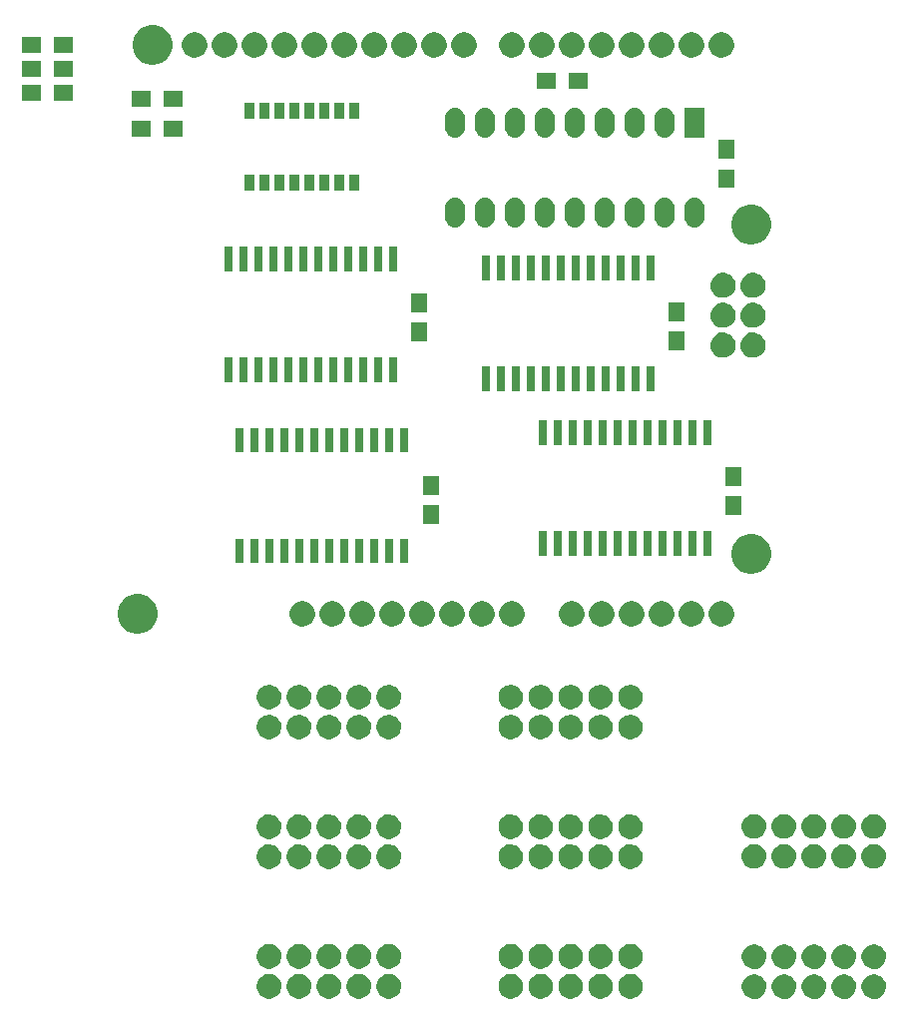
<source format=gts>
G04 #@! TF.FileFunction,Soldermask,Top*
%FSLAX46Y46*%
G04 Gerber Fmt 4.6, Leading zero omitted, Abs format (unit mm)*
G04 Created by KiCad (PCBNEW 4.0.7-e2-6376~58~ubuntu16.04.1) date Mon Aug 13 19:04:16 2018*
%MOMM*%
%LPD*%
G01*
G04 APERTURE LIST*
%ADD10C,0.100000*%
G04 APERTURE END LIST*
D10*
G36*
X162669383Y-137262286D02*
X162869446Y-137303353D01*
X163057713Y-137382493D01*
X163227031Y-137496700D01*
X163370940Y-137641617D01*
X163483958Y-137811723D01*
X163561783Y-138000541D01*
X163601213Y-138199673D01*
X163601212Y-138199711D01*
X163601445Y-138200885D01*
X163598188Y-138434154D01*
X163597923Y-138435323D01*
X163597922Y-138435359D01*
X163552948Y-138633311D01*
X163469881Y-138819882D01*
X163352156Y-138986768D01*
X163204256Y-139127612D01*
X163031819Y-139237043D01*
X162841408Y-139310899D01*
X162640286Y-139346363D01*
X162436096Y-139342085D01*
X162236626Y-139298229D01*
X162049480Y-139216466D01*
X161881780Y-139099912D01*
X161739905Y-138952997D01*
X161629274Y-138781330D01*
X161554090Y-138591438D01*
X161517224Y-138390565D01*
X161520074Y-138186354D01*
X161562536Y-137986587D01*
X161642993Y-137798869D01*
X161758377Y-137630355D01*
X161904290Y-137487465D01*
X162075186Y-137375635D01*
X162264545Y-137299129D01*
X162465155Y-137260860D01*
X162669383Y-137262286D01*
X162669383Y-137262286D01*
G37*
G36*
X172829383Y-137262286D02*
X173029446Y-137303353D01*
X173217713Y-137382493D01*
X173387031Y-137496700D01*
X173530940Y-137641617D01*
X173643958Y-137811723D01*
X173721783Y-138000541D01*
X173761213Y-138199673D01*
X173761212Y-138199711D01*
X173761445Y-138200885D01*
X173758188Y-138434154D01*
X173757923Y-138435323D01*
X173757922Y-138435359D01*
X173712948Y-138633311D01*
X173629881Y-138819882D01*
X173512156Y-138986768D01*
X173364256Y-139127612D01*
X173191819Y-139237043D01*
X173001408Y-139310899D01*
X172800286Y-139346363D01*
X172596096Y-139342085D01*
X172396626Y-139298229D01*
X172209480Y-139216466D01*
X172041780Y-139099912D01*
X171899905Y-138952997D01*
X171789274Y-138781330D01*
X171714090Y-138591438D01*
X171677224Y-138390565D01*
X171680074Y-138186354D01*
X171722536Y-137986587D01*
X171802993Y-137798869D01*
X171918377Y-137630355D01*
X172064290Y-137487465D01*
X172235186Y-137375635D01*
X172424545Y-137299129D01*
X172625155Y-137260860D01*
X172829383Y-137262286D01*
X172829383Y-137262286D01*
G37*
G36*
X167749383Y-137262286D02*
X167949446Y-137303353D01*
X168137713Y-137382493D01*
X168307031Y-137496700D01*
X168450940Y-137641617D01*
X168563958Y-137811723D01*
X168641783Y-138000541D01*
X168681213Y-138199673D01*
X168681212Y-138199711D01*
X168681445Y-138200885D01*
X168678188Y-138434154D01*
X168677923Y-138435323D01*
X168677922Y-138435359D01*
X168632948Y-138633311D01*
X168549881Y-138819882D01*
X168432156Y-138986768D01*
X168284256Y-139127612D01*
X168111819Y-139237043D01*
X167921408Y-139310899D01*
X167720286Y-139346363D01*
X167516096Y-139342085D01*
X167316626Y-139298229D01*
X167129480Y-139216466D01*
X166961780Y-139099912D01*
X166819905Y-138952997D01*
X166709274Y-138781330D01*
X166634090Y-138591438D01*
X166597224Y-138390565D01*
X166600074Y-138186354D01*
X166642536Y-137986587D01*
X166722993Y-137798869D01*
X166838377Y-137630355D01*
X166984290Y-137487465D01*
X167155186Y-137375635D01*
X167344545Y-137299129D01*
X167545155Y-137260860D01*
X167749383Y-137262286D01*
X167749383Y-137262286D01*
G37*
G36*
X170289383Y-137262286D02*
X170489446Y-137303353D01*
X170677713Y-137382493D01*
X170847031Y-137496700D01*
X170990940Y-137641617D01*
X171103958Y-137811723D01*
X171181783Y-138000541D01*
X171221213Y-138199673D01*
X171221212Y-138199711D01*
X171221445Y-138200885D01*
X171218188Y-138434154D01*
X171217923Y-138435323D01*
X171217922Y-138435359D01*
X171172948Y-138633311D01*
X171089881Y-138819882D01*
X170972156Y-138986768D01*
X170824256Y-139127612D01*
X170651819Y-139237043D01*
X170461408Y-139310899D01*
X170260286Y-139346363D01*
X170056096Y-139342085D01*
X169856626Y-139298229D01*
X169669480Y-139216466D01*
X169501780Y-139099912D01*
X169359905Y-138952997D01*
X169249274Y-138781330D01*
X169174090Y-138591438D01*
X169137224Y-138390565D01*
X169140074Y-138186354D01*
X169182536Y-137986587D01*
X169262993Y-137798869D01*
X169378377Y-137630355D01*
X169524290Y-137487465D01*
X169695186Y-137375635D01*
X169884545Y-137299129D01*
X170085155Y-137260860D01*
X170289383Y-137262286D01*
X170289383Y-137262286D01*
G37*
G36*
X165209383Y-137262286D02*
X165409446Y-137303353D01*
X165597713Y-137382493D01*
X165767031Y-137496700D01*
X165910940Y-137641617D01*
X166023958Y-137811723D01*
X166101783Y-138000541D01*
X166141213Y-138199673D01*
X166141212Y-138199711D01*
X166141445Y-138200885D01*
X166138188Y-138434154D01*
X166137923Y-138435323D01*
X166137922Y-138435359D01*
X166092948Y-138633311D01*
X166009881Y-138819882D01*
X165892156Y-138986768D01*
X165744256Y-139127612D01*
X165571819Y-139237043D01*
X165381408Y-139310899D01*
X165180286Y-139346363D01*
X164976096Y-139342085D01*
X164776626Y-139298229D01*
X164589480Y-139216466D01*
X164421780Y-139099912D01*
X164279905Y-138952997D01*
X164169274Y-138781330D01*
X164094090Y-138591438D01*
X164057224Y-138390565D01*
X164060074Y-138186354D01*
X164102536Y-137986587D01*
X164182993Y-137798869D01*
X164298377Y-137630355D01*
X164444290Y-137487465D01*
X164615186Y-137375635D01*
X164804545Y-137299129D01*
X165005155Y-137260860D01*
X165209383Y-137262286D01*
X165209383Y-137262286D01*
G37*
G36*
X142029383Y-137229286D02*
X142229446Y-137270353D01*
X142417713Y-137349493D01*
X142587031Y-137463700D01*
X142730940Y-137608617D01*
X142843958Y-137778723D01*
X142921783Y-137967541D01*
X142961213Y-138166673D01*
X142961212Y-138166711D01*
X142961445Y-138167885D01*
X142958188Y-138401154D01*
X142957923Y-138402323D01*
X142957922Y-138402359D01*
X142912948Y-138600311D01*
X142829881Y-138786882D01*
X142712156Y-138953768D01*
X142564256Y-139094612D01*
X142391819Y-139204043D01*
X142201408Y-139277899D01*
X142000286Y-139313363D01*
X141796096Y-139309085D01*
X141596626Y-139265229D01*
X141409480Y-139183466D01*
X141241780Y-139066912D01*
X141099905Y-138919997D01*
X140989274Y-138748330D01*
X140914090Y-138558438D01*
X140877224Y-138357565D01*
X140880074Y-138153354D01*
X140922536Y-137953587D01*
X141002993Y-137765869D01*
X141118377Y-137597355D01*
X141264290Y-137454465D01*
X141435186Y-137342635D01*
X141624545Y-137266129D01*
X141825155Y-137227860D01*
X142029383Y-137229286D01*
X142029383Y-137229286D01*
G37*
G36*
X147109383Y-137229286D02*
X147309446Y-137270353D01*
X147497713Y-137349493D01*
X147667031Y-137463700D01*
X147810940Y-137608617D01*
X147923958Y-137778723D01*
X148001783Y-137967541D01*
X148041213Y-138166673D01*
X148041212Y-138166711D01*
X148041445Y-138167885D01*
X148038188Y-138401154D01*
X148037923Y-138402323D01*
X148037922Y-138402359D01*
X147992948Y-138600311D01*
X147909881Y-138786882D01*
X147792156Y-138953768D01*
X147644256Y-139094612D01*
X147471819Y-139204043D01*
X147281408Y-139277899D01*
X147080286Y-139313363D01*
X146876096Y-139309085D01*
X146676626Y-139265229D01*
X146489480Y-139183466D01*
X146321780Y-139066912D01*
X146179905Y-138919997D01*
X146069274Y-138748330D01*
X145994090Y-138558438D01*
X145957224Y-138357565D01*
X145960074Y-138153354D01*
X146002536Y-137953587D01*
X146082993Y-137765869D01*
X146198377Y-137597355D01*
X146344290Y-137454465D01*
X146515186Y-137342635D01*
X146704545Y-137266129D01*
X146905155Y-137227860D01*
X147109383Y-137229286D01*
X147109383Y-137229286D01*
G37*
G36*
X121529383Y-137229286D02*
X121729446Y-137270353D01*
X121917713Y-137349493D01*
X122087031Y-137463700D01*
X122230940Y-137608617D01*
X122343958Y-137778723D01*
X122421783Y-137967541D01*
X122461213Y-138166673D01*
X122461212Y-138166711D01*
X122461445Y-138167885D01*
X122458188Y-138401154D01*
X122457923Y-138402323D01*
X122457922Y-138402359D01*
X122412948Y-138600311D01*
X122329881Y-138786882D01*
X122212156Y-138953768D01*
X122064256Y-139094612D01*
X121891819Y-139204043D01*
X121701408Y-139277899D01*
X121500286Y-139313363D01*
X121296096Y-139309085D01*
X121096626Y-139265229D01*
X120909480Y-139183466D01*
X120741780Y-139066912D01*
X120599905Y-138919997D01*
X120489274Y-138748330D01*
X120414090Y-138558438D01*
X120377224Y-138357565D01*
X120380074Y-138153354D01*
X120422536Y-137953587D01*
X120502993Y-137765869D01*
X120618377Y-137597355D01*
X120764290Y-137454465D01*
X120935186Y-137342635D01*
X121124545Y-137266129D01*
X121325155Y-137227860D01*
X121529383Y-137229286D01*
X121529383Y-137229286D01*
G37*
G36*
X126609383Y-137229286D02*
X126809446Y-137270353D01*
X126997713Y-137349493D01*
X127167031Y-137463700D01*
X127310940Y-137608617D01*
X127423958Y-137778723D01*
X127501783Y-137967541D01*
X127541213Y-138166673D01*
X127541212Y-138166711D01*
X127541445Y-138167885D01*
X127538188Y-138401154D01*
X127537923Y-138402323D01*
X127537922Y-138402359D01*
X127492948Y-138600311D01*
X127409881Y-138786882D01*
X127292156Y-138953768D01*
X127144256Y-139094612D01*
X126971819Y-139204043D01*
X126781408Y-139277899D01*
X126580286Y-139313363D01*
X126376096Y-139309085D01*
X126176626Y-139265229D01*
X125989480Y-139183466D01*
X125821780Y-139066912D01*
X125679905Y-138919997D01*
X125569274Y-138748330D01*
X125494090Y-138558438D01*
X125457224Y-138357565D01*
X125460074Y-138153354D01*
X125502536Y-137953587D01*
X125582993Y-137765869D01*
X125698377Y-137597355D01*
X125844290Y-137454465D01*
X126015186Y-137342635D01*
X126204545Y-137266129D01*
X126405155Y-137227860D01*
X126609383Y-137229286D01*
X126609383Y-137229286D01*
G37*
G36*
X129149383Y-137229286D02*
X129349446Y-137270353D01*
X129537713Y-137349493D01*
X129707031Y-137463700D01*
X129850940Y-137608617D01*
X129963958Y-137778723D01*
X130041783Y-137967541D01*
X130081213Y-138166673D01*
X130081212Y-138166711D01*
X130081445Y-138167885D01*
X130078188Y-138401154D01*
X130077923Y-138402323D01*
X130077922Y-138402359D01*
X130032948Y-138600311D01*
X129949881Y-138786882D01*
X129832156Y-138953768D01*
X129684256Y-139094612D01*
X129511819Y-139204043D01*
X129321408Y-139277899D01*
X129120286Y-139313363D01*
X128916096Y-139309085D01*
X128716626Y-139265229D01*
X128529480Y-139183466D01*
X128361780Y-139066912D01*
X128219905Y-138919997D01*
X128109274Y-138748330D01*
X128034090Y-138558438D01*
X127997224Y-138357565D01*
X128000074Y-138153354D01*
X128042536Y-137953587D01*
X128122993Y-137765869D01*
X128238377Y-137597355D01*
X128384290Y-137454465D01*
X128555186Y-137342635D01*
X128744545Y-137266129D01*
X128945155Y-137227860D01*
X129149383Y-137229286D01*
X129149383Y-137229286D01*
G37*
G36*
X131689383Y-137229286D02*
X131889446Y-137270353D01*
X132077713Y-137349493D01*
X132247031Y-137463700D01*
X132390940Y-137608617D01*
X132503958Y-137778723D01*
X132581783Y-137967541D01*
X132621213Y-138166673D01*
X132621212Y-138166711D01*
X132621445Y-138167885D01*
X132618188Y-138401154D01*
X132617923Y-138402323D01*
X132617922Y-138402359D01*
X132572948Y-138600311D01*
X132489881Y-138786882D01*
X132372156Y-138953768D01*
X132224256Y-139094612D01*
X132051819Y-139204043D01*
X131861408Y-139277899D01*
X131660286Y-139313363D01*
X131456096Y-139309085D01*
X131256626Y-139265229D01*
X131069480Y-139183466D01*
X130901780Y-139066912D01*
X130759905Y-138919997D01*
X130649274Y-138748330D01*
X130574090Y-138558438D01*
X130537224Y-138357565D01*
X130540074Y-138153354D01*
X130582536Y-137953587D01*
X130662993Y-137765869D01*
X130778377Y-137597355D01*
X130924290Y-137454465D01*
X131095186Y-137342635D01*
X131284545Y-137266129D01*
X131485155Y-137227860D01*
X131689383Y-137229286D01*
X131689383Y-137229286D01*
G37*
G36*
X144569383Y-137229286D02*
X144769446Y-137270353D01*
X144957713Y-137349493D01*
X145127031Y-137463700D01*
X145270940Y-137608617D01*
X145383958Y-137778723D01*
X145461783Y-137967541D01*
X145501213Y-138166673D01*
X145501212Y-138166711D01*
X145501445Y-138167885D01*
X145498188Y-138401154D01*
X145497923Y-138402323D01*
X145497922Y-138402359D01*
X145452948Y-138600311D01*
X145369881Y-138786882D01*
X145252156Y-138953768D01*
X145104256Y-139094612D01*
X144931819Y-139204043D01*
X144741408Y-139277899D01*
X144540286Y-139313363D01*
X144336096Y-139309085D01*
X144136626Y-139265229D01*
X143949480Y-139183466D01*
X143781780Y-139066912D01*
X143639905Y-138919997D01*
X143529274Y-138748330D01*
X143454090Y-138558438D01*
X143417224Y-138357565D01*
X143420074Y-138153354D01*
X143462536Y-137953587D01*
X143542993Y-137765869D01*
X143658377Y-137597355D01*
X143804290Y-137454465D01*
X143975186Y-137342635D01*
X144164545Y-137266129D01*
X144365155Y-137227860D01*
X144569383Y-137229286D01*
X144569383Y-137229286D01*
G37*
G36*
X149649383Y-137229286D02*
X149849446Y-137270353D01*
X150037713Y-137349493D01*
X150207031Y-137463700D01*
X150350940Y-137608617D01*
X150463958Y-137778723D01*
X150541783Y-137967541D01*
X150581213Y-138166673D01*
X150581212Y-138166711D01*
X150581445Y-138167885D01*
X150578188Y-138401154D01*
X150577923Y-138402323D01*
X150577922Y-138402359D01*
X150532948Y-138600311D01*
X150449881Y-138786882D01*
X150332156Y-138953768D01*
X150184256Y-139094612D01*
X150011819Y-139204043D01*
X149821408Y-139277899D01*
X149620286Y-139313363D01*
X149416096Y-139309085D01*
X149216626Y-139265229D01*
X149029480Y-139183466D01*
X148861780Y-139066912D01*
X148719905Y-138919997D01*
X148609274Y-138748330D01*
X148534090Y-138558438D01*
X148497224Y-138357565D01*
X148500074Y-138153354D01*
X148542536Y-137953587D01*
X148622993Y-137765869D01*
X148738377Y-137597355D01*
X148884290Y-137454465D01*
X149055186Y-137342635D01*
X149244545Y-137266129D01*
X149445155Y-137227860D01*
X149649383Y-137229286D01*
X149649383Y-137229286D01*
G37*
G36*
X152189383Y-137229286D02*
X152389446Y-137270353D01*
X152577713Y-137349493D01*
X152747031Y-137463700D01*
X152890940Y-137608617D01*
X153003958Y-137778723D01*
X153081783Y-137967541D01*
X153121213Y-138166673D01*
X153121212Y-138166711D01*
X153121445Y-138167885D01*
X153118188Y-138401154D01*
X153117923Y-138402323D01*
X153117922Y-138402359D01*
X153072948Y-138600311D01*
X152989881Y-138786882D01*
X152872156Y-138953768D01*
X152724256Y-139094612D01*
X152551819Y-139204043D01*
X152361408Y-139277899D01*
X152160286Y-139313363D01*
X151956096Y-139309085D01*
X151756626Y-139265229D01*
X151569480Y-139183466D01*
X151401780Y-139066912D01*
X151259905Y-138919997D01*
X151149274Y-138748330D01*
X151074090Y-138558438D01*
X151037224Y-138357565D01*
X151040074Y-138153354D01*
X151082536Y-137953587D01*
X151162993Y-137765869D01*
X151278377Y-137597355D01*
X151424290Y-137454465D01*
X151595186Y-137342635D01*
X151784545Y-137266129D01*
X151985155Y-137227860D01*
X152189383Y-137229286D01*
X152189383Y-137229286D01*
G37*
G36*
X124069383Y-137229286D02*
X124269446Y-137270353D01*
X124457713Y-137349493D01*
X124627031Y-137463700D01*
X124770940Y-137608617D01*
X124883958Y-137778723D01*
X124961783Y-137967541D01*
X125001213Y-138166673D01*
X125001212Y-138166711D01*
X125001445Y-138167885D01*
X124998188Y-138401154D01*
X124997923Y-138402323D01*
X124997922Y-138402359D01*
X124952948Y-138600311D01*
X124869881Y-138786882D01*
X124752156Y-138953768D01*
X124604256Y-139094612D01*
X124431819Y-139204043D01*
X124241408Y-139277899D01*
X124040286Y-139313363D01*
X123836096Y-139309085D01*
X123636626Y-139265229D01*
X123449480Y-139183466D01*
X123281780Y-139066912D01*
X123139905Y-138919997D01*
X123029274Y-138748330D01*
X122954090Y-138558438D01*
X122917224Y-138357565D01*
X122920074Y-138153354D01*
X122962536Y-137953587D01*
X123042993Y-137765869D01*
X123158377Y-137597355D01*
X123304290Y-137454465D01*
X123475186Y-137342635D01*
X123664545Y-137266129D01*
X123865155Y-137227860D01*
X124069383Y-137229286D01*
X124069383Y-137229286D01*
G37*
G36*
X165209383Y-134722286D02*
X165409446Y-134763353D01*
X165597713Y-134842493D01*
X165767031Y-134956700D01*
X165910940Y-135101617D01*
X166023958Y-135271723D01*
X166101783Y-135460541D01*
X166141213Y-135659673D01*
X166141212Y-135659711D01*
X166141445Y-135660885D01*
X166138188Y-135894154D01*
X166137923Y-135895323D01*
X166137922Y-135895359D01*
X166092948Y-136093311D01*
X166009881Y-136279882D01*
X165892156Y-136446768D01*
X165744256Y-136587612D01*
X165571819Y-136697043D01*
X165381408Y-136770899D01*
X165180286Y-136806363D01*
X164976096Y-136802085D01*
X164776626Y-136758229D01*
X164589480Y-136676466D01*
X164421780Y-136559912D01*
X164279905Y-136412997D01*
X164169274Y-136241330D01*
X164094090Y-136051438D01*
X164057224Y-135850565D01*
X164060074Y-135646354D01*
X164102536Y-135446587D01*
X164182993Y-135258869D01*
X164298377Y-135090355D01*
X164444290Y-134947465D01*
X164615186Y-134835635D01*
X164804545Y-134759129D01*
X165005155Y-134720860D01*
X165209383Y-134722286D01*
X165209383Y-134722286D01*
G37*
G36*
X167749383Y-134722286D02*
X167949446Y-134763353D01*
X168137713Y-134842493D01*
X168307031Y-134956700D01*
X168450940Y-135101617D01*
X168563958Y-135271723D01*
X168641783Y-135460541D01*
X168681213Y-135659673D01*
X168681212Y-135659711D01*
X168681445Y-135660885D01*
X168678188Y-135894154D01*
X168677923Y-135895323D01*
X168677922Y-135895359D01*
X168632948Y-136093311D01*
X168549881Y-136279882D01*
X168432156Y-136446768D01*
X168284256Y-136587612D01*
X168111819Y-136697043D01*
X167921408Y-136770899D01*
X167720286Y-136806363D01*
X167516096Y-136802085D01*
X167316626Y-136758229D01*
X167129480Y-136676466D01*
X166961780Y-136559912D01*
X166819905Y-136412997D01*
X166709274Y-136241330D01*
X166634090Y-136051438D01*
X166597224Y-135850565D01*
X166600074Y-135646354D01*
X166642536Y-135446587D01*
X166722993Y-135258869D01*
X166838377Y-135090355D01*
X166984290Y-134947465D01*
X167155186Y-134835635D01*
X167344545Y-134759129D01*
X167545155Y-134720860D01*
X167749383Y-134722286D01*
X167749383Y-134722286D01*
G37*
G36*
X170289383Y-134722286D02*
X170489446Y-134763353D01*
X170677713Y-134842493D01*
X170847031Y-134956700D01*
X170990940Y-135101617D01*
X171103958Y-135271723D01*
X171181783Y-135460541D01*
X171221213Y-135659673D01*
X171221212Y-135659711D01*
X171221445Y-135660885D01*
X171218188Y-135894154D01*
X171217923Y-135895323D01*
X171217922Y-135895359D01*
X171172948Y-136093311D01*
X171089881Y-136279882D01*
X170972156Y-136446768D01*
X170824256Y-136587612D01*
X170651819Y-136697043D01*
X170461408Y-136770899D01*
X170260286Y-136806363D01*
X170056096Y-136802085D01*
X169856626Y-136758229D01*
X169669480Y-136676466D01*
X169501780Y-136559912D01*
X169359905Y-136412997D01*
X169249274Y-136241330D01*
X169174090Y-136051438D01*
X169137224Y-135850565D01*
X169140074Y-135646354D01*
X169182536Y-135446587D01*
X169262993Y-135258869D01*
X169378377Y-135090355D01*
X169524290Y-134947465D01*
X169695186Y-134835635D01*
X169884545Y-134759129D01*
X170085155Y-134720860D01*
X170289383Y-134722286D01*
X170289383Y-134722286D01*
G37*
G36*
X162669383Y-134722286D02*
X162869446Y-134763353D01*
X163057713Y-134842493D01*
X163227031Y-134956700D01*
X163370940Y-135101617D01*
X163483958Y-135271723D01*
X163561783Y-135460541D01*
X163601213Y-135659673D01*
X163601212Y-135659711D01*
X163601445Y-135660885D01*
X163598188Y-135894154D01*
X163597923Y-135895323D01*
X163597922Y-135895359D01*
X163552948Y-136093311D01*
X163469881Y-136279882D01*
X163352156Y-136446768D01*
X163204256Y-136587612D01*
X163031819Y-136697043D01*
X162841408Y-136770899D01*
X162640286Y-136806363D01*
X162436096Y-136802085D01*
X162236626Y-136758229D01*
X162049480Y-136676466D01*
X161881780Y-136559912D01*
X161739905Y-136412997D01*
X161629274Y-136241330D01*
X161554090Y-136051438D01*
X161517224Y-135850565D01*
X161520074Y-135646354D01*
X161562536Y-135446587D01*
X161642993Y-135258869D01*
X161758377Y-135090355D01*
X161904290Y-134947465D01*
X162075186Y-134835635D01*
X162264545Y-134759129D01*
X162465155Y-134720860D01*
X162669383Y-134722286D01*
X162669383Y-134722286D01*
G37*
G36*
X172829383Y-134722286D02*
X173029446Y-134763353D01*
X173217713Y-134842493D01*
X173387031Y-134956700D01*
X173530940Y-135101617D01*
X173643958Y-135271723D01*
X173721783Y-135460541D01*
X173761213Y-135659673D01*
X173761212Y-135659711D01*
X173761445Y-135660885D01*
X173758188Y-135894154D01*
X173757923Y-135895323D01*
X173757922Y-135895359D01*
X173712948Y-136093311D01*
X173629881Y-136279882D01*
X173512156Y-136446768D01*
X173364256Y-136587612D01*
X173191819Y-136697043D01*
X173001408Y-136770899D01*
X172800286Y-136806363D01*
X172596096Y-136802085D01*
X172396626Y-136758229D01*
X172209480Y-136676466D01*
X172041780Y-136559912D01*
X171899905Y-136412997D01*
X171789274Y-136241330D01*
X171714090Y-136051438D01*
X171677224Y-135850565D01*
X171680074Y-135646354D01*
X171722536Y-135446587D01*
X171802993Y-135258869D01*
X171918377Y-135090355D01*
X172064290Y-134947465D01*
X172235186Y-134835635D01*
X172424545Y-134759129D01*
X172625155Y-134720860D01*
X172829383Y-134722286D01*
X172829383Y-134722286D01*
G37*
G36*
X144569383Y-134689286D02*
X144769446Y-134730353D01*
X144957713Y-134809493D01*
X145127031Y-134923700D01*
X145270940Y-135068617D01*
X145383958Y-135238723D01*
X145461783Y-135427541D01*
X145501213Y-135626673D01*
X145501212Y-135626711D01*
X145501445Y-135627885D01*
X145498188Y-135861154D01*
X145497923Y-135862323D01*
X145497922Y-135862359D01*
X145452948Y-136060311D01*
X145369881Y-136246882D01*
X145252156Y-136413768D01*
X145104256Y-136554612D01*
X144931819Y-136664043D01*
X144741408Y-136737899D01*
X144540286Y-136773363D01*
X144336096Y-136769085D01*
X144136626Y-136725229D01*
X143949480Y-136643466D01*
X143781780Y-136526912D01*
X143639905Y-136379997D01*
X143529274Y-136208330D01*
X143454090Y-136018438D01*
X143417224Y-135817565D01*
X143420074Y-135613354D01*
X143462536Y-135413587D01*
X143542993Y-135225869D01*
X143658377Y-135057355D01*
X143804290Y-134914465D01*
X143975186Y-134802635D01*
X144164545Y-134726129D01*
X144365155Y-134687860D01*
X144569383Y-134689286D01*
X144569383Y-134689286D01*
G37*
G36*
X152189383Y-134689286D02*
X152389446Y-134730353D01*
X152577713Y-134809493D01*
X152747031Y-134923700D01*
X152890940Y-135068617D01*
X153003958Y-135238723D01*
X153081783Y-135427541D01*
X153121213Y-135626673D01*
X153121212Y-135626711D01*
X153121445Y-135627885D01*
X153118188Y-135861154D01*
X153117923Y-135862323D01*
X153117922Y-135862359D01*
X153072948Y-136060311D01*
X152989881Y-136246882D01*
X152872156Y-136413768D01*
X152724256Y-136554612D01*
X152551819Y-136664043D01*
X152361408Y-136737899D01*
X152160286Y-136773363D01*
X151956096Y-136769085D01*
X151756626Y-136725229D01*
X151569480Y-136643466D01*
X151401780Y-136526912D01*
X151259905Y-136379997D01*
X151149274Y-136208330D01*
X151074090Y-136018438D01*
X151037224Y-135817565D01*
X151040074Y-135613354D01*
X151082536Y-135413587D01*
X151162993Y-135225869D01*
X151278377Y-135057355D01*
X151424290Y-134914465D01*
X151595186Y-134802635D01*
X151784545Y-134726129D01*
X151985155Y-134687860D01*
X152189383Y-134689286D01*
X152189383Y-134689286D01*
G37*
G36*
X149649383Y-134689286D02*
X149849446Y-134730353D01*
X150037713Y-134809493D01*
X150207031Y-134923700D01*
X150350940Y-135068617D01*
X150463958Y-135238723D01*
X150541783Y-135427541D01*
X150581213Y-135626673D01*
X150581212Y-135626711D01*
X150581445Y-135627885D01*
X150578188Y-135861154D01*
X150577923Y-135862323D01*
X150577922Y-135862359D01*
X150532948Y-136060311D01*
X150449881Y-136246882D01*
X150332156Y-136413768D01*
X150184256Y-136554612D01*
X150011819Y-136664043D01*
X149821408Y-136737899D01*
X149620286Y-136773363D01*
X149416096Y-136769085D01*
X149216626Y-136725229D01*
X149029480Y-136643466D01*
X148861780Y-136526912D01*
X148719905Y-136379997D01*
X148609274Y-136208330D01*
X148534090Y-136018438D01*
X148497224Y-135817565D01*
X148500074Y-135613354D01*
X148542536Y-135413587D01*
X148622993Y-135225869D01*
X148738377Y-135057355D01*
X148884290Y-134914465D01*
X149055186Y-134802635D01*
X149244545Y-134726129D01*
X149445155Y-134687860D01*
X149649383Y-134689286D01*
X149649383Y-134689286D01*
G37*
G36*
X147109383Y-134689286D02*
X147309446Y-134730353D01*
X147497713Y-134809493D01*
X147667031Y-134923700D01*
X147810940Y-135068617D01*
X147923958Y-135238723D01*
X148001783Y-135427541D01*
X148041213Y-135626673D01*
X148041212Y-135626711D01*
X148041445Y-135627885D01*
X148038188Y-135861154D01*
X148037923Y-135862323D01*
X148037922Y-135862359D01*
X147992948Y-136060311D01*
X147909881Y-136246882D01*
X147792156Y-136413768D01*
X147644256Y-136554612D01*
X147471819Y-136664043D01*
X147281408Y-136737899D01*
X147080286Y-136773363D01*
X146876096Y-136769085D01*
X146676626Y-136725229D01*
X146489480Y-136643466D01*
X146321780Y-136526912D01*
X146179905Y-136379997D01*
X146069274Y-136208330D01*
X145994090Y-136018438D01*
X145957224Y-135817565D01*
X145960074Y-135613354D01*
X146002536Y-135413587D01*
X146082993Y-135225869D01*
X146198377Y-135057355D01*
X146344290Y-134914465D01*
X146515186Y-134802635D01*
X146704545Y-134726129D01*
X146905155Y-134687860D01*
X147109383Y-134689286D01*
X147109383Y-134689286D01*
G37*
G36*
X142029383Y-134689286D02*
X142229446Y-134730353D01*
X142417713Y-134809493D01*
X142587031Y-134923700D01*
X142730940Y-135068617D01*
X142843958Y-135238723D01*
X142921783Y-135427541D01*
X142961213Y-135626673D01*
X142961212Y-135626711D01*
X142961445Y-135627885D01*
X142958188Y-135861154D01*
X142957923Y-135862323D01*
X142957922Y-135862359D01*
X142912948Y-136060311D01*
X142829881Y-136246882D01*
X142712156Y-136413768D01*
X142564256Y-136554612D01*
X142391819Y-136664043D01*
X142201408Y-136737899D01*
X142000286Y-136773363D01*
X141796096Y-136769085D01*
X141596626Y-136725229D01*
X141409480Y-136643466D01*
X141241780Y-136526912D01*
X141099905Y-136379997D01*
X140989274Y-136208330D01*
X140914090Y-136018438D01*
X140877224Y-135817565D01*
X140880074Y-135613354D01*
X140922536Y-135413587D01*
X141002993Y-135225869D01*
X141118377Y-135057355D01*
X141264290Y-134914465D01*
X141435186Y-134802635D01*
X141624545Y-134726129D01*
X141825155Y-134687860D01*
X142029383Y-134689286D01*
X142029383Y-134689286D01*
G37*
G36*
X131689383Y-134689286D02*
X131889446Y-134730353D01*
X132077713Y-134809493D01*
X132247031Y-134923700D01*
X132390940Y-135068617D01*
X132503958Y-135238723D01*
X132581783Y-135427541D01*
X132621213Y-135626673D01*
X132621212Y-135626711D01*
X132621445Y-135627885D01*
X132618188Y-135861154D01*
X132617923Y-135862323D01*
X132617922Y-135862359D01*
X132572948Y-136060311D01*
X132489881Y-136246882D01*
X132372156Y-136413768D01*
X132224256Y-136554612D01*
X132051819Y-136664043D01*
X131861408Y-136737899D01*
X131660286Y-136773363D01*
X131456096Y-136769085D01*
X131256626Y-136725229D01*
X131069480Y-136643466D01*
X130901780Y-136526912D01*
X130759905Y-136379997D01*
X130649274Y-136208330D01*
X130574090Y-136018438D01*
X130537224Y-135817565D01*
X130540074Y-135613354D01*
X130582536Y-135413587D01*
X130662993Y-135225869D01*
X130778377Y-135057355D01*
X130924290Y-134914465D01*
X131095186Y-134802635D01*
X131284545Y-134726129D01*
X131485155Y-134687860D01*
X131689383Y-134689286D01*
X131689383Y-134689286D01*
G37*
G36*
X129149383Y-134689286D02*
X129349446Y-134730353D01*
X129537713Y-134809493D01*
X129707031Y-134923700D01*
X129850940Y-135068617D01*
X129963958Y-135238723D01*
X130041783Y-135427541D01*
X130081213Y-135626673D01*
X130081212Y-135626711D01*
X130081445Y-135627885D01*
X130078188Y-135861154D01*
X130077923Y-135862323D01*
X130077922Y-135862359D01*
X130032948Y-136060311D01*
X129949881Y-136246882D01*
X129832156Y-136413768D01*
X129684256Y-136554612D01*
X129511819Y-136664043D01*
X129321408Y-136737899D01*
X129120286Y-136773363D01*
X128916096Y-136769085D01*
X128716626Y-136725229D01*
X128529480Y-136643466D01*
X128361780Y-136526912D01*
X128219905Y-136379997D01*
X128109274Y-136208330D01*
X128034090Y-136018438D01*
X127997224Y-135817565D01*
X128000074Y-135613354D01*
X128042536Y-135413587D01*
X128122993Y-135225869D01*
X128238377Y-135057355D01*
X128384290Y-134914465D01*
X128555186Y-134802635D01*
X128744545Y-134726129D01*
X128945155Y-134687860D01*
X129149383Y-134689286D01*
X129149383Y-134689286D01*
G37*
G36*
X124069383Y-134689286D02*
X124269446Y-134730353D01*
X124457713Y-134809493D01*
X124627031Y-134923700D01*
X124770940Y-135068617D01*
X124883958Y-135238723D01*
X124961783Y-135427541D01*
X125001213Y-135626673D01*
X125001212Y-135626711D01*
X125001445Y-135627885D01*
X124998188Y-135861154D01*
X124997923Y-135862323D01*
X124997922Y-135862359D01*
X124952948Y-136060311D01*
X124869881Y-136246882D01*
X124752156Y-136413768D01*
X124604256Y-136554612D01*
X124431819Y-136664043D01*
X124241408Y-136737899D01*
X124040286Y-136773363D01*
X123836096Y-136769085D01*
X123636626Y-136725229D01*
X123449480Y-136643466D01*
X123281780Y-136526912D01*
X123139905Y-136379997D01*
X123029274Y-136208330D01*
X122954090Y-136018438D01*
X122917224Y-135817565D01*
X122920074Y-135613354D01*
X122962536Y-135413587D01*
X123042993Y-135225869D01*
X123158377Y-135057355D01*
X123304290Y-134914465D01*
X123475186Y-134802635D01*
X123664545Y-134726129D01*
X123865155Y-134687860D01*
X124069383Y-134689286D01*
X124069383Y-134689286D01*
G37*
G36*
X121529383Y-134689286D02*
X121729446Y-134730353D01*
X121917713Y-134809493D01*
X122087031Y-134923700D01*
X122230940Y-135068617D01*
X122343958Y-135238723D01*
X122421783Y-135427541D01*
X122461213Y-135626673D01*
X122461212Y-135626711D01*
X122461445Y-135627885D01*
X122458188Y-135861154D01*
X122457923Y-135862323D01*
X122457922Y-135862359D01*
X122412948Y-136060311D01*
X122329881Y-136246882D01*
X122212156Y-136413768D01*
X122064256Y-136554612D01*
X121891819Y-136664043D01*
X121701408Y-136737899D01*
X121500286Y-136773363D01*
X121296096Y-136769085D01*
X121096626Y-136725229D01*
X120909480Y-136643466D01*
X120741780Y-136526912D01*
X120599905Y-136379997D01*
X120489274Y-136208330D01*
X120414090Y-136018438D01*
X120377224Y-135817565D01*
X120380074Y-135613354D01*
X120422536Y-135413587D01*
X120502993Y-135225869D01*
X120618377Y-135057355D01*
X120764290Y-134914465D01*
X120935186Y-134802635D01*
X121124545Y-134726129D01*
X121325155Y-134687860D01*
X121529383Y-134689286D01*
X121529383Y-134689286D01*
G37*
G36*
X126609383Y-134689286D02*
X126809446Y-134730353D01*
X126997713Y-134809493D01*
X127167031Y-134923700D01*
X127310940Y-135068617D01*
X127423958Y-135238723D01*
X127501783Y-135427541D01*
X127541213Y-135626673D01*
X127541212Y-135626711D01*
X127541445Y-135627885D01*
X127538188Y-135861154D01*
X127537923Y-135862323D01*
X127537922Y-135862359D01*
X127492948Y-136060311D01*
X127409881Y-136246882D01*
X127292156Y-136413768D01*
X127144256Y-136554612D01*
X126971819Y-136664043D01*
X126781408Y-136737899D01*
X126580286Y-136773363D01*
X126376096Y-136769085D01*
X126176626Y-136725229D01*
X125989480Y-136643466D01*
X125821780Y-136526912D01*
X125679905Y-136379997D01*
X125569274Y-136208330D01*
X125494090Y-136018438D01*
X125457224Y-135817565D01*
X125460074Y-135613354D01*
X125502536Y-135413587D01*
X125582993Y-135225869D01*
X125698377Y-135057355D01*
X125844290Y-134914465D01*
X126015186Y-134802635D01*
X126204545Y-134726129D01*
X126405155Y-134687860D01*
X126609383Y-134689286D01*
X126609383Y-134689286D01*
G37*
G36*
X152189383Y-126229286D02*
X152389446Y-126270353D01*
X152577713Y-126349493D01*
X152747031Y-126463700D01*
X152890940Y-126608617D01*
X153003958Y-126778723D01*
X153081783Y-126967541D01*
X153121213Y-127166673D01*
X153121212Y-127166711D01*
X153121445Y-127167885D01*
X153118188Y-127401154D01*
X153117923Y-127402323D01*
X153117922Y-127402359D01*
X153072948Y-127600311D01*
X152989881Y-127786882D01*
X152872156Y-127953768D01*
X152724256Y-128094612D01*
X152551819Y-128204043D01*
X152361408Y-128277899D01*
X152160286Y-128313363D01*
X151956096Y-128309085D01*
X151756626Y-128265229D01*
X151569480Y-128183466D01*
X151401780Y-128066912D01*
X151259905Y-127919997D01*
X151149274Y-127748330D01*
X151074090Y-127558438D01*
X151037224Y-127357565D01*
X151040074Y-127153354D01*
X151082536Y-126953587D01*
X151162993Y-126765869D01*
X151278377Y-126597355D01*
X151424290Y-126454465D01*
X151595186Y-126342635D01*
X151784545Y-126266129D01*
X151985155Y-126227860D01*
X152189383Y-126229286D01*
X152189383Y-126229286D01*
G37*
G36*
X129149383Y-126229286D02*
X129349446Y-126270353D01*
X129537713Y-126349493D01*
X129707031Y-126463700D01*
X129850940Y-126608617D01*
X129963958Y-126778723D01*
X130041783Y-126967541D01*
X130081213Y-127166673D01*
X130081212Y-127166711D01*
X130081445Y-127167885D01*
X130078188Y-127401154D01*
X130077923Y-127402323D01*
X130077922Y-127402359D01*
X130032948Y-127600311D01*
X129949881Y-127786882D01*
X129832156Y-127953768D01*
X129684256Y-128094612D01*
X129511819Y-128204043D01*
X129321408Y-128277899D01*
X129120286Y-128313363D01*
X128916096Y-128309085D01*
X128716626Y-128265229D01*
X128529480Y-128183466D01*
X128361780Y-128066912D01*
X128219905Y-127919997D01*
X128109274Y-127748330D01*
X128034090Y-127558438D01*
X127997224Y-127357565D01*
X128000074Y-127153354D01*
X128042536Y-126953587D01*
X128122993Y-126765869D01*
X128238377Y-126597355D01*
X128384290Y-126454465D01*
X128555186Y-126342635D01*
X128744545Y-126266129D01*
X128945155Y-126227860D01*
X129149383Y-126229286D01*
X129149383Y-126229286D01*
G37*
G36*
X131689383Y-126229286D02*
X131889446Y-126270353D01*
X132077713Y-126349493D01*
X132247031Y-126463700D01*
X132390940Y-126608617D01*
X132503958Y-126778723D01*
X132581783Y-126967541D01*
X132621213Y-127166673D01*
X132621212Y-127166711D01*
X132621445Y-127167885D01*
X132618188Y-127401154D01*
X132617923Y-127402323D01*
X132617922Y-127402359D01*
X132572948Y-127600311D01*
X132489881Y-127786882D01*
X132372156Y-127953768D01*
X132224256Y-128094612D01*
X132051819Y-128204043D01*
X131861408Y-128277899D01*
X131660286Y-128313363D01*
X131456096Y-128309085D01*
X131256626Y-128265229D01*
X131069480Y-128183466D01*
X130901780Y-128066912D01*
X130759905Y-127919997D01*
X130649274Y-127748330D01*
X130574090Y-127558438D01*
X130537224Y-127357565D01*
X130540074Y-127153354D01*
X130582536Y-126953587D01*
X130662993Y-126765869D01*
X130778377Y-126597355D01*
X130924290Y-126454465D01*
X131095186Y-126342635D01*
X131284545Y-126266129D01*
X131485155Y-126227860D01*
X131689383Y-126229286D01*
X131689383Y-126229286D01*
G37*
G36*
X149649383Y-126229286D02*
X149849446Y-126270353D01*
X150037713Y-126349493D01*
X150207031Y-126463700D01*
X150350940Y-126608617D01*
X150463958Y-126778723D01*
X150541783Y-126967541D01*
X150581213Y-127166673D01*
X150581212Y-127166711D01*
X150581445Y-127167885D01*
X150578188Y-127401154D01*
X150577923Y-127402323D01*
X150577922Y-127402359D01*
X150532948Y-127600311D01*
X150449881Y-127786882D01*
X150332156Y-127953768D01*
X150184256Y-128094612D01*
X150011819Y-128204043D01*
X149821408Y-128277899D01*
X149620286Y-128313363D01*
X149416096Y-128309085D01*
X149216626Y-128265229D01*
X149029480Y-128183466D01*
X148861780Y-128066912D01*
X148719905Y-127919997D01*
X148609274Y-127748330D01*
X148534090Y-127558438D01*
X148497224Y-127357565D01*
X148500074Y-127153354D01*
X148542536Y-126953587D01*
X148622993Y-126765869D01*
X148738377Y-126597355D01*
X148884290Y-126454465D01*
X149055186Y-126342635D01*
X149244545Y-126266129D01*
X149445155Y-126227860D01*
X149649383Y-126229286D01*
X149649383Y-126229286D01*
G37*
G36*
X147109383Y-126229286D02*
X147309446Y-126270353D01*
X147497713Y-126349493D01*
X147667031Y-126463700D01*
X147810940Y-126608617D01*
X147923958Y-126778723D01*
X148001783Y-126967541D01*
X148041213Y-127166673D01*
X148041212Y-127166711D01*
X148041445Y-127167885D01*
X148038188Y-127401154D01*
X148037923Y-127402323D01*
X148037922Y-127402359D01*
X147992948Y-127600311D01*
X147909881Y-127786882D01*
X147792156Y-127953768D01*
X147644256Y-128094612D01*
X147471819Y-128204043D01*
X147281408Y-128277899D01*
X147080286Y-128313363D01*
X146876096Y-128309085D01*
X146676626Y-128265229D01*
X146489480Y-128183466D01*
X146321780Y-128066912D01*
X146179905Y-127919997D01*
X146069274Y-127748330D01*
X145994090Y-127558438D01*
X145957224Y-127357565D01*
X145960074Y-127153354D01*
X146002536Y-126953587D01*
X146082993Y-126765869D01*
X146198377Y-126597355D01*
X146344290Y-126454465D01*
X146515186Y-126342635D01*
X146704545Y-126266129D01*
X146905155Y-126227860D01*
X147109383Y-126229286D01*
X147109383Y-126229286D01*
G37*
G36*
X142029383Y-126229286D02*
X142229446Y-126270353D01*
X142417713Y-126349493D01*
X142587031Y-126463700D01*
X142730940Y-126608617D01*
X142843958Y-126778723D01*
X142921783Y-126967541D01*
X142961213Y-127166673D01*
X142961212Y-127166711D01*
X142961445Y-127167885D01*
X142958188Y-127401154D01*
X142957923Y-127402323D01*
X142957922Y-127402359D01*
X142912948Y-127600311D01*
X142829881Y-127786882D01*
X142712156Y-127953768D01*
X142564256Y-128094612D01*
X142391819Y-128204043D01*
X142201408Y-128277899D01*
X142000286Y-128313363D01*
X141796096Y-128309085D01*
X141596626Y-128265229D01*
X141409480Y-128183466D01*
X141241780Y-128066912D01*
X141099905Y-127919997D01*
X140989274Y-127748330D01*
X140914090Y-127558438D01*
X140877224Y-127357565D01*
X140880074Y-127153354D01*
X140922536Y-126953587D01*
X141002993Y-126765869D01*
X141118377Y-126597355D01*
X141264290Y-126454465D01*
X141435186Y-126342635D01*
X141624545Y-126266129D01*
X141825155Y-126227860D01*
X142029383Y-126229286D01*
X142029383Y-126229286D01*
G37*
G36*
X124069383Y-126229286D02*
X124269446Y-126270353D01*
X124457713Y-126349493D01*
X124627031Y-126463700D01*
X124770940Y-126608617D01*
X124883958Y-126778723D01*
X124961783Y-126967541D01*
X125001213Y-127166673D01*
X125001212Y-127166711D01*
X125001445Y-127167885D01*
X124998188Y-127401154D01*
X124997923Y-127402323D01*
X124997922Y-127402359D01*
X124952948Y-127600311D01*
X124869881Y-127786882D01*
X124752156Y-127953768D01*
X124604256Y-128094612D01*
X124431819Y-128204043D01*
X124241408Y-128277899D01*
X124040286Y-128313363D01*
X123836096Y-128309085D01*
X123636626Y-128265229D01*
X123449480Y-128183466D01*
X123281780Y-128066912D01*
X123139905Y-127919997D01*
X123029274Y-127748330D01*
X122954090Y-127558438D01*
X122917224Y-127357565D01*
X122920074Y-127153354D01*
X122962536Y-126953587D01*
X123042993Y-126765869D01*
X123158377Y-126597355D01*
X123304290Y-126454465D01*
X123475186Y-126342635D01*
X123664545Y-126266129D01*
X123865155Y-126227860D01*
X124069383Y-126229286D01*
X124069383Y-126229286D01*
G37*
G36*
X126609383Y-126229286D02*
X126809446Y-126270353D01*
X126997713Y-126349493D01*
X127167031Y-126463700D01*
X127310940Y-126608617D01*
X127423958Y-126778723D01*
X127501783Y-126967541D01*
X127541213Y-127166673D01*
X127541212Y-127166711D01*
X127541445Y-127167885D01*
X127538188Y-127401154D01*
X127537923Y-127402323D01*
X127537922Y-127402359D01*
X127492948Y-127600311D01*
X127409881Y-127786882D01*
X127292156Y-127953768D01*
X127144256Y-128094612D01*
X126971819Y-128204043D01*
X126781408Y-128277899D01*
X126580286Y-128313363D01*
X126376096Y-128309085D01*
X126176626Y-128265229D01*
X125989480Y-128183466D01*
X125821780Y-128066912D01*
X125679905Y-127919997D01*
X125569274Y-127748330D01*
X125494090Y-127558438D01*
X125457224Y-127357565D01*
X125460074Y-127153354D01*
X125502536Y-126953587D01*
X125582993Y-126765869D01*
X125698377Y-126597355D01*
X125844290Y-126454465D01*
X126015186Y-126342635D01*
X126204545Y-126266129D01*
X126405155Y-126227860D01*
X126609383Y-126229286D01*
X126609383Y-126229286D01*
G37*
G36*
X121529383Y-126229286D02*
X121729446Y-126270353D01*
X121917713Y-126349493D01*
X122087031Y-126463700D01*
X122230940Y-126608617D01*
X122343958Y-126778723D01*
X122421783Y-126967541D01*
X122461213Y-127166673D01*
X122461212Y-127166711D01*
X122461445Y-127167885D01*
X122458188Y-127401154D01*
X122457923Y-127402323D01*
X122457922Y-127402359D01*
X122412948Y-127600311D01*
X122329881Y-127786882D01*
X122212156Y-127953768D01*
X122064256Y-128094612D01*
X121891819Y-128204043D01*
X121701408Y-128277899D01*
X121500286Y-128313363D01*
X121296096Y-128309085D01*
X121096626Y-128265229D01*
X120909480Y-128183466D01*
X120741780Y-128066912D01*
X120599905Y-127919997D01*
X120489274Y-127748330D01*
X120414090Y-127558438D01*
X120377224Y-127357565D01*
X120380074Y-127153354D01*
X120422536Y-126953587D01*
X120502993Y-126765869D01*
X120618377Y-126597355D01*
X120764290Y-126454465D01*
X120935186Y-126342635D01*
X121124545Y-126266129D01*
X121325155Y-126227860D01*
X121529383Y-126229286D01*
X121529383Y-126229286D01*
G37*
G36*
X144569383Y-126229286D02*
X144769446Y-126270353D01*
X144957713Y-126349493D01*
X145127031Y-126463700D01*
X145270940Y-126608617D01*
X145383958Y-126778723D01*
X145461783Y-126967541D01*
X145501213Y-127166673D01*
X145501212Y-127166711D01*
X145501445Y-127167885D01*
X145498188Y-127401154D01*
X145497923Y-127402323D01*
X145497922Y-127402359D01*
X145452948Y-127600311D01*
X145369881Y-127786882D01*
X145252156Y-127953768D01*
X145104256Y-128094612D01*
X144931819Y-128204043D01*
X144741408Y-128277899D01*
X144540286Y-128313363D01*
X144336096Y-128309085D01*
X144136626Y-128265229D01*
X143949480Y-128183466D01*
X143781780Y-128066912D01*
X143639905Y-127919997D01*
X143529274Y-127748330D01*
X143454090Y-127558438D01*
X143417224Y-127357565D01*
X143420074Y-127153354D01*
X143462536Y-126953587D01*
X143542993Y-126765869D01*
X143658377Y-126597355D01*
X143804290Y-126454465D01*
X143975186Y-126342635D01*
X144164545Y-126266129D01*
X144365155Y-126227860D01*
X144569383Y-126229286D01*
X144569383Y-126229286D01*
G37*
G36*
X165209383Y-126213286D02*
X165409446Y-126254353D01*
X165597713Y-126333493D01*
X165767031Y-126447700D01*
X165910940Y-126592617D01*
X166023958Y-126762723D01*
X166101783Y-126951541D01*
X166141213Y-127150673D01*
X166141212Y-127150711D01*
X166141445Y-127151885D01*
X166138188Y-127385154D01*
X166137923Y-127386323D01*
X166137922Y-127386359D01*
X166092948Y-127584311D01*
X166009881Y-127770882D01*
X165892156Y-127937768D01*
X165744256Y-128078612D01*
X165571819Y-128188043D01*
X165381408Y-128261899D01*
X165180286Y-128297363D01*
X164976096Y-128293085D01*
X164776626Y-128249229D01*
X164589480Y-128167466D01*
X164421780Y-128050912D01*
X164279905Y-127903997D01*
X164169274Y-127732330D01*
X164094090Y-127542438D01*
X164057224Y-127341565D01*
X164060074Y-127137354D01*
X164102536Y-126937587D01*
X164182993Y-126749869D01*
X164298377Y-126581355D01*
X164444290Y-126438465D01*
X164615186Y-126326635D01*
X164804545Y-126250129D01*
X165005155Y-126211860D01*
X165209383Y-126213286D01*
X165209383Y-126213286D01*
G37*
G36*
X170289383Y-126213286D02*
X170489446Y-126254353D01*
X170677713Y-126333493D01*
X170847031Y-126447700D01*
X170990940Y-126592617D01*
X171103958Y-126762723D01*
X171181783Y-126951541D01*
X171221213Y-127150673D01*
X171221212Y-127150711D01*
X171221445Y-127151885D01*
X171218188Y-127385154D01*
X171217923Y-127386323D01*
X171217922Y-127386359D01*
X171172948Y-127584311D01*
X171089881Y-127770882D01*
X170972156Y-127937768D01*
X170824256Y-128078612D01*
X170651819Y-128188043D01*
X170461408Y-128261899D01*
X170260286Y-128297363D01*
X170056096Y-128293085D01*
X169856626Y-128249229D01*
X169669480Y-128167466D01*
X169501780Y-128050912D01*
X169359905Y-127903997D01*
X169249274Y-127732330D01*
X169174090Y-127542438D01*
X169137224Y-127341565D01*
X169140074Y-127137354D01*
X169182536Y-126937587D01*
X169262993Y-126749869D01*
X169378377Y-126581355D01*
X169524290Y-126438465D01*
X169695186Y-126326635D01*
X169884545Y-126250129D01*
X170085155Y-126211860D01*
X170289383Y-126213286D01*
X170289383Y-126213286D01*
G37*
G36*
X172829383Y-126213286D02*
X173029446Y-126254353D01*
X173217713Y-126333493D01*
X173387031Y-126447700D01*
X173530940Y-126592617D01*
X173643958Y-126762723D01*
X173721783Y-126951541D01*
X173761213Y-127150673D01*
X173761212Y-127150711D01*
X173761445Y-127151885D01*
X173758188Y-127385154D01*
X173757923Y-127386323D01*
X173757922Y-127386359D01*
X173712948Y-127584311D01*
X173629881Y-127770882D01*
X173512156Y-127937768D01*
X173364256Y-128078612D01*
X173191819Y-128188043D01*
X173001408Y-128261899D01*
X172800286Y-128297363D01*
X172596096Y-128293085D01*
X172396626Y-128249229D01*
X172209480Y-128167466D01*
X172041780Y-128050912D01*
X171899905Y-127903997D01*
X171789274Y-127732330D01*
X171714090Y-127542438D01*
X171677224Y-127341565D01*
X171680074Y-127137354D01*
X171722536Y-126937587D01*
X171802993Y-126749869D01*
X171918377Y-126581355D01*
X172064290Y-126438465D01*
X172235186Y-126326635D01*
X172424545Y-126250129D01*
X172625155Y-126211860D01*
X172829383Y-126213286D01*
X172829383Y-126213286D01*
G37*
G36*
X167749383Y-126213286D02*
X167949446Y-126254353D01*
X168137713Y-126333493D01*
X168307031Y-126447700D01*
X168450940Y-126592617D01*
X168563958Y-126762723D01*
X168641783Y-126951541D01*
X168681213Y-127150673D01*
X168681212Y-127150711D01*
X168681445Y-127151885D01*
X168678188Y-127385154D01*
X168677923Y-127386323D01*
X168677922Y-127386359D01*
X168632948Y-127584311D01*
X168549881Y-127770882D01*
X168432156Y-127937768D01*
X168284256Y-128078612D01*
X168111819Y-128188043D01*
X167921408Y-128261899D01*
X167720286Y-128297363D01*
X167516096Y-128293085D01*
X167316626Y-128249229D01*
X167129480Y-128167466D01*
X166961780Y-128050912D01*
X166819905Y-127903997D01*
X166709274Y-127732330D01*
X166634090Y-127542438D01*
X166597224Y-127341565D01*
X166600074Y-127137354D01*
X166642536Y-126937587D01*
X166722993Y-126749869D01*
X166838377Y-126581355D01*
X166984290Y-126438465D01*
X167155186Y-126326635D01*
X167344545Y-126250129D01*
X167545155Y-126211860D01*
X167749383Y-126213286D01*
X167749383Y-126213286D01*
G37*
G36*
X162669383Y-126213286D02*
X162869446Y-126254353D01*
X163057713Y-126333493D01*
X163227031Y-126447700D01*
X163370940Y-126592617D01*
X163483958Y-126762723D01*
X163561783Y-126951541D01*
X163601213Y-127150673D01*
X163601212Y-127150711D01*
X163601445Y-127151885D01*
X163598188Y-127385154D01*
X163597923Y-127386323D01*
X163597922Y-127386359D01*
X163552948Y-127584311D01*
X163469881Y-127770882D01*
X163352156Y-127937768D01*
X163204256Y-128078612D01*
X163031819Y-128188043D01*
X162841408Y-128261899D01*
X162640286Y-128297363D01*
X162436096Y-128293085D01*
X162236626Y-128249229D01*
X162049480Y-128167466D01*
X161881780Y-128050912D01*
X161739905Y-127903997D01*
X161629274Y-127732330D01*
X161554090Y-127542438D01*
X161517224Y-127341565D01*
X161520074Y-127137354D01*
X161562536Y-126937587D01*
X161642993Y-126749869D01*
X161758377Y-126581355D01*
X161904290Y-126438465D01*
X162075186Y-126326635D01*
X162264545Y-126250129D01*
X162465155Y-126211860D01*
X162669383Y-126213286D01*
X162669383Y-126213286D01*
G37*
G36*
X124069383Y-123689286D02*
X124269446Y-123730353D01*
X124457713Y-123809493D01*
X124627031Y-123923700D01*
X124770940Y-124068617D01*
X124883958Y-124238723D01*
X124961783Y-124427541D01*
X125001213Y-124626673D01*
X125001212Y-124626711D01*
X125001445Y-124627885D01*
X124998188Y-124861154D01*
X124997923Y-124862323D01*
X124997922Y-124862359D01*
X124952948Y-125060311D01*
X124869881Y-125246882D01*
X124752156Y-125413768D01*
X124604256Y-125554612D01*
X124431819Y-125664043D01*
X124241408Y-125737899D01*
X124040286Y-125773363D01*
X123836096Y-125769085D01*
X123636626Y-125725229D01*
X123449480Y-125643466D01*
X123281780Y-125526912D01*
X123139905Y-125379997D01*
X123029274Y-125208330D01*
X122954090Y-125018438D01*
X122917224Y-124817565D01*
X122920074Y-124613354D01*
X122962536Y-124413587D01*
X123042993Y-124225869D01*
X123158377Y-124057355D01*
X123304290Y-123914465D01*
X123475186Y-123802635D01*
X123664545Y-123726129D01*
X123865155Y-123687860D01*
X124069383Y-123689286D01*
X124069383Y-123689286D01*
G37*
G36*
X129149383Y-123689286D02*
X129349446Y-123730353D01*
X129537713Y-123809493D01*
X129707031Y-123923700D01*
X129850940Y-124068617D01*
X129963958Y-124238723D01*
X130041783Y-124427541D01*
X130081213Y-124626673D01*
X130081212Y-124626711D01*
X130081445Y-124627885D01*
X130078188Y-124861154D01*
X130077923Y-124862323D01*
X130077922Y-124862359D01*
X130032948Y-125060311D01*
X129949881Y-125246882D01*
X129832156Y-125413768D01*
X129684256Y-125554612D01*
X129511819Y-125664043D01*
X129321408Y-125737899D01*
X129120286Y-125773363D01*
X128916096Y-125769085D01*
X128716626Y-125725229D01*
X128529480Y-125643466D01*
X128361780Y-125526912D01*
X128219905Y-125379997D01*
X128109274Y-125208330D01*
X128034090Y-125018438D01*
X127997224Y-124817565D01*
X128000074Y-124613354D01*
X128042536Y-124413587D01*
X128122993Y-124225869D01*
X128238377Y-124057355D01*
X128384290Y-123914465D01*
X128555186Y-123802635D01*
X128744545Y-123726129D01*
X128945155Y-123687860D01*
X129149383Y-123689286D01*
X129149383Y-123689286D01*
G37*
G36*
X126609383Y-123689286D02*
X126809446Y-123730353D01*
X126997713Y-123809493D01*
X127167031Y-123923700D01*
X127310940Y-124068617D01*
X127423958Y-124238723D01*
X127501783Y-124427541D01*
X127541213Y-124626673D01*
X127541212Y-124626711D01*
X127541445Y-124627885D01*
X127538188Y-124861154D01*
X127537923Y-124862323D01*
X127537922Y-124862359D01*
X127492948Y-125060311D01*
X127409881Y-125246882D01*
X127292156Y-125413768D01*
X127144256Y-125554612D01*
X126971819Y-125664043D01*
X126781408Y-125737899D01*
X126580286Y-125773363D01*
X126376096Y-125769085D01*
X126176626Y-125725229D01*
X125989480Y-125643466D01*
X125821780Y-125526912D01*
X125679905Y-125379997D01*
X125569274Y-125208330D01*
X125494090Y-125018438D01*
X125457224Y-124817565D01*
X125460074Y-124613354D01*
X125502536Y-124413587D01*
X125582993Y-124225869D01*
X125698377Y-124057355D01*
X125844290Y-123914465D01*
X126015186Y-123802635D01*
X126204545Y-123726129D01*
X126405155Y-123687860D01*
X126609383Y-123689286D01*
X126609383Y-123689286D01*
G37*
G36*
X131689383Y-123689286D02*
X131889446Y-123730353D01*
X132077713Y-123809493D01*
X132247031Y-123923700D01*
X132390940Y-124068617D01*
X132503958Y-124238723D01*
X132581783Y-124427541D01*
X132621213Y-124626673D01*
X132621212Y-124626711D01*
X132621445Y-124627885D01*
X132618188Y-124861154D01*
X132617923Y-124862323D01*
X132617922Y-124862359D01*
X132572948Y-125060311D01*
X132489881Y-125246882D01*
X132372156Y-125413768D01*
X132224256Y-125554612D01*
X132051819Y-125664043D01*
X131861408Y-125737899D01*
X131660286Y-125773363D01*
X131456096Y-125769085D01*
X131256626Y-125725229D01*
X131069480Y-125643466D01*
X130901780Y-125526912D01*
X130759905Y-125379997D01*
X130649274Y-125208330D01*
X130574090Y-125018438D01*
X130537224Y-124817565D01*
X130540074Y-124613354D01*
X130582536Y-124413587D01*
X130662993Y-124225869D01*
X130778377Y-124057355D01*
X130924290Y-123914465D01*
X131095186Y-123802635D01*
X131284545Y-123726129D01*
X131485155Y-123687860D01*
X131689383Y-123689286D01*
X131689383Y-123689286D01*
G37*
G36*
X121529383Y-123689286D02*
X121729446Y-123730353D01*
X121917713Y-123809493D01*
X122087031Y-123923700D01*
X122230940Y-124068617D01*
X122343958Y-124238723D01*
X122421783Y-124427541D01*
X122461213Y-124626673D01*
X122461212Y-124626711D01*
X122461445Y-124627885D01*
X122458188Y-124861154D01*
X122457923Y-124862323D01*
X122457922Y-124862359D01*
X122412948Y-125060311D01*
X122329881Y-125246882D01*
X122212156Y-125413768D01*
X122064256Y-125554612D01*
X121891819Y-125664043D01*
X121701408Y-125737899D01*
X121500286Y-125773363D01*
X121296096Y-125769085D01*
X121096626Y-125725229D01*
X120909480Y-125643466D01*
X120741780Y-125526912D01*
X120599905Y-125379997D01*
X120489274Y-125208330D01*
X120414090Y-125018438D01*
X120377224Y-124817565D01*
X120380074Y-124613354D01*
X120422536Y-124413587D01*
X120502993Y-124225869D01*
X120618377Y-124057355D01*
X120764290Y-123914465D01*
X120935186Y-123802635D01*
X121124545Y-123726129D01*
X121325155Y-123687860D01*
X121529383Y-123689286D01*
X121529383Y-123689286D01*
G37*
G36*
X152189383Y-123689286D02*
X152389446Y-123730353D01*
X152577713Y-123809493D01*
X152747031Y-123923700D01*
X152890940Y-124068617D01*
X153003958Y-124238723D01*
X153081783Y-124427541D01*
X153121213Y-124626673D01*
X153121212Y-124626711D01*
X153121445Y-124627885D01*
X153118188Y-124861154D01*
X153117923Y-124862323D01*
X153117922Y-124862359D01*
X153072948Y-125060311D01*
X152989881Y-125246882D01*
X152872156Y-125413768D01*
X152724256Y-125554612D01*
X152551819Y-125664043D01*
X152361408Y-125737899D01*
X152160286Y-125773363D01*
X151956096Y-125769085D01*
X151756626Y-125725229D01*
X151569480Y-125643466D01*
X151401780Y-125526912D01*
X151259905Y-125379997D01*
X151149274Y-125208330D01*
X151074090Y-125018438D01*
X151037224Y-124817565D01*
X151040074Y-124613354D01*
X151082536Y-124413587D01*
X151162993Y-124225869D01*
X151278377Y-124057355D01*
X151424290Y-123914465D01*
X151595186Y-123802635D01*
X151784545Y-123726129D01*
X151985155Y-123687860D01*
X152189383Y-123689286D01*
X152189383Y-123689286D01*
G37*
G36*
X149649383Y-123689286D02*
X149849446Y-123730353D01*
X150037713Y-123809493D01*
X150207031Y-123923700D01*
X150350940Y-124068617D01*
X150463958Y-124238723D01*
X150541783Y-124427541D01*
X150581213Y-124626673D01*
X150581212Y-124626711D01*
X150581445Y-124627885D01*
X150578188Y-124861154D01*
X150577923Y-124862323D01*
X150577922Y-124862359D01*
X150532948Y-125060311D01*
X150449881Y-125246882D01*
X150332156Y-125413768D01*
X150184256Y-125554612D01*
X150011819Y-125664043D01*
X149821408Y-125737899D01*
X149620286Y-125773363D01*
X149416096Y-125769085D01*
X149216626Y-125725229D01*
X149029480Y-125643466D01*
X148861780Y-125526912D01*
X148719905Y-125379997D01*
X148609274Y-125208330D01*
X148534090Y-125018438D01*
X148497224Y-124817565D01*
X148500074Y-124613354D01*
X148542536Y-124413587D01*
X148622993Y-124225869D01*
X148738377Y-124057355D01*
X148884290Y-123914465D01*
X149055186Y-123802635D01*
X149244545Y-123726129D01*
X149445155Y-123687860D01*
X149649383Y-123689286D01*
X149649383Y-123689286D01*
G37*
G36*
X147109383Y-123689286D02*
X147309446Y-123730353D01*
X147497713Y-123809493D01*
X147667031Y-123923700D01*
X147810940Y-124068617D01*
X147923958Y-124238723D01*
X148001783Y-124427541D01*
X148041213Y-124626673D01*
X148041212Y-124626711D01*
X148041445Y-124627885D01*
X148038188Y-124861154D01*
X148037923Y-124862323D01*
X148037922Y-124862359D01*
X147992948Y-125060311D01*
X147909881Y-125246882D01*
X147792156Y-125413768D01*
X147644256Y-125554612D01*
X147471819Y-125664043D01*
X147281408Y-125737899D01*
X147080286Y-125773363D01*
X146876096Y-125769085D01*
X146676626Y-125725229D01*
X146489480Y-125643466D01*
X146321780Y-125526912D01*
X146179905Y-125379997D01*
X146069274Y-125208330D01*
X145994090Y-125018438D01*
X145957224Y-124817565D01*
X145960074Y-124613354D01*
X146002536Y-124413587D01*
X146082993Y-124225869D01*
X146198377Y-124057355D01*
X146344290Y-123914465D01*
X146515186Y-123802635D01*
X146704545Y-123726129D01*
X146905155Y-123687860D01*
X147109383Y-123689286D01*
X147109383Y-123689286D01*
G37*
G36*
X142029383Y-123689286D02*
X142229446Y-123730353D01*
X142417713Y-123809493D01*
X142587031Y-123923700D01*
X142730940Y-124068617D01*
X142843958Y-124238723D01*
X142921783Y-124427541D01*
X142961213Y-124626673D01*
X142961212Y-124626711D01*
X142961445Y-124627885D01*
X142958188Y-124861154D01*
X142957923Y-124862323D01*
X142957922Y-124862359D01*
X142912948Y-125060311D01*
X142829881Y-125246882D01*
X142712156Y-125413768D01*
X142564256Y-125554612D01*
X142391819Y-125664043D01*
X142201408Y-125737899D01*
X142000286Y-125773363D01*
X141796096Y-125769085D01*
X141596626Y-125725229D01*
X141409480Y-125643466D01*
X141241780Y-125526912D01*
X141099905Y-125379997D01*
X140989274Y-125208330D01*
X140914090Y-125018438D01*
X140877224Y-124817565D01*
X140880074Y-124613354D01*
X140922536Y-124413587D01*
X141002993Y-124225869D01*
X141118377Y-124057355D01*
X141264290Y-123914465D01*
X141435186Y-123802635D01*
X141624545Y-123726129D01*
X141825155Y-123687860D01*
X142029383Y-123689286D01*
X142029383Y-123689286D01*
G37*
G36*
X144569383Y-123689286D02*
X144769446Y-123730353D01*
X144957713Y-123809493D01*
X145127031Y-123923700D01*
X145270940Y-124068617D01*
X145383958Y-124238723D01*
X145461783Y-124427541D01*
X145501213Y-124626673D01*
X145501212Y-124626711D01*
X145501445Y-124627885D01*
X145498188Y-124861154D01*
X145497923Y-124862323D01*
X145497922Y-124862359D01*
X145452948Y-125060311D01*
X145369881Y-125246882D01*
X145252156Y-125413768D01*
X145104256Y-125554612D01*
X144931819Y-125664043D01*
X144741408Y-125737899D01*
X144540286Y-125773363D01*
X144336096Y-125769085D01*
X144136626Y-125725229D01*
X143949480Y-125643466D01*
X143781780Y-125526912D01*
X143639905Y-125379997D01*
X143529274Y-125208330D01*
X143454090Y-125018438D01*
X143417224Y-124817565D01*
X143420074Y-124613354D01*
X143462536Y-124413587D01*
X143542993Y-124225869D01*
X143658377Y-124057355D01*
X143804290Y-123914465D01*
X143975186Y-123802635D01*
X144164545Y-123726129D01*
X144365155Y-123687860D01*
X144569383Y-123689286D01*
X144569383Y-123689286D01*
G37*
G36*
X172829383Y-123673286D02*
X173029446Y-123714353D01*
X173217713Y-123793493D01*
X173387031Y-123907700D01*
X173530940Y-124052617D01*
X173643958Y-124222723D01*
X173721783Y-124411541D01*
X173761213Y-124610673D01*
X173761212Y-124610711D01*
X173761445Y-124611885D01*
X173758188Y-124845154D01*
X173757923Y-124846323D01*
X173757922Y-124846359D01*
X173712948Y-125044311D01*
X173629881Y-125230882D01*
X173512156Y-125397768D01*
X173364256Y-125538612D01*
X173191819Y-125648043D01*
X173001408Y-125721899D01*
X172800286Y-125757363D01*
X172596096Y-125753085D01*
X172396626Y-125709229D01*
X172209480Y-125627466D01*
X172041780Y-125510912D01*
X171899905Y-125363997D01*
X171789274Y-125192330D01*
X171714090Y-125002438D01*
X171677224Y-124801565D01*
X171680074Y-124597354D01*
X171722536Y-124397587D01*
X171802993Y-124209869D01*
X171918377Y-124041355D01*
X172064290Y-123898465D01*
X172235186Y-123786635D01*
X172424545Y-123710129D01*
X172625155Y-123671860D01*
X172829383Y-123673286D01*
X172829383Y-123673286D01*
G37*
G36*
X162669383Y-123673286D02*
X162869446Y-123714353D01*
X163057713Y-123793493D01*
X163227031Y-123907700D01*
X163370940Y-124052617D01*
X163483958Y-124222723D01*
X163561783Y-124411541D01*
X163601213Y-124610673D01*
X163601212Y-124610711D01*
X163601445Y-124611885D01*
X163598188Y-124845154D01*
X163597923Y-124846323D01*
X163597922Y-124846359D01*
X163552948Y-125044311D01*
X163469881Y-125230882D01*
X163352156Y-125397768D01*
X163204256Y-125538612D01*
X163031819Y-125648043D01*
X162841408Y-125721899D01*
X162640286Y-125757363D01*
X162436096Y-125753085D01*
X162236626Y-125709229D01*
X162049480Y-125627466D01*
X161881780Y-125510912D01*
X161739905Y-125363997D01*
X161629274Y-125192330D01*
X161554090Y-125002438D01*
X161517224Y-124801565D01*
X161520074Y-124597354D01*
X161562536Y-124397587D01*
X161642993Y-124209869D01*
X161758377Y-124041355D01*
X161904290Y-123898465D01*
X162075186Y-123786635D01*
X162264545Y-123710129D01*
X162465155Y-123671860D01*
X162669383Y-123673286D01*
X162669383Y-123673286D01*
G37*
G36*
X165209383Y-123673286D02*
X165409446Y-123714353D01*
X165597713Y-123793493D01*
X165767031Y-123907700D01*
X165910940Y-124052617D01*
X166023958Y-124222723D01*
X166101783Y-124411541D01*
X166141213Y-124610673D01*
X166141212Y-124610711D01*
X166141445Y-124611885D01*
X166138188Y-124845154D01*
X166137923Y-124846323D01*
X166137922Y-124846359D01*
X166092948Y-125044311D01*
X166009881Y-125230882D01*
X165892156Y-125397768D01*
X165744256Y-125538612D01*
X165571819Y-125648043D01*
X165381408Y-125721899D01*
X165180286Y-125757363D01*
X164976096Y-125753085D01*
X164776626Y-125709229D01*
X164589480Y-125627466D01*
X164421780Y-125510912D01*
X164279905Y-125363997D01*
X164169274Y-125192330D01*
X164094090Y-125002438D01*
X164057224Y-124801565D01*
X164060074Y-124597354D01*
X164102536Y-124397587D01*
X164182993Y-124209869D01*
X164298377Y-124041355D01*
X164444290Y-123898465D01*
X164615186Y-123786635D01*
X164804545Y-123710129D01*
X165005155Y-123671860D01*
X165209383Y-123673286D01*
X165209383Y-123673286D01*
G37*
G36*
X170289383Y-123673286D02*
X170489446Y-123714353D01*
X170677713Y-123793493D01*
X170847031Y-123907700D01*
X170990940Y-124052617D01*
X171103958Y-124222723D01*
X171181783Y-124411541D01*
X171221213Y-124610673D01*
X171221212Y-124610711D01*
X171221445Y-124611885D01*
X171218188Y-124845154D01*
X171217923Y-124846323D01*
X171217922Y-124846359D01*
X171172948Y-125044311D01*
X171089881Y-125230882D01*
X170972156Y-125397768D01*
X170824256Y-125538612D01*
X170651819Y-125648043D01*
X170461408Y-125721899D01*
X170260286Y-125757363D01*
X170056096Y-125753085D01*
X169856626Y-125709229D01*
X169669480Y-125627466D01*
X169501780Y-125510912D01*
X169359905Y-125363997D01*
X169249274Y-125192330D01*
X169174090Y-125002438D01*
X169137224Y-124801565D01*
X169140074Y-124597354D01*
X169182536Y-124397587D01*
X169262993Y-124209869D01*
X169378377Y-124041355D01*
X169524290Y-123898465D01*
X169695186Y-123786635D01*
X169884545Y-123710129D01*
X170085155Y-123671860D01*
X170289383Y-123673286D01*
X170289383Y-123673286D01*
G37*
G36*
X167749383Y-123673286D02*
X167949446Y-123714353D01*
X168137713Y-123793493D01*
X168307031Y-123907700D01*
X168450940Y-124052617D01*
X168563958Y-124222723D01*
X168641783Y-124411541D01*
X168681213Y-124610673D01*
X168681212Y-124610711D01*
X168681445Y-124611885D01*
X168678188Y-124845154D01*
X168677923Y-124846323D01*
X168677922Y-124846359D01*
X168632948Y-125044311D01*
X168549881Y-125230882D01*
X168432156Y-125397768D01*
X168284256Y-125538612D01*
X168111819Y-125648043D01*
X167921408Y-125721899D01*
X167720286Y-125757363D01*
X167516096Y-125753085D01*
X167316626Y-125709229D01*
X167129480Y-125627466D01*
X166961780Y-125510912D01*
X166819905Y-125363997D01*
X166709274Y-125192330D01*
X166634090Y-125002438D01*
X166597224Y-124801565D01*
X166600074Y-124597354D01*
X166642536Y-124397587D01*
X166722993Y-124209869D01*
X166838377Y-124041355D01*
X166984290Y-123898465D01*
X167155186Y-123786635D01*
X167344545Y-123710129D01*
X167545155Y-123671860D01*
X167749383Y-123673286D01*
X167749383Y-123673286D01*
G37*
G36*
X152189383Y-115229286D02*
X152389446Y-115270353D01*
X152577713Y-115349493D01*
X152747031Y-115463700D01*
X152890940Y-115608617D01*
X153003958Y-115778723D01*
X153081783Y-115967541D01*
X153121213Y-116166673D01*
X153121212Y-116166711D01*
X153121445Y-116167885D01*
X153118188Y-116401154D01*
X153117923Y-116402323D01*
X153117922Y-116402359D01*
X153072948Y-116600311D01*
X152989881Y-116786882D01*
X152872156Y-116953768D01*
X152724256Y-117094612D01*
X152551819Y-117204043D01*
X152361408Y-117277899D01*
X152160286Y-117313363D01*
X151956096Y-117309085D01*
X151756626Y-117265229D01*
X151569480Y-117183466D01*
X151401780Y-117066912D01*
X151259905Y-116919997D01*
X151149274Y-116748330D01*
X151074090Y-116558438D01*
X151037224Y-116357565D01*
X151040074Y-116153354D01*
X151082536Y-115953587D01*
X151162993Y-115765869D01*
X151278377Y-115597355D01*
X151424290Y-115454465D01*
X151595186Y-115342635D01*
X151784545Y-115266129D01*
X151985155Y-115227860D01*
X152189383Y-115229286D01*
X152189383Y-115229286D01*
G37*
G36*
X126609383Y-115229286D02*
X126809446Y-115270353D01*
X126997713Y-115349493D01*
X127167031Y-115463700D01*
X127310940Y-115608617D01*
X127423958Y-115778723D01*
X127501783Y-115967541D01*
X127541213Y-116166673D01*
X127541212Y-116166711D01*
X127541445Y-116167885D01*
X127538188Y-116401154D01*
X127537923Y-116402323D01*
X127537922Y-116402359D01*
X127492948Y-116600311D01*
X127409881Y-116786882D01*
X127292156Y-116953768D01*
X127144256Y-117094612D01*
X126971819Y-117204043D01*
X126781408Y-117277899D01*
X126580286Y-117313363D01*
X126376096Y-117309085D01*
X126176626Y-117265229D01*
X125989480Y-117183466D01*
X125821780Y-117066912D01*
X125679905Y-116919997D01*
X125569274Y-116748330D01*
X125494090Y-116558438D01*
X125457224Y-116357565D01*
X125460074Y-116153354D01*
X125502536Y-115953587D01*
X125582993Y-115765869D01*
X125698377Y-115597355D01*
X125844290Y-115454465D01*
X126015186Y-115342635D01*
X126204545Y-115266129D01*
X126405155Y-115227860D01*
X126609383Y-115229286D01*
X126609383Y-115229286D01*
G37*
G36*
X129149383Y-115229286D02*
X129349446Y-115270353D01*
X129537713Y-115349493D01*
X129707031Y-115463700D01*
X129850940Y-115608617D01*
X129963958Y-115778723D01*
X130041783Y-115967541D01*
X130081213Y-116166673D01*
X130081212Y-116166711D01*
X130081445Y-116167885D01*
X130078188Y-116401154D01*
X130077923Y-116402323D01*
X130077922Y-116402359D01*
X130032948Y-116600311D01*
X129949881Y-116786882D01*
X129832156Y-116953768D01*
X129684256Y-117094612D01*
X129511819Y-117204043D01*
X129321408Y-117277899D01*
X129120286Y-117313363D01*
X128916096Y-117309085D01*
X128716626Y-117265229D01*
X128529480Y-117183466D01*
X128361780Y-117066912D01*
X128219905Y-116919997D01*
X128109274Y-116748330D01*
X128034090Y-116558438D01*
X127997224Y-116357565D01*
X128000074Y-116153354D01*
X128042536Y-115953587D01*
X128122993Y-115765869D01*
X128238377Y-115597355D01*
X128384290Y-115454465D01*
X128555186Y-115342635D01*
X128744545Y-115266129D01*
X128945155Y-115227860D01*
X129149383Y-115229286D01*
X129149383Y-115229286D01*
G37*
G36*
X121529383Y-115229286D02*
X121729446Y-115270353D01*
X121917713Y-115349493D01*
X122087031Y-115463700D01*
X122230940Y-115608617D01*
X122343958Y-115778723D01*
X122421783Y-115967541D01*
X122461213Y-116166673D01*
X122461212Y-116166711D01*
X122461445Y-116167885D01*
X122458188Y-116401154D01*
X122457923Y-116402323D01*
X122457922Y-116402359D01*
X122412948Y-116600311D01*
X122329881Y-116786882D01*
X122212156Y-116953768D01*
X122064256Y-117094612D01*
X121891819Y-117204043D01*
X121701408Y-117277899D01*
X121500286Y-117313363D01*
X121296096Y-117309085D01*
X121096626Y-117265229D01*
X120909480Y-117183466D01*
X120741780Y-117066912D01*
X120599905Y-116919997D01*
X120489274Y-116748330D01*
X120414090Y-116558438D01*
X120377224Y-116357565D01*
X120380074Y-116153354D01*
X120422536Y-115953587D01*
X120502993Y-115765869D01*
X120618377Y-115597355D01*
X120764290Y-115454465D01*
X120935186Y-115342635D01*
X121124545Y-115266129D01*
X121325155Y-115227860D01*
X121529383Y-115229286D01*
X121529383Y-115229286D01*
G37*
G36*
X131689383Y-115229286D02*
X131889446Y-115270353D01*
X132077713Y-115349493D01*
X132247031Y-115463700D01*
X132390940Y-115608617D01*
X132503958Y-115778723D01*
X132581783Y-115967541D01*
X132621213Y-116166673D01*
X132621212Y-116166711D01*
X132621445Y-116167885D01*
X132618188Y-116401154D01*
X132617923Y-116402323D01*
X132617922Y-116402359D01*
X132572948Y-116600311D01*
X132489881Y-116786882D01*
X132372156Y-116953768D01*
X132224256Y-117094612D01*
X132051819Y-117204043D01*
X131861408Y-117277899D01*
X131660286Y-117313363D01*
X131456096Y-117309085D01*
X131256626Y-117265229D01*
X131069480Y-117183466D01*
X130901780Y-117066912D01*
X130759905Y-116919997D01*
X130649274Y-116748330D01*
X130574090Y-116558438D01*
X130537224Y-116357565D01*
X130540074Y-116153354D01*
X130582536Y-115953587D01*
X130662993Y-115765869D01*
X130778377Y-115597355D01*
X130924290Y-115454465D01*
X131095186Y-115342635D01*
X131284545Y-115266129D01*
X131485155Y-115227860D01*
X131689383Y-115229286D01*
X131689383Y-115229286D01*
G37*
G36*
X149649383Y-115229286D02*
X149849446Y-115270353D01*
X150037713Y-115349493D01*
X150207031Y-115463700D01*
X150350940Y-115608617D01*
X150463958Y-115778723D01*
X150541783Y-115967541D01*
X150581213Y-116166673D01*
X150581212Y-116166711D01*
X150581445Y-116167885D01*
X150578188Y-116401154D01*
X150577923Y-116402323D01*
X150577922Y-116402359D01*
X150532948Y-116600311D01*
X150449881Y-116786882D01*
X150332156Y-116953768D01*
X150184256Y-117094612D01*
X150011819Y-117204043D01*
X149821408Y-117277899D01*
X149620286Y-117313363D01*
X149416096Y-117309085D01*
X149216626Y-117265229D01*
X149029480Y-117183466D01*
X148861780Y-117066912D01*
X148719905Y-116919997D01*
X148609274Y-116748330D01*
X148534090Y-116558438D01*
X148497224Y-116357565D01*
X148500074Y-116153354D01*
X148542536Y-115953587D01*
X148622993Y-115765869D01*
X148738377Y-115597355D01*
X148884290Y-115454465D01*
X149055186Y-115342635D01*
X149244545Y-115266129D01*
X149445155Y-115227860D01*
X149649383Y-115229286D01*
X149649383Y-115229286D01*
G37*
G36*
X147109383Y-115229286D02*
X147309446Y-115270353D01*
X147497713Y-115349493D01*
X147667031Y-115463700D01*
X147810940Y-115608617D01*
X147923958Y-115778723D01*
X148001783Y-115967541D01*
X148041213Y-116166673D01*
X148041212Y-116166711D01*
X148041445Y-116167885D01*
X148038188Y-116401154D01*
X148037923Y-116402323D01*
X148037922Y-116402359D01*
X147992948Y-116600311D01*
X147909881Y-116786882D01*
X147792156Y-116953768D01*
X147644256Y-117094612D01*
X147471819Y-117204043D01*
X147281408Y-117277899D01*
X147080286Y-117313363D01*
X146876096Y-117309085D01*
X146676626Y-117265229D01*
X146489480Y-117183466D01*
X146321780Y-117066912D01*
X146179905Y-116919997D01*
X146069274Y-116748330D01*
X145994090Y-116558438D01*
X145957224Y-116357565D01*
X145960074Y-116153354D01*
X146002536Y-115953587D01*
X146082993Y-115765869D01*
X146198377Y-115597355D01*
X146344290Y-115454465D01*
X146515186Y-115342635D01*
X146704545Y-115266129D01*
X146905155Y-115227860D01*
X147109383Y-115229286D01*
X147109383Y-115229286D01*
G37*
G36*
X142029383Y-115229286D02*
X142229446Y-115270353D01*
X142417713Y-115349493D01*
X142587031Y-115463700D01*
X142730940Y-115608617D01*
X142843958Y-115778723D01*
X142921783Y-115967541D01*
X142961213Y-116166673D01*
X142961212Y-116166711D01*
X142961445Y-116167885D01*
X142958188Y-116401154D01*
X142957923Y-116402323D01*
X142957922Y-116402359D01*
X142912948Y-116600311D01*
X142829881Y-116786882D01*
X142712156Y-116953768D01*
X142564256Y-117094612D01*
X142391819Y-117204043D01*
X142201408Y-117277899D01*
X142000286Y-117313363D01*
X141796096Y-117309085D01*
X141596626Y-117265229D01*
X141409480Y-117183466D01*
X141241780Y-117066912D01*
X141099905Y-116919997D01*
X140989274Y-116748330D01*
X140914090Y-116558438D01*
X140877224Y-116357565D01*
X140880074Y-116153354D01*
X140922536Y-115953587D01*
X141002993Y-115765869D01*
X141118377Y-115597355D01*
X141264290Y-115454465D01*
X141435186Y-115342635D01*
X141624545Y-115266129D01*
X141825155Y-115227860D01*
X142029383Y-115229286D01*
X142029383Y-115229286D01*
G37*
G36*
X144569383Y-115229286D02*
X144769446Y-115270353D01*
X144957713Y-115349493D01*
X145127031Y-115463700D01*
X145270940Y-115608617D01*
X145383958Y-115778723D01*
X145461783Y-115967541D01*
X145501213Y-116166673D01*
X145501212Y-116166711D01*
X145501445Y-116167885D01*
X145498188Y-116401154D01*
X145497923Y-116402323D01*
X145497922Y-116402359D01*
X145452948Y-116600311D01*
X145369881Y-116786882D01*
X145252156Y-116953768D01*
X145104256Y-117094612D01*
X144931819Y-117204043D01*
X144741408Y-117277899D01*
X144540286Y-117313363D01*
X144336096Y-117309085D01*
X144136626Y-117265229D01*
X143949480Y-117183466D01*
X143781780Y-117066912D01*
X143639905Y-116919997D01*
X143529274Y-116748330D01*
X143454090Y-116558438D01*
X143417224Y-116357565D01*
X143420074Y-116153354D01*
X143462536Y-115953587D01*
X143542993Y-115765869D01*
X143658377Y-115597355D01*
X143804290Y-115454465D01*
X143975186Y-115342635D01*
X144164545Y-115266129D01*
X144365155Y-115227860D01*
X144569383Y-115229286D01*
X144569383Y-115229286D01*
G37*
G36*
X124069383Y-115229286D02*
X124269446Y-115270353D01*
X124457713Y-115349493D01*
X124627031Y-115463700D01*
X124770940Y-115608617D01*
X124883958Y-115778723D01*
X124961783Y-115967541D01*
X125001213Y-116166673D01*
X125001212Y-116166711D01*
X125001445Y-116167885D01*
X124998188Y-116401154D01*
X124997923Y-116402323D01*
X124997922Y-116402359D01*
X124952948Y-116600311D01*
X124869881Y-116786882D01*
X124752156Y-116953768D01*
X124604256Y-117094612D01*
X124431819Y-117204043D01*
X124241408Y-117277899D01*
X124040286Y-117313363D01*
X123836096Y-117309085D01*
X123636626Y-117265229D01*
X123449480Y-117183466D01*
X123281780Y-117066912D01*
X123139905Y-116919997D01*
X123029274Y-116748330D01*
X122954090Y-116558438D01*
X122917224Y-116357565D01*
X122920074Y-116153354D01*
X122962536Y-115953587D01*
X123042993Y-115765869D01*
X123158377Y-115597355D01*
X123304290Y-115454465D01*
X123475186Y-115342635D01*
X123664545Y-115266129D01*
X123865155Y-115227860D01*
X124069383Y-115229286D01*
X124069383Y-115229286D01*
G37*
G36*
X152189383Y-112689286D02*
X152389446Y-112730353D01*
X152577713Y-112809493D01*
X152747031Y-112923700D01*
X152890940Y-113068617D01*
X153003958Y-113238723D01*
X153081783Y-113427541D01*
X153121213Y-113626673D01*
X153121212Y-113626711D01*
X153121445Y-113627885D01*
X153118188Y-113861154D01*
X153117923Y-113862323D01*
X153117922Y-113862359D01*
X153072948Y-114060311D01*
X152989881Y-114246882D01*
X152872156Y-114413768D01*
X152724256Y-114554612D01*
X152551819Y-114664043D01*
X152361408Y-114737899D01*
X152160286Y-114773363D01*
X151956096Y-114769085D01*
X151756626Y-114725229D01*
X151569480Y-114643466D01*
X151401780Y-114526912D01*
X151259905Y-114379997D01*
X151149274Y-114208330D01*
X151074090Y-114018438D01*
X151037224Y-113817565D01*
X151040074Y-113613354D01*
X151082536Y-113413587D01*
X151162993Y-113225869D01*
X151278377Y-113057355D01*
X151424290Y-112914465D01*
X151595186Y-112802635D01*
X151784545Y-112726129D01*
X151985155Y-112687860D01*
X152189383Y-112689286D01*
X152189383Y-112689286D01*
G37*
G36*
X131689383Y-112689286D02*
X131889446Y-112730353D01*
X132077713Y-112809493D01*
X132247031Y-112923700D01*
X132390940Y-113068617D01*
X132503958Y-113238723D01*
X132581783Y-113427541D01*
X132621213Y-113626673D01*
X132621212Y-113626711D01*
X132621445Y-113627885D01*
X132618188Y-113861154D01*
X132617923Y-113862323D01*
X132617922Y-113862359D01*
X132572948Y-114060311D01*
X132489881Y-114246882D01*
X132372156Y-114413768D01*
X132224256Y-114554612D01*
X132051819Y-114664043D01*
X131861408Y-114737899D01*
X131660286Y-114773363D01*
X131456096Y-114769085D01*
X131256626Y-114725229D01*
X131069480Y-114643466D01*
X130901780Y-114526912D01*
X130759905Y-114379997D01*
X130649274Y-114208330D01*
X130574090Y-114018438D01*
X130537224Y-113817565D01*
X130540074Y-113613354D01*
X130582536Y-113413587D01*
X130662993Y-113225869D01*
X130778377Y-113057355D01*
X130924290Y-112914465D01*
X131095186Y-112802635D01*
X131284545Y-112726129D01*
X131485155Y-112687860D01*
X131689383Y-112689286D01*
X131689383Y-112689286D01*
G37*
G36*
X129149383Y-112689286D02*
X129349446Y-112730353D01*
X129537713Y-112809493D01*
X129707031Y-112923700D01*
X129850940Y-113068617D01*
X129963958Y-113238723D01*
X130041783Y-113427541D01*
X130081213Y-113626673D01*
X130081212Y-113626711D01*
X130081445Y-113627885D01*
X130078188Y-113861154D01*
X130077923Y-113862323D01*
X130077922Y-113862359D01*
X130032948Y-114060311D01*
X129949881Y-114246882D01*
X129832156Y-114413768D01*
X129684256Y-114554612D01*
X129511819Y-114664043D01*
X129321408Y-114737899D01*
X129120286Y-114773363D01*
X128916096Y-114769085D01*
X128716626Y-114725229D01*
X128529480Y-114643466D01*
X128361780Y-114526912D01*
X128219905Y-114379997D01*
X128109274Y-114208330D01*
X128034090Y-114018438D01*
X127997224Y-113817565D01*
X128000074Y-113613354D01*
X128042536Y-113413587D01*
X128122993Y-113225869D01*
X128238377Y-113057355D01*
X128384290Y-112914465D01*
X128555186Y-112802635D01*
X128744545Y-112726129D01*
X128945155Y-112687860D01*
X129149383Y-112689286D01*
X129149383Y-112689286D01*
G37*
G36*
X126609383Y-112689286D02*
X126809446Y-112730353D01*
X126997713Y-112809493D01*
X127167031Y-112923700D01*
X127310940Y-113068617D01*
X127423958Y-113238723D01*
X127501783Y-113427541D01*
X127541213Y-113626673D01*
X127541212Y-113626711D01*
X127541445Y-113627885D01*
X127538188Y-113861154D01*
X127537923Y-113862323D01*
X127537922Y-113862359D01*
X127492948Y-114060311D01*
X127409881Y-114246882D01*
X127292156Y-114413768D01*
X127144256Y-114554612D01*
X126971819Y-114664043D01*
X126781408Y-114737899D01*
X126580286Y-114773363D01*
X126376096Y-114769085D01*
X126176626Y-114725229D01*
X125989480Y-114643466D01*
X125821780Y-114526912D01*
X125679905Y-114379997D01*
X125569274Y-114208330D01*
X125494090Y-114018438D01*
X125457224Y-113817565D01*
X125460074Y-113613354D01*
X125502536Y-113413587D01*
X125582993Y-113225869D01*
X125698377Y-113057355D01*
X125844290Y-112914465D01*
X126015186Y-112802635D01*
X126204545Y-112726129D01*
X126405155Y-112687860D01*
X126609383Y-112689286D01*
X126609383Y-112689286D01*
G37*
G36*
X124069383Y-112689286D02*
X124269446Y-112730353D01*
X124457713Y-112809493D01*
X124627031Y-112923700D01*
X124770940Y-113068617D01*
X124883958Y-113238723D01*
X124961783Y-113427541D01*
X125001213Y-113626673D01*
X125001212Y-113626711D01*
X125001445Y-113627885D01*
X124998188Y-113861154D01*
X124997923Y-113862323D01*
X124997922Y-113862359D01*
X124952948Y-114060311D01*
X124869881Y-114246882D01*
X124752156Y-114413768D01*
X124604256Y-114554612D01*
X124431819Y-114664043D01*
X124241408Y-114737899D01*
X124040286Y-114773363D01*
X123836096Y-114769085D01*
X123636626Y-114725229D01*
X123449480Y-114643466D01*
X123281780Y-114526912D01*
X123139905Y-114379997D01*
X123029274Y-114208330D01*
X122954090Y-114018438D01*
X122917224Y-113817565D01*
X122920074Y-113613354D01*
X122962536Y-113413587D01*
X123042993Y-113225869D01*
X123158377Y-113057355D01*
X123304290Y-112914465D01*
X123475186Y-112802635D01*
X123664545Y-112726129D01*
X123865155Y-112687860D01*
X124069383Y-112689286D01*
X124069383Y-112689286D01*
G37*
G36*
X144569383Y-112689286D02*
X144769446Y-112730353D01*
X144957713Y-112809493D01*
X145127031Y-112923700D01*
X145270940Y-113068617D01*
X145383958Y-113238723D01*
X145461783Y-113427541D01*
X145501213Y-113626673D01*
X145501212Y-113626711D01*
X145501445Y-113627885D01*
X145498188Y-113861154D01*
X145497923Y-113862323D01*
X145497922Y-113862359D01*
X145452948Y-114060311D01*
X145369881Y-114246882D01*
X145252156Y-114413768D01*
X145104256Y-114554612D01*
X144931819Y-114664043D01*
X144741408Y-114737899D01*
X144540286Y-114773363D01*
X144336096Y-114769085D01*
X144136626Y-114725229D01*
X143949480Y-114643466D01*
X143781780Y-114526912D01*
X143639905Y-114379997D01*
X143529274Y-114208330D01*
X143454090Y-114018438D01*
X143417224Y-113817565D01*
X143420074Y-113613354D01*
X143462536Y-113413587D01*
X143542993Y-113225869D01*
X143658377Y-113057355D01*
X143804290Y-112914465D01*
X143975186Y-112802635D01*
X144164545Y-112726129D01*
X144365155Y-112687860D01*
X144569383Y-112689286D01*
X144569383Y-112689286D01*
G37*
G36*
X147109383Y-112689286D02*
X147309446Y-112730353D01*
X147497713Y-112809493D01*
X147667031Y-112923700D01*
X147810940Y-113068617D01*
X147923958Y-113238723D01*
X148001783Y-113427541D01*
X148041213Y-113626673D01*
X148041212Y-113626711D01*
X148041445Y-113627885D01*
X148038188Y-113861154D01*
X148037923Y-113862323D01*
X148037922Y-113862359D01*
X147992948Y-114060311D01*
X147909881Y-114246882D01*
X147792156Y-114413768D01*
X147644256Y-114554612D01*
X147471819Y-114664043D01*
X147281408Y-114737899D01*
X147080286Y-114773363D01*
X146876096Y-114769085D01*
X146676626Y-114725229D01*
X146489480Y-114643466D01*
X146321780Y-114526912D01*
X146179905Y-114379997D01*
X146069274Y-114208330D01*
X145994090Y-114018438D01*
X145957224Y-113817565D01*
X145960074Y-113613354D01*
X146002536Y-113413587D01*
X146082993Y-113225869D01*
X146198377Y-113057355D01*
X146344290Y-112914465D01*
X146515186Y-112802635D01*
X146704545Y-112726129D01*
X146905155Y-112687860D01*
X147109383Y-112689286D01*
X147109383Y-112689286D01*
G37*
G36*
X149649383Y-112689286D02*
X149849446Y-112730353D01*
X150037713Y-112809493D01*
X150207031Y-112923700D01*
X150350940Y-113068617D01*
X150463958Y-113238723D01*
X150541783Y-113427541D01*
X150581213Y-113626673D01*
X150581212Y-113626711D01*
X150581445Y-113627885D01*
X150578188Y-113861154D01*
X150577923Y-113862323D01*
X150577922Y-113862359D01*
X150532948Y-114060311D01*
X150449881Y-114246882D01*
X150332156Y-114413768D01*
X150184256Y-114554612D01*
X150011819Y-114664043D01*
X149821408Y-114737899D01*
X149620286Y-114773363D01*
X149416096Y-114769085D01*
X149216626Y-114725229D01*
X149029480Y-114643466D01*
X148861780Y-114526912D01*
X148719905Y-114379997D01*
X148609274Y-114208330D01*
X148534090Y-114018438D01*
X148497224Y-113817565D01*
X148500074Y-113613354D01*
X148542536Y-113413587D01*
X148622993Y-113225869D01*
X148738377Y-113057355D01*
X148884290Y-112914465D01*
X149055186Y-112802635D01*
X149244545Y-112726129D01*
X149445155Y-112687860D01*
X149649383Y-112689286D01*
X149649383Y-112689286D01*
G37*
G36*
X121529383Y-112689286D02*
X121729446Y-112730353D01*
X121917713Y-112809493D01*
X122087031Y-112923700D01*
X122230940Y-113068617D01*
X122343958Y-113238723D01*
X122421783Y-113427541D01*
X122461213Y-113626673D01*
X122461212Y-113626711D01*
X122461445Y-113627885D01*
X122458188Y-113861154D01*
X122457923Y-113862323D01*
X122457922Y-113862359D01*
X122412948Y-114060311D01*
X122329881Y-114246882D01*
X122212156Y-114413768D01*
X122064256Y-114554612D01*
X121891819Y-114664043D01*
X121701408Y-114737899D01*
X121500286Y-114773363D01*
X121296096Y-114769085D01*
X121096626Y-114725229D01*
X120909480Y-114643466D01*
X120741780Y-114526912D01*
X120599905Y-114379997D01*
X120489274Y-114208330D01*
X120414090Y-114018438D01*
X120377224Y-113817565D01*
X120380074Y-113613354D01*
X120422536Y-113413587D01*
X120502993Y-113225869D01*
X120618377Y-113057355D01*
X120764290Y-112914465D01*
X120935186Y-112802635D01*
X121124545Y-112726129D01*
X121325155Y-112687860D01*
X121529383Y-112689286D01*
X121529383Y-112689286D01*
G37*
G36*
X142029383Y-112689286D02*
X142229446Y-112730353D01*
X142417713Y-112809493D01*
X142587031Y-112923700D01*
X142730940Y-113068617D01*
X142843958Y-113238723D01*
X142921783Y-113427541D01*
X142961213Y-113626673D01*
X142961212Y-113626711D01*
X142961445Y-113627885D01*
X142958188Y-113861154D01*
X142957923Y-113862323D01*
X142957922Y-113862359D01*
X142912948Y-114060311D01*
X142829881Y-114246882D01*
X142712156Y-114413768D01*
X142564256Y-114554612D01*
X142391819Y-114664043D01*
X142201408Y-114737899D01*
X142000286Y-114773363D01*
X141796096Y-114769085D01*
X141596626Y-114725229D01*
X141409480Y-114643466D01*
X141241780Y-114526912D01*
X141099905Y-114379997D01*
X140989274Y-114208330D01*
X140914090Y-114018438D01*
X140877224Y-113817565D01*
X140880074Y-113613354D01*
X140922536Y-113413587D01*
X141002993Y-113225869D01*
X141118377Y-113057355D01*
X141264290Y-112914465D01*
X141435186Y-112802635D01*
X141624545Y-112726129D01*
X141825155Y-112687860D01*
X142029383Y-112689286D01*
X142029383Y-112689286D01*
G37*
G36*
X110436413Y-104985017D02*
X110760902Y-105051625D01*
X111066267Y-105179989D01*
X111340887Y-105365222D01*
X111574298Y-105600269D01*
X111757609Y-105876174D01*
X111883840Y-106182434D01*
X111947940Y-106506163D01*
X111947940Y-106506196D01*
X111948173Y-106507375D01*
X111942889Y-106885725D01*
X111942625Y-106886889D01*
X111942624Y-106886930D01*
X111869509Y-107208747D01*
X111734778Y-107511355D01*
X111543832Y-107782040D01*
X111303953Y-108010474D01*
X111024266Y-108187968D01*
X110715429Y-108307758D01*
X110389218Y-108365278D01*
X110058035Y-108358341D01*
X109734512Y-108287210D01*
X109430963Y-108154593D01*
X109158960Y-107965546D01*
X108928851Y-107727260D01*
X108749411Y-107448824D01*
X108627468Y-107140833D01*
X108567672Y-106815025D01*
X108572296Y-106483807D01*
X108641167Y-106159794D01*
X108771662Y-105855328D01*
X108958807Y-105582010D01*
X109195477Y-105350245D01*
X109472660Y-105168862D01*
X109779788Y-105044775D01*
X110105168Y-104982705D01*
X110436413Y-104985017D01*
X110436413Y-104985017D01*
G37*
G36*
X126881052Y-105606903D02*
X127085990Y-105648971D01*
X127278853Y-105730043D01*
X127452303Y-105847037D01*
X127599717Y-105995483D01*
X127715491Y-106169737D01*
X127795218Y-106363169D01*
X127835614Y-106567182D01*
X127835613Y-106567221D01*
X127835846Y-106568395D01*
X127832509Y-106807352D01*
X127832245Y-106808516D01*
X127832244Y-106808558D01*
X127786167Y-107011363D01*
X127701071Y-107202493D01*
X127580477Y-107373445D01*
X127428968Y-107517725D01*
X127252329Y-107629825D01*
X127057271Y-107705482D01*
X126851245Y-107741810D01*
X126642073Y-107737428D01*
X126437740Y-107692503D01*
X126246031Y-107608747D01*
X126074233Y-107489344D01*
X125928905Y-107338853D01*
X125815573Y-107162997D01*
X125738556Y-106968474D01*
X125700790Y-106762700D01*
X125703710Y-106553510D01*
X125747208Y-106348869D01*
X125829627Y-106156573D01*
X125947823Y-105983952D01*
X126097299Y-105837574D01*
X126272364Y-105723015D01*
X126466339Y-105644644D01*
X126671842Y-105605442D01*
X126881052Y-105606903D01*
X126881052Y-105606903D01*
G37*
G36*
X129421052Y-105606903D02*
X129625990Y-105648971D01*
X129818853Y-105730043D01*
X129992303Y-105847037D01*
X130139717Y-105995483D01*
X130255491Y-106169737D01*
X130335218Y-106363169D01*
X130375614Y-106567182D01*
X130375613Y-106567221D01*
X130375846Y-106568395D01*
X130372509Y-106807352D01*
X130372245Y-106808516D01*
X130372244Y-106808558D01*
X130326167Y-107011363D01*
X130241071Y-107202493D01*
X130120477Y-107373445D01*
X129968968Y-107517725D01*
X129792329Y-107629825D01*
X129597271Y-107705482D01*
X129391245Y-107741810D01*
X129182073Y-107737428D01*
X128977740Y-107692503D01*
X128786031Y-107608747D01*
X128614233Y-107489344D01*
X128468905Y-107338853D01*
X128355573Y-107162997D01*
X128278556Y-106968474D01*
X128240790Y-106762700D01*
X128243710Y-106553510D01*
X128287208Y-106348869D01*
X128369627Y-106156573D01*
X128487823Y-105983952D01*
X128637299Y-105837574D01*
X128812364Y-105723015D01*
X129006339Y-105644644D01*
X129211842Y-105605442D01*
X129421052Y-105606903D01*
X129421052Y-105606903D01*
G37*
G36*
X131961052Y-105606903D02*
X132165990Y-105648971D01*
X132358853Y-105730043D01*
X132532303Y-105847037D01*
X132679717Y-105995483D01*
X132795491Y-106169737D01*
X132875218Y-106363169D01*
X132915614Y-106567182D01*
X132915613Y-106567221D01*
X132915846Y-106568395D01*
X132912509Y-106807352D01*
X132912245Y-106808516D01*
X132912244Y-106808558D01*
X132866167Y-107011363D01*
X132781071Y-107202493D01*
X132660477Y-107373445D01*
X132508968Y-107517725D01*
X132332329Y-107629825D01*
X132137271Y-107705482D01*
X131931245Y-107741810D01*
X131722073Y-107737428D01*
X131517740Y-107692503D01*
X131326031Y-107608747D01*
X131154233Y-107489344D01*
X131008905Y-107338853D01*
X130895573Y-107162997D01*
X130818556Y-106968474D01*
X130780790Y-106762700D01*
X130783710Y-106553510D01*
X130827208Y-106348869D01*
X130909627Y-106156573D01*
X131027823Y-105983952D01*
X131177299Y-105837574D01*
X131352364Y-105723015D01*
X131546339Y-105644644D01*
X131751842Y-105605442D01*
X131961052Y-105606903D01*
X131961052Y-105606903D01*
G37*
G36*
X134501052Y-105606903D02*
X134705990Y-105648971D01*
X134898853Y-105730043D01*
X135072303Y-105847037D01*
X135219717Y-105995483D01*
X135335491Y-106169737D01*
X135415218Y-106363169D01*
X135455614Y-106567182D01*
X135455613Y-106567221D01*
X135455846Y-106568395D01*
X135452509Y-106807352D01*
X135452245Y-106808516D01*
X135452244Y-106808558D01*
X135406167Y-107011363D01*
X135321071Y-107202493D01*
X135200477Y-107373445D01*
X135048968Y-107517725D01*
X134872329Y-107629825D01*
X134677271Y-107705482D01*
X134471245Y-107741810D01*
X134262073Y-107737428D01*
X134057740Y-107692503D01*
X133866031Y-107608747D01*
X133694233Y-107489344D01*
X133548905Y-107338853D01*
X133435573Y-107162997D01*
X133358556Y-106968474D01*
X133320790Y-106762700D01*
X133323710Y-106553510D01*
X133367208Y-106348869D01*
X133449627Y-106156573D01*
X133567823Y-105983952D01*
X133717299Y-105837574D01*
X133892364Y-105723015D01*
X134086339Y-105644644D01*
X134291842Y-105605442D01*
X134501052Y-105606903D01*
X134501052Y-105606903D01*
G37*
G36*
X137041052Y-105606903D02*
X137245990Y-105648971D01*
X137438853Y-105730043D01*
X137612303Y-105847037D01*
X137759717Y-105995483D01*
X137875491Y-106169737D01*
X137955218Y-106363169D01*
X137995614Y-106567182D01*
X137995613Y-106567221D01*
X137995846Y-106568395D01*
X137992509Y-106807352D01*
X137992245Y-106808516D01*
X137992244Y-106808558D01*
X137946167Y-107011363D01*
X137861071Y-107202493D01*
X137740477Y-107373445D01*
X137588968Y-107517725D01*
X137412329Y-107629825D01*
X137217271Y-107705482D01*
X137011245Y-107741810D01*
X136802073Y-107737428D01*
X136597740Y-107692503D01*
X136406031Y-107608747D01*
X136234233Y-107489344D01*
X136088905Y-107338853D01*
X135975573Y-107162997D01*
X135898556Y-106968474D01*
X135860790Y-106762700D01*
X135863710Y-106553510D01*
X135907208Y-106348869D01*
X135989627Y-106156573D01*
X136107823Y-105983952D01*
X136257299Y-105837574D01*
X136432364Y-105723015D01*
X136626339Y-105644644D01*
X136831842Y-105605442D01*
X137041052Y-105606903D01*
X137041052Y-105606903D01*
G37*
G36*
X139581052Y-105606903D02*
X139785990Y-105648971D01*
X139978853Y-105730043D01*
X140152303Y-105847037D01*
X140299717Y-105995483D01*
X140415491Y-106169737D01*
X140495218Y-106363169D01*
X140535614Y-106567182D01*
X140535613Y-106567221D01*
X140535846Y-106568395D01*
X140532509Y-106807352D01*
X140532245Y-106808516D01*
X140532244Y-106808558D01*
X140486167Y-107011363D01*
X140401071Y-107202493D01*
X140280477Y-107373445D01*
X140128968Y-107517725D01*
X139952329Y-107629825D01*
X139757271Y-107705482D01*
X139551245Y-107741810D01*
X139342073Y-107737428D01*
X139137740Y-107692503D01*
X138946031Y-107608747D01*
X138774233Y-107489344D01*
X138628905Y-107338853D01*
X138515573Y-107162997D01*
X138438556Y-106968474D01*
X138400790Y-106762700D01*
X138403710Y-106553510D01*
X138447208Y-106348869D01*
X138529627Y-106156573D01*
X138647823Y-105983952D01*
X138797299Y-105837574D01*
X138972364Y-105723015D01*
X139166339Y-105644644D01*
X139371842Y-105605442D01*
X139581052Y-105606903D01*
X139581052Y-105606903D01*
G37*
G36*
X142121052Y-105606903D02*
X142325990Y-105648971D01*
X142518853Y-105730043D01*
X142692303Y-105847037D01*
X142839717Y-105995483D01*
X142955491Y-106169737D01*
X143035218Y-106363169D01*
X143075614Y-106567182D01*
X143075613Y-106567221D01*
X143075846Y-106568395D01*
X143072509Y-106807352D01*
X143072245Y-106808516D01*
X143072244Y-106808558D01*
X143026167Y-107011363D01*
X142941071Y-107202493D01*
X142820477Y-107373445D01*
X142668968Y-107517725D01*
X142492329Y-107629825D01*
X142297271Y-107705482D01*
X142091245Y-107741810D01*
X141882073Y-107737428D01*
X141677740Y-107692503D01*
X141486031Y-107608747D01*
X141314233Y-107489344D01*
X141168905Y-107338853D01*
X141055573Y-107162997D01*
X140978556Y-106968474D01*
X140940790Y-106762700D01*
X140943710Y-106553510D01*
X140987208Y-106348869D01*
X141069627Y-106156573D01*
X141187823Y-105983952D01*
X141337299Y-105837574D01*
X141512364Y-105723015D01*
X141706339Y-105644644D01*
X141911842Y-105605442D01*
X142121052Y-105606903D01*
X142121052Y-105606903D01*
G37*
G36*
X149741052Y-105606903D02*
X149945990Y-105648971D01*
X150138853Y-105730043D01*
X150312303Y-105847037D01*
X150459717Y-105995483D01*
X150575491Y-106169737D01*
X150655218Y-106363169D01*
X150695614Y-106567182D01*
X150695613Y-106567221D01*
X150695846Y-106568395D01*
X150692509Y-106807352D01*
X150692245Y-106808516D01*
X150692244Y-106808558D01*
X150646167Y-107011363D01*
X150561071Y-107202493D01*
X150440477Y-107373445D01*
X150288968Y-107517725D01*
X150112329Y-107629825D01*
X149917271Y-107705482D01*
X149711245Y-107741810D01*
X149502073Y-107737428D01*
X149297740Y-107692503D01*
X149106031Y-107608747D01*
X148934233Y-107489344D01*
X148788905Y-107338853D01*
X148675573Y-107162997D01*
X148598556Y-106968474D01*
X148560790Y-106762700D01*
X148563710Y-106553510D01*
X148607208Y-106348869D01*
X148689627Y-106156573D01*
X148807823Y-105983952D01*
X148957299Y-105837574D01*
X149132364Y-105723015D01*
X149326339Y-105644644D01*
X149531842Y-105605442D01*
X149741052Y-105606903D01*
X149741052Y-105606903D01*
G37*
G36*
X152281052Y-105606903D02*
X152485990Y-105648971D01*
X152678853Y-105730043D01*
X152852303Y-105847037D01*
X152999717Y-105995483D01*
X153115491Y-106169737D01*
X153195218Y-106363169D01*
X153235614Y-106567182D01*
X153235613Y-106567221D01*
X153235846Y-106568395D01*
X153232509Y-106807352D01*
X153232245Y-106808516D01*
X153232244Y-106808558D01*
X153186167Y-107011363D01*
X153101071Y-107202493D01*
X152980477Y-107373445D01*
X152828968Y-107517725D01*
X152652329Y-107629825D01*
X152457271Y-107705482D01*
X152251245Y-107741810D01*
X152042073Y-107737428D01*
X151837740Y-107692503D01*
X151646031Y-107608747D01*
X151474233Y-107489344D01*
X151328905Y-107338853D01*
X151215573Y-107162997D01*
X151138556Y-106968474D01*
X151100790Y-106762700D01*
X151103710Y-106553510D01*
X151147208Y-106348869D01*
X151229627Y-106156573D01*
X151347823Y-105983952D01*
X151497299Y-105837574D01*
X151672364Y-105723015D01*
X151866339Y-105644644D01*
X152071842Y-105605442D01*
X152281052Y-105606903D01*
X152281052Y-105606903D01*
G37*
G36*
X154821052Y-105606903D02*
X155025990Y-105648971D01*
X155218853Y-105730043D01*
X155392303Y-105847037D01*
X155539717Y-105995483D01*
X155655491Y-106169737D01*
X155735218Y-106363169D01*
X155775614Y-106567182D01*
X155775613Y-106567221D01*
X155775846Y-106568395D01*
X155772509Y-106807352D01*
X155772245Y-106808516D01*
X155772244Y-106808558D01*
X155726167Y-107011363D01*
X155641071Y-107202493D01*
X155520477Y-107373445D01*
X155368968Y-107517725D01*
X155192329Y-107629825D01*
X154997271Y-107705482D01*
X154791245Y-107741810D01*
X154582073Y-107737428D01*
X154377740Y-107692503D01*
X154186031Y-107608747D01*
X154014233Y-107489344D01*
X153868905Y-107338853D01*
X153755573Y-107162997D01*
X153678556Y-106968474D01*
X153640790Y-106762700D01*
X153643710Y-106553510D01*
X153687208Y-106348869D01*
X153769627Y-106156573D01*
X153887823Y-105983952D01*
X154037299Y-105837574D01*
X154212364Y-105723015D01*
X154406339Y-105644644D01*
X154611842Y-105605442D01*
X154821052Y-105606903D01*
X154821052Y-105606903D01*
G37*
G36*
X157361052Y-105606903D02*
X157565990Y-105648971D01*
X157758853Y-105730043D01*
X157932303Y-105847037D01*
X158079717Y-105995483D01*
X158195491Y-106169737D01*
X158275218Y-106363169D01*
X158315614Y-106567182D01*
X158315613Y-106567221D01*
X158315846Y-106568395D01*
X158312509Y-106807352D01*
X158312245Y-106808516D01*
X158312244Y-106808558D01*
X158266167Y-107011363D01*
X158181071Y-107202493D01*
X158060477Y-107373445D01*
X157908968Y-107517725D01*
X157732329Y-107629825D01*
X157537271Y-107705482D01*
X157331245Y-107741810D01*
X157122073Y-107737428D01*
X156917740Y-107692503D01*
X156726031Y-107608747D01*
X156554233Y-107489344D01*
X156408905Y-107338853D01*
X156295573Y-107162997D01*
X156218556Y-106968474D01*
X156180790Y-106762700D01*
X156183710Y-106553510D01*
X156227208Y-106348869D01*
X156309627Y-106156573D01*
X156427823Y-105983952D01*
X156577299Y-105837574D01*
X156752364Y-105723015D01*
X156946339Y-105644644D01*
X157151842Y-105605442D01*
X157361052Y-105606903D01*
X157361052Y-105606903D01*
G37*
G36*
X159901052Y-105606903D02*
X160105990Y-105648971D01*
X160298853Y-105730043D01*
X160472303Y-105847037D01*
X160619717Y-105995483D01*
X160735491Y-106169737D01*
X160815218Y-106363169D01*
X160855614Y-106567182D01*
X160855613Y-106567221D01*
X160855846Y-106568395D01*
X160852509Y-106807352D01*
X160852245Y-106808516D01*
X160852244Y-106808558D01*
X160806167Y-107011363D01*
X160721071Y-107202493D01*
X160600477Y-107373445D01*
X160448968Y-107517725D01*
X160272329Y-107629825D01*
X160077271Y-107705482D01*
X159871245Y-107741810D01*
X159662073Y-107737428D01*
X159457740Y-107692503D01*
X159266031Y-107608747D01*
X159094233Y-107489344D01*
X158948905Y-107338853D01*
X158835573Y-107162997D01*
X158758556Y-106968474D01*
X158720790Y-106762700D01*
X158723710Y-106553510D01*
X158767208Y-106348869D01*
X158849627Y-106156573D01*
X158967823Y-105983952D01*
X159117299Y-105837574D01*
X159292364Y-105723015D01*
X159486339Y-105644644D01*
X159691842Y-105605442D01*
X159901052Y-105606903D01*
X159901052Y-105606903D01*
G37*
G36*
X124341052Y-105606903D02*
X124545990Y-105648971D01*
X124738853Y-105730043D01*
X124912303Y-105847037D01*
X125059717Y-105995483D01*
X125175491Y-106169737D01*
X125255218Y-106363169D01*
X125295614Y-106567182D01*
X125295613Y-106567221D01*
X125295846Y-106568395D01*
X125292509Y-106807352D01*
X125292245Y-106808516D01*
X125292244Y-106808558D01*
X125246167Y-107011363D01*
X125161071Y-107202493D01*
X125040477Y-107373445D01*
X124888968Y-107517725D01*
X124712329Y-107629825D01*
X124517271Y-107705482D01*
X124311245Y-107741810D01*
X124102073Y-107737428D01*
X123897740Y-107692503D01*
X123706031Y-107608747D01*
X123534233Y-107489344D01*
X123388905Y-107338853D01*
X123275573Y-107162997D01*
X123198556Y-106968474D01*
X123160790Y-106762700D01*
X123163710Y-106553510D01*
X123207208Y-106348869D01*
X123289627Y-106156573D01*
X123407823Y-105983952D01*
X123557299Y-105837574D01*
X123732364Y-105723015D01*
X123926339Y-105644644D01*
X124131842Y-105605442D01*
X124341052Y-105606903D01*
X124341052Y-105606903D01*
G37*
G36*
X147201052Y-105606903D02*
X147405990Y-105648971D01*
X147598853Y-105730043D01*
X147772303Y-105847037D01*
X147919717Y-105995483D01*
X148035491Y-106169737D01*
X148115218Y-106363169D01*
X148155614Y-106567182D01*
X148155613Y-106567221D01*
X148155846Y-106568395D01*
X148152509Y-106807352D01*
X148152245Y-106808516D01*
X148152244Y-106808558D01*
X148106167Y-107011363D01*
X148021071Y-107202493D01*
X147900477Y-107373445D01*
X147748968Y-107517725D01*
X147572329Y-107629825D01*
X147377271Y-107705482D01*
X147171245Y-107741810D01*
X146962073Y-107737428D01*
X146757740Y-107692503D01*
X146566031Y-107608747D01*
X146394233Y-107489344D01*
X146248905Y-107338853D01*
X146135573Y-107162997D01*
X146058556Y-106968474D01*
X146020790Y-106762700D01*
X146023710Y-106553510D01*
X146067208Y-106348869D01*
X146149627Y-106156573D01*
X146267823Y-105983952D01*
X146417299Y-105837574D01*
X146592364Y-105723015D01*
X146786339Y-105644644D01*
X146991842Y-105605442D01*
X147201052Y-105606903D01*
X147201052Y-105606903D01*
G37*
G36*
X162506413Y-99905017D02*
X162830902Y-99971625D01*
X163136267Y-100099989D01*
X163410887Y-100285222D01*
X163644298Y-100520269D01*
X163827609Y-100796174D01*
X163953840Y-101102434D01*
X164017940Y-101426163D01*
X164017940Y-101426196D01*
X164018173Y-101427375D01*
X164012889Y-101805725D01*
X164012625Y-101806889D01*
X164012624Y-101806930D01*
X163939509Y-102128747D01*
X163804778Y-102431355D01*
X163613832Y-102702040D01*
X163373953Y-102930474D01*
X163094266Y-103107968D01*
X162785429Y-103227758D01*
X162459218Y-103285278D01*
X162128035Y-103278341D01*
X161804512Y-103207210D01*
X161500963Y-103074593D01*
X161228960Y-102885546D01*
X160998851Y-102647260D01*
X160819411Y-102368824D01*
X160697468Y-102060833D01*
X160637672Y-101735025D01*
X160642296Y-101403807D01*
X160711167Y-101079794D01*
X160841662Y-100775328D01*
X161028807Y-100502010D01*
X161265477Y-100270245D01*
X161542660Y-100088862D01*
X161849788Y-99964775D01*
X162175168Y-99902705D01*
X162506413Y-99905017D01*
X162506413Y-99905017D01*
G37*
G36*
X119245800Y-102390800D02*
X118544200Y-102390800D01*
X118544200Y-100289200D01*
X119245800Y-100289200D01*
X119245800Y-102390800D01*
X119245800Y-102390800D01*
G37*
G36*
X126865800Y-102390800D02*
X126164200Y-102390800D01*
X126164200Y-100289200D01*
X126865800Y-100289200D01*
X126865800Y-102390800D01*
X126865800Y-102390800D01*
G37*
G36*
X128135800Y-102390800D02*
X127434200Y-102390800D01*
X127434200Y-100289200D01*
X128135800Y-100289200D01*
X128135800Y-102390800D01*
X128135800Y-102390800D01*
G37*
G36*
X129405800Y-102390800D02*
X128704200Y-102390800D01*
X128704200Y-100289200D01*
X129405800Y-100289200D01*
X129405800Y-102390800D01*
X129405800Y-102390800D01*
G37*
G36*
X130675800Y-102390800D02*
X129974200Y-102390800D01*
X129974200Y-100289200D01*
X130675800Y-100289200D01*
X130675800Y-102390800D01*
X130675800Y-102390800D01*
G37*
G36*
X131945800Y-102390800D02*
X131244200Y-102390800D01*
X131244200Y-100289200D01*
X131945800Y-100289200D01*
X131945800Y-102390800D01*
X131945800Y-102390800D01*
G37*
G36*
X133215800Y-102390800D02*
X132514200Y-102390800D01*
X132514200Y-100289200D01*
X133215800Y-100289200D01*
X133215800Y-102390800D01*
X133215800Y-102390800D01*
G37*
G36*
X120515800Y-102390800D02*
X119814200Y-102390800D01*
X119814200Y-100289200D01*
X120515800Y-100289200D01*
X120515800Y-102390800D01*
X120515800Y-102390800D01*
G37*
G36*
X121785800Y-102390800D02*
X121084200Y-102390800D01*
X121084200Y-100289200D01*
X121785800Y-100289200D01*
X121785800Y-102390800D01*
X121785800Y-102390800D01*
G37*
G36*
X123055800Y-102390800D02*
X122354200Y-102390800D01*
X122354200Y-100289200D01*
X123055800Y-100289200D01*
X123055800Y-102390800D01*
X123055800Y-102390800D01*
G37*
G36*
X124325800Y-102390800D02*
X123624200Y-102390800D01*
X123624200Y-100289200D01*
X124325800Y-100289200D01*
X124325800Y-102390800D01*
X124325800Y-102390800D01*
G37*
G36*
X125595800Y-102390800D02*
X124894200Y-102390800D01*
X124894200Y-100289200D01*
X125595800Y-100289200D01*
X125595800Y-102390800D01*
X125595800Y-102390800D01*
G37*
G36*
X150083800Y-101762800D02*
X149382200Y-101762800D01*
X149382200Y-99661200D01*
X150083800Y-99661200D01*
X150083800Y-101762800D01*
X150083800Y-101762800D01*
G37*
G36*
X152623800Y-101762800D02*
X151922200Y-101762800D01*
X151922200Y-99661200D01*
X152623800Y-99661200D01*
X152623800Y-101762800D01*
X152623800Y-101762800D01*
G37*
G36*
X151353800Y-101762800D02*
X150652200Y-101762800D01*
X150652200Y-99661200D01*
X151353800Y-99661200D01*
X151353800Y-101762800D01*
X151353800Y-101762800D01*
G37*
G36*
X148813800Y-101762800D02*
X148112200Y-101762800D01*
X148112200Y-99661200D01*
X148813800Y-99661200D01*
X148813800Y-101762800D01*
X148813800Y-101762800D01*
G37*
G36*
X147543800Y-101762800D02*
X146842200Y-101762800D01*
X146842200Y-99661200D01*
X147543800Y-99661200D01*
X147543800Y-101762800D01*
X147543800Y-101762800D01*
G37*
G36*
X146273800Y-101762800D02*
X145572200Y-101762800D01*
X145572200Y-99661200D01*
X146273800Y-99661200D01*
X146273800Y-101762800D01*
X146273800Y-101762800D01*
G37*
G36*
X153893800Y-101762800D02*
X153192200Y-101762800D01*
X153192200Y-99661200D01*
X153893800Y-99661200D01*
X153893800Y-101762800D01*
X153893800Y-101762800D01*
G37*
G36*
X155163800Y-101762800D02*
X154462200Y-101762800D01*
X154462200Y-99661200D01*
X155163800Y-99661200D01*
X155163800Y-101762800D01*
X155163800Y-101762800D01*
G37*
G36*
X156433800Y-101762800D02*
X155732200Y-101762800D01*
X155732200Y-99661200D01*
X156433800Y-99661200D01*
X156433800Y-101762800D01*
X156433800Y-101762800D01*
G37*
G36*
X157703800Y-101762800D02*
X157002200Y-101762800D01*
X157002200Y-99661200D01*
X157703800Y-99661200D01*
X157703800Y-101762800D01*
X157703800Y-101762800D01*
G37*
G36*
X158973800Y-101762800D02*
X158272200Y-101762800D01*
X158272200Y-99661200D01*
X158973800Y-99661200D01*
X158973800Y-101762800D01*
X158973800Y-101762800D01*
G37*
G36*
X145003800Y-101762800D02*
X144302200Y-101762800D01*
X144302200Y-99661200D01*
X145003800Y-99661200D01*
X145003800Y-101762800D01*
X145003800Y-101762800D01*
G37*
G36*
X135803800Y-99078800D02*
X134452200Y-99078800D01*
X134452200Y-97477200D01*
X135803800Y-97477200D01*
X135803800Y-99078800D01*
X135803800Y-99078800D01*
G37*
G36*
X161457800Y-98316800D02*
X160106200Y-98316800D01*
X160106200Y-96715200D01*
X161457800Y-96715200D01*
X161457800Y-98316800D01*
X161457800Y-98316800D01*
G37*
G36*
X135803800Y-96578800D02*
X134452200Y-96578800D01*
X134452200Y-94977200D01*
X135803800Y-94977200D01*
X135803800Y-96578800D01*
X135803800Y-96578800D01*
G37*
G36*
X161457800Y-95816800D02*
X160106200Y-95816800D01*
X160106200Y-94215200D01*
X161457800Y-94215200D01*
X161457800Y-95816800D01*
X161457800Y-95816800D01*
G37*
G36*
X133215800Y-92990800D02*
X132514200Y-92990800D01*
X132514200Y-90889200D01*
X133215800Y-90889200D01*
X133215800Y-92990800D01*
X133215800Y-92990800D01*
G37*
G36*
X119245800Y-92990800D02*
X118544200Y-92990800D01*
X118544200Y-90889200D01*
X119245800Y-90889200D01*
X119245800Y-92990800D01*
X119245800Y-92990800D01*
G37*
G36*
X121785800Y-92990800D02*
X121084200Y-92990800D01*
X121084200Y-90889200D01*
X121785800Y-90889200D01*
X121785800Y-92990800D01*
X121785800Y-92990800D01*
G37*
G36*
X123055800Y-92990800D02*
X122354200Y-92990800D01*
X122354200Y-90889200D01*
X123055800Y-90889200D01*
X123055800Y-92990800D01*
X123055800Y-92990800D01*
G37*
G36*
X128135800Y-92990800D02*
X127434200Y-92990800D01*
X127434200Y-90889200D01*
X128135800Y-90889200D01*
X128135800Y-92990800D01*
X128135800Y-92990800D01*
G37*
G36*
X129405800Y-92990800D02*
X128704200Y-92990800D01*
X128704200Y-90889200D01*
X129405800Y-90889200D01*
X129405800Y-92990800D01*
X129405800Y-92990800D01*
G37*
G36*
X130675800Y-92990800D02*
X129974200Y-92990800D01*
X129974200Y-90889200D01*
X130675800Y-90889200D01*
X130675800Y-92990800D01*
X130675800Y-92990800D01*
G37*
G36*
X131945800Y-92990800D02*
X131244200Y-92990800D01*
X131244200Y-90889200D01*
X131945800Y-90889200D01*
X131945800Y-92990800D01*
X131945800Y-92990800D01*
G37*
G36*
X126865800Y-92990800D02*
X126164200Y-92990800D01*
X126164200Y-90889200D01*
X126865800Y-90889200D01*
X126865800Y-92990800D01*
X126865800Y-92990800D01*
G37*
G36*
X125595800Y-92990800D02*
X124894200Y-92990800D01*
X124894200Y-90889200D01*
X125595800Y-90889200D01*
X125595800Y-92990800D01*
X125595800Y-92990800D01*
G37*
G36*
X120515800Y-92990800D02*
X119814200Y-92990800D01*
X119814200Y-90889200D01*
X120515800Y-90889200D01*
X120515800Y-92990800D01*
X120515800Y-92990800D01*
G37*
G36*
X124325800Y-92990800D02*
X123624200Y-92990800D01*
X123624200Y-90889200D01*
X124325800Y-90889200D01*
X124325800Y-92990800D01*
X124325800Y-92990800D01*
G37*
G36*
X157703800Y-92362800D02*
X157002200Y-92362800D01*
X157002200Y-90261200D01*
X157703800Y-90261200D01*
X157703800Y-92362800D01*
X157703800Y-92362800D01*
G37*
G36*
X150083800Y-92362800D02*
X149382200Y-92362800D01*
X149382200Y-90261200D01*
X150083800Y-90261200D01*
X150083800Y-92362800D01*
X150083800Y-92362800D01*
G37*
G36*
X158973800Y-92362800D02*
X158272200Y-92362800D01*
X158272200Y-90261200D01*
X158973800Y-90261200D01*
X158973800Y-92362800D01*
X158973800Y-92362800D01*
G37*
G36*
X155163800Y-92362800D02*
X154462200Y-92362800D01*
X154462200Y-90261200D01*
X155163800Y-90261200D01*
X155163800Y-92362800D01*
X155163800Y-92362800D01*
G37*
G36*
X156433800Y-92362800D02*
X155732200Y-92362800D01*
X155732200Y-90261200D01*
X156433800Y-90261200D01*
X156433800Y-92362800D01*
X156433800Y-92362800D01*
G37*
G36*
X153893800Y-92362800D02*
X153192200Y-92362800D01*
X153192200Y-90261200D01*
X153893800Y-90261200D01*
X153893800Y-92362800D01*
X153893800Y-92362800D01*
G37*
G36*
X145003800Y-92362800D02*
X144302200Y-92362800D01*
X144302200Y-90261200D01*
X145003800Y-90261200D01*
X145003800Y-92362800D01*
X145003800Y-92362800D01*
G37*
G36*
X152623800Y-92362800D02*
X151922200Y-92362800D01*
X151922200Y-90261200D01*
X152623800Y-90261200D01*
X152623800Y-92362800D01*
X152623800Y-92362800D01*
G37*
G36*
X151353800Y-92362800D02*
X150652200Y-92362800D01*
X150652200Y-90261200D01*
X151353800Y-90261200D01*
X151353800Y-92362800D01*
X151353800Y-92362800D01*
G37*
G36*
X148813800Y-92362800D02*
X148112200Y-92362800D01*
X148112200Y-90261200D01*
X148813800Y-90261200D01*
X148813800Y-92362800D01*
X148813800Y-92362800D01*
G37*
G36*
X146273800Y-92362800D02*
X145572200Y-92362800D01*
X145572200Y-90261200D01*
X146273800Y-90261200D01*
X146273800Y-92362800D01*
X146273800Y-92362800D01*
G37*
G36*
X147543800Y-92362800D02*
X146842200Y-92362800D01*
X146842200Y-90261200D01*
X147543800Y-90261200D01*
X147543800Y-92362800D01*
X147543800Y-92362800D01*
G37*
G36*
X149067800Y-87792800D02*
X148366200Y-87792800D01*
X148366200Y-85691200D01*
X149067800Y-85691200D01*
X149067800Y-87792800D01*
X149067800Y-87792800D01*
G37*
G36*
X152877800Y-87792800D02*
X152176200Y-87792800D01*
X152176200Y-85691200D01*
X152877800Y-85691200D01*
X152877800Y-87792800D01*
X152877800Y-87792800D01*
G37*
G36*
X151607800Y-87792800D02*
X150906200Y-87792800D01*
X150906200Y-85691200D01*
X151607800Y-85691200D01*
X151607800Y-87792800D01*
X151607800Y-87792800D01*
G37*
G36*
X150337800Y-87792800D02*
X149636200Y-87792800D01*
X149636200Y-85691200D01*
X150337800Y-85691200D01*
X150337800Y-87792800D01*
X150337800Y-87792800D01*
G37*
G36*
X147797800Y-87792800D02*
X147096200Y-87792800D01*
X147096200Y-85691200D01*
X147797800Y-85691200D01*
X147797800Y-87792800D01*
X147797800Y-87792800D01*
G37*
G36*
X146527800Y-87792800D02*
X145826200Y-87792800D01*
X145826200Y-85691200D01*
X146527800Y-85691200D01*
X146527800Y-87792800D01*
X146527800Y-87792800D01*
G37*
G36*
X154147800Y-87792800D02*
X153446200Y-87792800D01*
X153446200Y-85691200D01*
X154147800Y-85691200D01*
X154147800Y-87792800D01*
X154147800Y-87792800D01*
G37*
G36*
X140177800Y-87792800D02*
X139476200Y-87792800D01*
X139476200Y-85691200D01*
X140177800Y-85691200D01*
X140177800Y-87792800D01*
X140177800Y-87792800D01*
G37*
G36*
X141447800Y-87792800D02*
X140746200Y-87792800D01*
X140746200Y-85691200D01*
X141447800Y-85691200D01*
X141447800Y-87792800D01*
X141447800Y-87792800D01*
G37*
G36*
X143987800Y-87792800D02*
X143286200Y-87792800D01*
X143286200Y-85691200D01*
X143987800Y-85691200D01*
X143987800Y-87792800D01*
X143987800Y-87792800D01*
G37*
G36*
X145257800Y-87792800D02*
X144556200Y-87792800D01*
X144556200Y-85691200D01*
X145257800Y-85691200D01*
X145257800Y-87792800D01*
X145257800Y-87792800D01*
G37*
G36*
X142717800Y-87792800D02*
X142016200Y-87792800D01*
X142016200Y-85691200D01*
X142717800Y-85691200D01*
X142717800Y-87792800D01*
X142717800Y-87792800D01*
G37*
G36*
X124683800Y-87030800D02*
X123982200Y-87030800D01*
X123982200Y-84929200D01*
X124683800Y-84929200D01*
X124683800Y-87030800D01*
X124683800Y-87030800D01*
G37*
G36*
X132303800Y-87030800D02*
X131602200Y-87030800D01*
X131602200Y-84929200D01*
X132303800Y-84929200D01*
X132303800Y-87030800D01*
X132303800Y-87030800D01*
G37*
G36*
X131033800Y-87030800D02*
X130332200Y-87030800D01*
X130332200Y-84929200D01*
X131033800Y-84929200D01*
X131033800Y-87030800D01*
X131033800Y-87030800D01*
G37*
G36*
X129763800Y-87030800D02*
X129062200Y-87030800D01*
X129062200Y-84929200D01*
X129763800Y-84929200D01*
X129763800Y-87030800D01*
X129763800Y-87030800D01*
G37*
G36*
X127223800Y-87030800D02*
X126522200Y-87030800D01*
X126522200Y-84929200D01*
X127223800Y-84929200D01*
X127223800Y-87030800D01*
X127223800Y-87030800D01*
G37*
G36*
X125953800Y-87030800D02*
X125252200Y-87030800D01*
X125252200Y-84929200D01*
X125953800Y-84929200D01*
X125953800Y-87030800D01*
X125953800Y-87030800D01*
G37*
G36*
X118333800Y-87030800D02*
X117632200Y-87030800D01*
X117632200Y-84929200D01*
X118333800Y-84929200D01*
X118333800Y-87030800D01*
X118333800Y-87030800D01*
G37*
G36*
X119603800Y-87030800D02*
X118902200Y-87030800D01*
X118902200Y-84929200D01*
X119603800Y-84929200D01*
X119603800Y-87030800D01*
X119603800Y-87030800D01*
G37*
G36*
X128493800Y-87030800D02*
X127792200Y-87030800D01*
X127792200Y-84929200D01*
X128493800Y-84929200D01*
X128493800Y-87030800D01*
X128493800Y-87030800D01*
G37*
G36*
X122143800Y-87030800D02*
X121442200Y-87030800D01*
X121442200Y-84929200D01*
X122143800Y-84929200D01*
X122143800Y-87030800D01*
X122143800Y-87030800D01*
G37*
G36*
X123413800Y-87030800D02*
X122712200Y-87030800D01*
X122712200Y-84929200D01*
X123413800Y-84929200D01*
X123413800Y-87030800D01*
X123413800Y-87030800D01*
G37*
G36*
X120873800Y-87030800D02*
X120172200Y-87030800D01*
X120172200Y-84929200D01*
X120873800Y-84929200D01*
X120873800Y-87030800D01*
X120873800Y-87030800D01*
G37*
G36*
X162580752Y-82795163D02*
X162785690Y-82837231D01*
X162978553Y-82918303D01*
X163152003Y-83035297D01*
X163299417Y-83183743D01*
X163415191Y-83357997D01*
X163494918Y-83551429D01*
X163535314Y-83755442D01*
X163535313Y-83755481D01*
X163535546Y-83756655D01*
X163532209Y-83995612D01*
X163531945Y-83996776D01*
X163531944Y-83996818D01*
X163485867Y-84199623D01*
X163400771Y-84390753D01*
X163280177Y-84561705D01*
X163128668Y-84705985D01*
X162952029Y-84818085D01*
X162756971Y-84893742D01*
X162550945Y-84930070D01*
X162341773Y-84925688D01*
X162137440Y-84880763D01*
X161945731Y-84797007D01*
X161773933Y-84677604D01*
X161628605Y-84527113D01*
X161515273Y-84351257D01*
X161438256Y-84156734D01*
X161400490Y-83950960D01*
X161403410Y-83741770D01*
X161446908Y-83537129D01*
X161529327Y-83344833D01*
X161647523Y-83172212D01*
X161796999Y-83025834D01*
X161972064Y-82911275D01*
X162166039Y-82832904D01*
X162371542Y-82793702D01*
X162580752Y-82795163D01*
X162580752Y-82795163D01*
G37*
G36*
X160040752Y-82795163D02*
X160245690Y-82837231D01*
X160438553Y-82918303D01*
X160612003Y-83035297D01*
X160759417Y-83183743D01*
X160875191Y-83357997D01*
X160954918Y-83551429D01*
X160995314Y-83755442D01*
X160995313Y-83755481D01*
X160995546Y-83756655D01*
X160992209Y-83995612D01*
X160991945Y-83996776D01*
X160991944Y-83996818D01*
X160945867Y-84199623D01*
X160860771Y-84390753D01*
X160740177Y-84561705D01*
X160588668Y-84705985D01*
X160412029Y-84818085D01*
X160216971Y-84893742D01*
X160010945Y-84930070D01*
X159801773Y-84925688D01*
X159597440Y-84880763D01*
X159405731Y-84797007D01*
X159233933Y-84677604D01*
X159088605Y-84527113D01*
X158975273Y-84351257D01*
X158898256Y-84156734D01*
X158860490Y-83950960D01*
X158863410Y-83741770D01*
X158906908Y-83537129D01*
X158989327Y-83344833D01*
X159107523Y-83172212D01*
X159256999Y-83025834D01*
X159432064Y-82911275D01*
X159626039Y-82832904D01*
X159831542Y-82793702D01*
X160040752Y-82795163D01*
X160040752Y-82795163D01*
G37*
G36*
X156631800Y-84346800D02*
X155280200Y-84346800D01*
X155280200Y-82745200D01*
X156631800Y-82745200D01*
X156631800Y-84346800D01*
X156631800Y-84346800D01*
G37*
G36*
X134787800Y-83584800D02*
X133436200Y-83584800D01*
X133436200Y-81983200D01*
X134787800Y-81983200D01*
X134787800Y-83584800D01*
X134787800Y-83584800D01*
G37*
G36*
X162580752Y-80257703D02*
X162785690Y-80299771D01*
X162978553Y-80380843D01*
X163152003Y-80497837D01*
X163299417Y-80646283D01*
X163415191Y-80820537D01*
X163494918Y-81013969D01*
X163535314Y-81217982D01*
X163535313Y-81218021D01*
X163535546Y-81219195D01*
X163532209Y-81458152D01*
X163531945Y-81459316D01*
X163531944Y-81459358D01*
X163485867Y-81662163D01*
X163400771Y-81853293D01*
X163280177Y-82024245D01*
X163128668Y-82168525D01*
X162952029Y-82280625D01*
X162756971Y-82356282D01*
X162550945Y-82392610D01*
X162341773Y-82388228D01*
X162137440Y-82343303D01*
X161945731Y-82259547D01*
X161773933Y-82140144D01*
X161628605Y-81989653D01*
X161515273Y-81813797D01*
X161438256Y-81619274D01*
X161400490Y-81413500D01*
X161403410Y-81204310D01*
X161446908Y-80999669D01*
X161529327Y-80807373D01*
X161647523Y-80634752D01*
X161796999Y-80488374D01*
X161972064Y-80373815D01*
X162166039Y-80295444D01*
X162371542Y-80256242D01*
X162580752Y-80257703D01*
X162580752Y-80257703D01*
G37*
G36*
X160040752Y-80257703D02*
X160245690Y-80299771D01*
X160438553Y-80380843D01*
X160612003Y-80497837D01*
X160759417Y-80646283D01*
X160875191Y-80820537D01*
X160954918Y-81013969D01*
X160995314Y-81217982D01*
X160995313Y-81218021D01*
X160995546Y-81219195D01*
X160992209Y-81458152D01*
X160991945Y-81459316D01*
X160991944Y-81459358D01*
X160945867Y-81662163D01*
X160860771Y-81853293D01*
X160740177Y-82024245D01*
X160588668Y-82168525D01*
X160412029Y-82280625D01*
X160216971Y-82356282D01*
X160010945Y-82392610D01*
X159801773Y-82388228D01*
X159597440Y-82343303D01*
X159405731Y-82259547D01*
X159233933Y-82140144D01*
X159088605Y-81989653D01*
X158975273Y-81813797D01*
X158898256Y-81619274D01*
X158860490Y-81413500D01*
X158863410Y-81204310D01*
X158906908Y-80999669D01*
X158989327Y-80807373D01*
X159107523Y-80634752D01*
X159256999Y-80488374D01*
X159432064Y-80373815D01*
X159626039Y-80295444D01*
X159831542Y-80256242D01*
X160040752Y-80257703D01*
X160040752Y-80257703D01*
G37*
G36*
X156631800Y-81846800D02*
X155280200Y-81846800D01*
X155280200Y-80245200D01*
X156631800Y-80245200D01*
X156631800Y-81846800D01*
X156631800Y-81846800D01*
G37*
G36*
X134787800Y-81084800D02*
X133436200Y-81084800D01*
X133436200Y-79483200D01*
X134787800Y-79483200D01*
X134787800Y-81084800D01*
X134787800Y-81084800D01*
G37*
G36*
X162580752Y-77717703D02*
X162785690Y-77759771D01*
X162978553Y-77840843D01*
X163152003Y-77957837D01*
X163299417Y-78106283D01*
X163415191Y-78280537D01*
X163494918Y-78473969D01*
X163535314Y-78677982D01*
X163535313Y-78678021D01*
X163535546Y-78679195D01*
X163532209Y-78918152D01*
X163531945Y-78919316D01*
X163531944Y-78919358D01*
X163485867Y-79122163D01*
X163400771Y-79313293D01*
X163280177Y-79484245D01*
X163128668Y-79628525D01*
X162952029Y-79740625D01*
X162756971Y-79816282D01*
X162550945Y-79852610D01*
X162341773Y-79848228D01*
X162137440Y-79803303D01*
X161945731Y-79719547D01*
X161773933Y-79600144D01*
X161628605Y-79449653D01*
X161515273Y-79273797D01*
X161438256Y-79079274D01*
X161400490Y-78873500D01*
X161403410Y-78664310D01*
X161446908Y-78459669D01*
X161529327Y-78267373D01*
X161647523Y-78094752D01*
X161796999Y-77948374D01*
X161972064Y-77833815D01*
X162166039Y-77755444D01*
X162371542Y-77716242D01*
X162580752Y-77717703D01*
X162580752Y-77717703D01*
G37*
G36*
X160040752Y-77717703D02*
X160245690Y-77759771D01*
X160438553Y-77840843D01*
X160612003Y-77957837D01*
X160759417Y-78106283D01*
X160875191Y-78280537D01*
X160954918Y-78473969D01*
X160995314Y-78677982D01*
X160995313Y-78678021D01*
X160995546Y-78679195D01*
X160992209Y-78918152D01*
X160991945Y-78919316D01*
X160991944Y-78919358D01*
X160945867Y-79122163D01*
X160860771Y-79313293D01*
X160740177Y-79484245D01*
X160588668Y-79628525D01*
X160412029Y-79740625D01*
X160216971Y-79816282D01*
X160010945Y-79852610D01*
X159801773Y-79848228D01*
X159597440Y-79803303D01*
X159405731Y-79719547D01*
X159233933Y-79600144D01*
X159088605Y-79449653D01*
X158975273Y-79273797D01*
X158898256Y-79079274D01*
X158860490Y-78873500D01*
X158863410Y-78664310D01*
X158906908Y-78459669D01*
X158989327Y-78267373D01*
X159107523Y-78094752D01*
X159256999Y-77948374D01*
X159432064Y-77833815D01*
X159626039Y-77755444D01*
X159831542Y-77716242D01*
X160040752Y-77717703D01*
X160040752Y-77717703D01*
G37*
G36*
X147797800Y-78392800D02*
X147096200Y-78392800D01*
X147096200Y-76291200D01*
X147797800Y-76291200D01*
X147797800Y-78392800D01*
X147797800Y-78392800D01*
G37*
G36*
X143987800Y-78392800D02*
X143286200Y-78392800D01*
X143286200Y-76291200D01*
X143987800Y-76291200D01*
X143987800Y-78392800D01*
X143987800Y-78392800D01*
G37*
G36*
X141447800Y-78392800D02*
X140746200Y-78392800D01*
X140746200Y-76291200D01*
X141447800Y-76291200D01*
X141447800Y-78392800D01*
X141447800Y-78392800D01*
G37*
G36*
X142717800Y-78392800D02*
X142016200Y-78392800D01*
X142016200Y-76291200D01*
X142717800Y-76291200D01*
X142717800Y-78392800D01*
X142717800Y-78392800D01*
G37*
G36*
X145257800Y-78392800D02*
X144556200Y-78392800D01*
X144556200Y-76291200D01*
X145257800Y-76291200D01*
X145257800Y-78392800D01*
X145257800Y-78392800D01*
G37*
G36*
X146527800Y-78392800D02*
X145826200Y-78392800D01*
X145826200Y-76291200D01*
X146527800Y-76291200D01*
X146527800Y-78392800D01*
X146527800Y-78392800D01*
G37*
G36*
X154147800Y-78392800D02*
X153446200Y-78392800D01*
X153446200Y-76291200D01*
X154147800Y-76291200D01*
X154147800Y-78392800D01*
X154147800Y-78392800D01*
G37*
G36*
X152877800Y-78392800D02*
X152176200Y-78392800D01*
X152176200Y-76291200D01*
X152877800Y-76291200D01*
X152877800Y-78392800D01*
X152877800Y-78392800D01*
G37*
G36*
X151607800Y-78392800D02*
X150906200Y-78392800D01*
X150906200Y-76291200D01*
X151607800Y-76291200D01*
X151607800Y-78392800D01*
X151607800Y-78392800D01*
G37*
G36*
X150337800Y-78392800D02*
X149636200Y-78392800D01*
X149636200Y-76291200D01*
X150337800Y-76291200D01*
X150337800Y-78392800D01*
X150337800Y-78392800D01*
G37*
G36*
X149067800Y-78392800D02*
X148366200Y-78392800D01*
X148366200Y-76291200D01*
X149067800Y-76291200D01*
X149067800Y-78392800D01*
X149067800Y-78392800D01*
G37*
G36*
X140177800Y-78392800D02*
X139476200Y-78392800D01*
X139476200Y-76291200D01*
X140177800Y-76291200D01*
X140177800Y-78392800D01*
X140177800Y-78392800D01*
G37*
G36*
X119603800Y-77630800D02*
X118902200Y-77630800D01*
X118902200Y-75529200D01*
X119603800Y-75529200D01*
X119603800Y-77630800D01*
X119603800Y-77630800D01*
G37*
G36*
X132303800Y-77630800D02*
X131602200Y-77630800D01*
X131602200Y-75529200D01*
X132303800Y-75529200D01*
X132303800Y-77630800D01*
X132303800Y-77630800D01*
G37*
G36*
X129763800Y-77630800D02*
X129062200Y-77630800D01*
X129062200Y-75529200D01*
X129763800Y-75529200D01*
X129763800Y-77630800D01*
X129763800Y-77630800D01*
G37*
G36*
X128493800Y-77630800D02*
X127792200Y-77630800D01*
X127792200Y-75529200D01*
X128493800Y-75529200D01*
X128493800Y-77630800D01*
X128493800Y-77630800D01*
G37*
G36*
X127223800Y-77630800D02*
X126522200Y-77630800D01*
X126522200Y-75529200D01*
X127223800Y-75529200D01*
X127223800Y-77630800D01*
X127223800Y-77630800D01*
G37*
G36*
X125953800Y-77630800D02*
X125252200Y-77630800D01*
X125252200Y-75529200D01*
X125953800Y-75529200D01*
X125953800Y-77630800D01*
X125953800Y-77630800D01*
G37*
G36*
X124683800Y-77630800D02*
X123982200Y-77630800D01*
X123982200Y-75529200D01*
X124683800Y-75529200D01*
X124683800Y-77630800D01*
X124683800Y-77630800D01*
G37*
G36*
X123413800Y-77630800D02*
X122712200Y-77630800D01*
X122712200Y-75529200D01*
X123413800Y-75529200D01*
X123413800Y-77630800D01*
X123413800Y-77630800D01*
G37*
G36*
X122143800Y-77630800D02*
X121442200Y-77630800D01*
X121442200Y-75529200D01*
X122143800Y-75529200D01*
X122143800Y-77630800D01*
X122143800Y-77630800D01*
G37*
G36*
X120873800Y-77630800D02*
X120172200Y-77630800D01*
X120172200Y-75529200D01*
X120873800Y-75529200D01*
X120873800Y-77630800D01*
X120873800Y-77630800D01*
G37*
G36*
X131033800Y-77630800D02*
X130332200Y-77630800D01*
X130332200Y-75529200D01*
X131033800Y-75529200D01*
X131033800Y-77630800D01*
X131033800Y-77630800D01*
G37*
G36*
X118333800Y-77630800D02*
X117632200Y-77630800D01*
X117632200Y-75529200D01*
X118333800Y-75529200D01*
X118333800Y-77630800D01*
X118333800Y-77630800D01*
G37*
G36*
X162506413Y-71965017D02*
X162830902Y-72031625D01*
X163136267Y-72159989D01*
X163410887Y-72345222D01*
X163644298Y-72580269D01*
X163827609Y-72856174D01*
X163953840Y-73162434D01*
X164017940Y-73486163D01*
X164017940Y-73486196D01*
X164018173Y-73487375D01*
X164012889Y-73865725D01*
X164012625Y-73866889D01*
X164012624Y-73866930D01*
X163939509Y-74188747D01*
X163804778Y-74491355D01*
X163613832Y-74762040D01*
X163373953Y-74990474D01*
X163094266Y-75167968D01*
X162785429Y-75287758D01*
X162459218Y-75345278D01*
X162128035Y-75338341D01*
X161804512Y-75267210D01*
X161500963Y-75134593D01*
X161228960Y-74945546D01*
X160998851Y-74707260D01*
X160819411Y-74428824D01*
X160697468Y-74120833D01*
X160637672Y-73795025D01*
X160642296Y-73463807D01*
X160711167Y-73139794D01*
X160841662Y-72835328D01*
X161028807Y-72562010D01*
X161265477Y-72330245D01*
X161542660Y-72148862D01*
X161849788Y-72024775D01*
X162175168Y-71962705D01*
X162506413Y-71965017D01*
X162506413Y-71965017D01*
G37*
G36*
X144970906Y-71380500D02*
X144970940Y-71380511D01*
X144971077Y-71380525D01*
X145129698Y-71429627D01*
X145275761Y-71508603D01*
X145403703Y-71614445D01*
X145508649Y-71743122D01*
X145586604Y-71889733D01*
X145634597Y-72048693D01*
X145650800Y-72213948D01*
X145650800Y-73026250D01*
X145650768Y-73030834D01*
X145650766Y-73030847D01*
X145650717Y-73037931D01*
X145632208Y-73202943D01*
X145582000Y-73361218D01*
X145502007Y-73506726D01*
X145395274Y-73633925D01*
X145265867Y-73737971D01*
X145118715Y-73814900D01*
X144959424Y-73861782D01*
X144959305Y-73861793D01*
X144959267Y-73861804D01*
X144794064Y-73876839D01*
X144629094Y-73859500D01*
X144629060Y-73859489D01*
X144628923Y-73859475D01*
X144470302Y-73810373D01*
X144324239Y-73731397D01*
X144196297Y-73625555D01*
X144091351Y-73496878D01*
X144013396Y-73350267D01*
X143965403Y-73191307D01*
X143949200Y-73026052D01*
X143949200Y-72213750D01*
X143949232Y-72209166D01*
X143949234Y-72209153D01*
X143949283Y-72202069D01*
X143967792Y-72037057D01*
X144018000Y-71878782D01*
X144097993Y-71733274D01*
X144204726Y-71606075D01*
X144334133Y-71502029D01*
X144481285Y-71425100D01*
X144640576Y-71378218D01*
X144640695Y-71378207D01*
X144640733Y-71378196D01*
X144805936Y-71363161D01*
X144970906Y-71380500D01*
X144970906Y-71380500D01*
G37*
G36*
X152590906Y-71380500D02*
X152590940Y-71380511D01*
X152591077Y-71380525D01*
X152749698Y-71429627D01*
X152895761Y-71508603D01*
X153023703Y-71614445D01*
X153128649Y-71743122D01*
X153206604Y-71889733D01*
X153254597Y-72048693D01*
X153270800Y-72213948D01*
X153270800Y-73026250D01*
X153270768Y-73030834D01*
X153270766Y-73030847D01*
X153270717Y-73037931D01*
X153252208Y-73202943D01*
X153202000Y-73361218D01*
X153122007Y-73506726D01*
X153015274Y-73633925D01*
X152885867Y-73737971D01*
X152738715Y-73814900D01*
X152579424Y-73861782D01*
X152579305Y-73861793D01*
X152579267Y-73861804D01*
X152414064Y-73876839D01*
X152249094Y-73859500D01*
X152249060Y-73859489D01*
X152248923Y-73859475D01*
X152090302Y-73810373D01*
X151944239Y-73731397D01*
X151816297Y-73625555D01*
X151711351Y-73496878D01*
X151633396Y-73350267D01*
X151585403Y-73191307D01*
X151569200Y-73026052D01*
X151569200Y-72213750D01*
X151569232Y-72209166D01*
X151569234Y-72209153D01*
X151569283Y-72202069D01*
X151587792Y-72037057D01*
X151638000Y-71878782D01*
X151717993Y-71733274D01*
X151824726Y-71606075D01*
X151954133Y-71502029D01*
X152101285Y-71425100D01*
X152260576Y-71378218D01*
X152260695Y-71378207D01*
X152260733Y-71378196D01*
X152425936Y-71363161D01*
X152590906Y-71380500D01*
X152590906Y-71380500D01*
G37*
G36*
X142430906Y-71380500D02*
X142430940Y-71380511D01*
X142431077Y-71380525D01*
X142589698Y-71429627D01*
X142735761Y-71508603D01*
X142863703Y-71614445D01*
X142968649Y-71743122D01*
X143046604Y-71889733D01*
X143094597Y-72048693D01*
X143110800Y-72213948D01*
X143110800Y-73026250D01*
X143110768Y-73030834D01*
X143110766Y-73030847D01*
X143110717Y-73037931D01*
X143092208Y-73202943D01*
X143042000Y-73361218D01*
X142962007Y-73506726D01*
X142855274Y-73633925D01*
X142725867Y-73737971D01*
X142578715Y-73814900D01*
X142419424Y-73861782D01*
X142419305Y-73861793D01*
X142419267Y-73861804D01*
X142254064Y-73876839D01*
X142089094Y-73859500D01*
X142089060Y-73859489D01*
X142088923Y-73859475D01*
X141930302Y-73810373D01*
X141784239Y-73731397D01*
X141656297Y-73625555D01*
X141551351Y-73496878D01*
X141473396Y-73350267D01*
X141425403Y-73191307D01*
X141409200Y-73026052D01*
X141409200Y-72213750D01*
X141409232Y-72209166D01*
X141409234Y-72209153D01*
X141409283Y-72202069D01*
X141427792Y-72037057D01*
X141478000Y-71878782D01*
X141557993Y-71733274D01*
X141664726Y-71606075D01*
X141794133Y-71502029D01*
X141941285Y-71425100D01*
X142100576Y-71378218D01*
X142100695Y-71378207D01*
X142100733Y-71378196D01*
X142265936Y-71363161D01*
X142430906Y-71380500D01*
X142430906Y-71380500D01*
G37*
G36*
X139890906Y-71380500D02*
X139890940Y-71380511D01*
X139891077Y-71380525D01*
X140049698Y-71429627D01*
X140195761Y-71508603D01*
X140323703Y-71614445D01*
X140428649Y-71743122D01*
X140506604Y-71889733D01*
X140554597Y-72048693D01*
X140570800Y-72213948D01*
X140570800Y-73026250D01*
X140570768Y-73030834D01*
X140570766Y-73030847D01*
X140570717Y-73037931D01*
X140552208Y-73202943D01*
X140502000Y-73361218D01*
X140422007Y-73506726D01*
X140315274Y-73633925D01*
X140185867Y-73737971D01*
X140038715Y-73814900D01*
X139879424Y-73861782D01*
X139879305Y-73861793D01*
X139879267Y-73861804D01*
X139714064Y-73876839D01*
X139549094Y-73859500D01*
X139549060Y-73859489D01*
X139548923Y-73859475D01*
X139390302Y-73810373D01*
X139244239Y-73731397D01*
X139116297Y-73625555D01*
X139011351Y-73496878D01*
X138933396Y-73350267D01*
X138885403Y-73191307D01*
X138869200Y-73026052D01*
X138869200Y-72213750D01*
X138869232Y-72209166D01*
X138869234Y-72209153D01*
X138869283Y-72202069D01*
X138887792Y-72037057D01*
X138938000Y-71878782D01*
X139017993Y-71733274D01*
X139124726Y-71606075D01*
X139254133Y-71502029D01*
X139401285Y-71425100D01*
X139560576Y-71378218D01*
X139560695Y-71378207D01*
X139560733Y-71378196D01*
X139725936Y-71363161D01*
X139890906Y-71380500D01*
X139890906Y-71380500D01*
G37*
G36*
X137350906Y-71380500D02*
X137350940Y-71380511D01*
X137351077Y-71380525D01*
X137509698Y-71429627D01*
X137655761Y-71508603D01*
X137783703Y-71614445D01*
X137888649Y-71743122D01*
X137966604Y-71889733D01*
X138014597Y-72048693D01*
X138030800Y-72213948D01*
X138030800Y-73026250D01*
X138030768Y-73030834D01*
X138030766Y-73030847D01*
X138030717Y-73037931D01*
X138012208Y-73202943D01*
X137962000Y-73361218D01*
X137882007Y-73506726D01*
X137775274Y-73633925D01*
X137645867Y-73737971D01*
X137498715Y-73814900D01*
X137339424Y-73861782D01*
X137339305Y-73861793D01*
X137339267Y-73861804D01*
X137174064Y-73876839D01*
X137009094Y-73859500D01*
X137009060Y-73859489D01*
X137008923Y-73859475D01*
X136850302Y-73810373D01*
X136704239Y-73731397D01*
X136576297Y-73625555D01*
X136471351Y-73496878D01*
X136393396Y-73350267D01*
X136345403Y-73191307D01*
X136329200Y-73026052D01*
X136329200Y-72213750D01*
X136329232Y-72209166D01*
X136329234Y-72209153D01*
X136329283Y-72202069D01*
X136347792Y-72037057D01*
X136398000Y-71878782D01*
X136477993Y-71733274D01*
X136584726Y-71606075D01*
X136714133Y-71502029D01*
X136861285Y-71425100D01*
X137020576Y-71378218D01*
X137020695Y-71378207D01*
X137020733Y-71378196D01*
X137185936Y-71363161D01*
X137350906Y-71380500D01*
X137350906Y-71380500D01*
G37*
G36*
X147510906Y-71380500D02*
X147510940Y-71380511D01*
X147511077Y-71380525D01*
X147669698Y-71429627D01*
X147815761Y-71508603D01*
X147943703Y-71614445D01*
X148048649Y-71743122D01*
X148126604Y-71889733D01*
X148174597Y-72048693D01*
X148190800Y-72213948D01*
X148190800Y-73026250D01*
X148190768Y-73030834D01*
X148190766Y-73030847D01*
X148190717Y-73037931D01*
X148172208Y-73202943D01*
X148122000Y-73361218D01*
X148042007Y-73506726D01*
X147935274Y-73633925D01*
X147805867Y-73737971D01*
X147658715Y-73814900D01*
X147499424Y-73861782D01*
X147499305Y-73861793D01*
X147499267Y-73861804D01*
X147334064Y-73876839D01*
X147169094Y-73859500D01*
X147169060Y-73859489D01*
X147168923Y-73859475D01*
X147010302Y-73810373D01*
X146864239Y-73731397D01*
X146736297Y-73625555D01*
X146631351Y-73496878D01*
X146553396Y-73350267D01*
X146505403Y-73191307D01*
X146489200Y-73026052D01*
X146489200Y-72213750D01*
X146489232Y-72209166D01*
X146489234Y-72209153D01*
X146489283Y-72202069D01*
X146507792Y-72037057D01*
X146558000Y-71878782D01*
X146637993Y-71733274D01*
X146744726Y-71606075D01*
X146874133Y-71502029D01*
X147021285Y-71425100D01*
X147180576Y-71378218D01*
X147180695Y-71378207D01*
X147180733Y-71378196D01*
X147345936Y-71363161D01*
X147510906Y-71380500D01*
X147510906Y-71380500D01*
G37*
G36*
X155130906Y-71380500D02*
X155130940Y-71380511D01*
X155131077Y-71380525D01*
X155289698Y-71429627D01*
X155435761Y-71508603D01*
X155563703Y-71614445D01*
X155668649Y-71743122D01*
X155746604Y-71889733D01*
X155794597Y-72048693D01*
X155810800Y-72213948D01*
X155810800Y-73026250D01*
X155810768Y-73030834D01*
X155810766Y-73030847D01*
X155810717Y-73037931D01*
X155792208Y-73202943D01*
X155742000Y-73361218D01*
X155662007Y-73506726D01*
X155555274Y-73633925D01*
X155425867Y-73737971D01*
X155278715Y-73814900D01*
X155119424Y-73861782D01*
X155119305Y-73861793D01*
X155119267Y-73861804D01*
X154954064Y-73876839D01*
X154789094Y-73859500D01*
X154789060Y-73859489D01*
X154788923Y-73859475D01*
X154630302Y-73810373D01*
X154484239Y-73731397D01*
X154356297Y-73625555D01*
X154251351Y-73496878D01*
X154173396Y-73350267D01*
X154125403Y-73191307D01*
X154109200Y-73026052D01*
X154109200Y-72213750D01*
X154109232Y-72209166D01*
X154109234Y-72209153D01*
X154109283Y-72202069D01*
X154127792Y-72037057D01*
X154178000Y-71878782D01*
X154257993Y-71733274D01*
X154364726Y-71606075D01*
X154494133Y-71502029D01*
X154641285Y-71425100D01*
X154800576Y-71378218D01*
X154800695Y-71378207D01*
X154800733Y-71378196D01*
X154965936Y-71363161D01*
X155130906Y-71380500D01*
X155130906Y-71380500D01*
G37*
G36*
X150050906Y-71380500D02*
X150050940Y-71380511D01*
X150051077Y-71380525D01*
X150209698Y-71429627D01*
X150355761Y-71508603D01*
X150483703Y-71614445D01*
X150588649Y-71743122D01*
X150666604Y-71889733D01*
X150714597Y-72048693D01*
X150730800Y-72213948D01*
X150730800Y-73026250D01*
X150730768Y-73030834D01*
X150730766Y-73030847D01*
X150730717Y-73037931D01*
X150712208Y-73202943D01*
X150662000Y-73361218D01*
X150582007Y-73506726D01*
X150475274Y-73633925D01*
X150345867Y-73737971D01*
X150198715Y-73814900D01*
X150039424Y-73861782D01*
X150039305Y-73861793D01*
X150039267Y-73861804D01*
X149874064Y-73876839D01*
X149709094Y-73859500D01*
X149709060Y-73859489D01*
X149708923Y-73859475D01*
X149550302Y-73810373D01*
X149404239Y-73731397D01*
X149276297Y-73625555D01*
X149171351Y-73496878D01*
X149093396Y-73350267D01*
X149045403Y-73191307D01*
X149029200Y-73026052D01*
X149029200Y-72213750D01*
X149029232Y-72209166D01*
X149029234Y-72209153D01*
X149029283Y-72202069D01*
X149047792Y-72037057D01*
X149098000Y-71878782D01*
X149177993Y-71733274D01*
X149284726Y-71606075D01*
X149414133Y-71502029D01*
X149561285Y-71425100D01*
X149720576Y-71378218D01*
X149720695Y-71378207D01*
X149720733Y-71378196D01*
X149885936Y-71363161D01*
X150050906Y-71380500D01*
X150050906Y-71380500D01*
G37*
G36*
X157670906Y-71380500D02*
X157670940Y-71380511D01*
X157671077Y-71380525D01*
X157829698Y-71429627D01*
X157975761Y-71508603D01*
X158103703Y-71614445D01*
X158208649Y-71743122D01*
X158286604Y-71889733D01*
X158334597Y-72048693D01*
X158350800Y-72213948D01*
X158350800Y-73026250D01*
X158350768Y-73030834D01*
X158350766Y-73030847D01*
X158350717Y-73037931D01*
X158332208Y-73202943D01*
X158282000Y-73361218D01*
X158202007Y-73506726D01*
X158095274Y-73633925D01*
X157965867Y-73737971D01*
X157818715Y-73814900D01*
X157659424Y-73861782D01*
X157659305Y-73861793D01*
X157659267Y-73861804D01*
X157494064Y-73876839D01*
X157329094Y-73859500D01*
X157329060Y-73859489D01*
X157328923Y-73859475D01*
X157170302Y-73810373D01*
X157024239Y-73731397D01*
X156896297Y-73625555D01*
X156791351Y-73496878D01*
X156713396Y-73350267D01*
X156665403Y-73191307D01*
X156649200Y-73026052D01*
X156649200Y-72213750D01*
X156649232Y-72209166D01*
X156649234Y-72209153D01*
X156649283Y-72202069D01*
X156667792Y-72037057D01*
X156718000Y-71878782D01*
X156797993Y-71733274D01*
X156904726Y-71606075D01*
X157034133Y-71502029D01*
X157181285Y-71425100D01*
X157340576Y-71378218D01*
X157340695Y-71378207D01*
X157340733Y-71378196D01*
X157505936Y-71363161D01*
X157670906Y-71380500D01*
X157670906Y-71380500D01*
G37*
G36*
X122731800Y-70806800D02*
X121870200Y-70806800D01*
X121870200Y-69455200D01*
X122731800Y-69455200D01*
X122731800Y-70806800D01*
X122731800Y-70806800D01*
G37*
G36*
X120191800Y-70806800D02*
X119330200Y-70806800D01*
X119330200Y-69455200D01*
X120191800Y-69455200D01*
X120191800Y-70806800D01*
X120191800Y-70806800D01*
G37*
G36*
X121461800Y-70806800D02*
X120600200Y-70806800D01*
X120600200Y-69455200D01*
X121461800Y-69455200D01*
X121461800Y-70806800D01*
X121461800Y-70806800D01*
G37*
G36*
X124001800Y-70806800D02*
X123140200Y-70806800D01*
X123140200Y-69455200D01*
X124001800Y-69455200D01*
X124001800Y-70806800D01*
X124001800Y-70806800D01*
G37*
G36*
X125271800Y-70806800D02*
X124410200Y-70806800D01*
X124410200Y-69455200D01*
X125271800Y-69455200D01*
X125271800Y-70806800D01*
X125271800Y-70806800D01*
G37*
G36*
X129081800Y-70806800D02*
X128220200Y-70806800D01*
X128220200Y-69455200D01*
X129081800Y-69455200D01*
X129081800Y-70806800D01*
X129081800Y-70806800D01*
G37*
G36*
X126541800Y-70806800D02*
X125680200Y-70806800D01*
X125680200Y-69455200D01*
X126541800Y-69455200D01*
X126541800Y-70806800D01*
X126541800Y-70806800D01*
G37*
G36*
X127811800Y-70806800D02*
X126950200Y-70806800D01*
X126950200Y-69455200D01*
X127811800Y-69455200D01*
X127811800Y-70806800D01*
X127811800Y-70806800D01*
G37*
G36*
X160925800Y-70550800D02*
X159574200Y-70550800D01*
X159574200Y-68949200D01*
X160925800Y-68949200D01*
X160925800Y-70550800D01*
X160925800Y-70550800D01*
G37*
G36*
X160925800Y-68050800D02*
X159574200Y-68050800D01*
X159574200Y-66449200D01*
X160925800Y-66449200D01*
X160925800Y-68050800D01*
X160925800Y-68050800D01*
G37*
G36*
X139890906Y-63760500D02*
X139890940Y-63760511D01*
X139891077Y-63760525D01*
X140049698Y-63809627D01*
X140195761Y-63888603D01*
X140323703Y-63994445D01*
X140428649Y-64123122D01*
X140506604Y-64269733D01*
X140554597Y-64428693D01*
X140570800Y-64593948D01*
X140570800Y-65406250D01*
X140570768Y-65410834D01*
X140570766Y-65410847D01*
X140570717Y-65417931D01*
X140552208Y-65582943D01*
X140502000Y-65741218D01*
X140422007Y-65886726D01*
X140315274Y-66013925D01*
X140185867Y-66117971D01*
X140038715Y-66194900D01*
X139879424Y-66241782D01*
X139879305Y-66241793D01*
X139879267Y-66241804D01*
X139714064Y-66256839D01*
X139549094Y-66239500D01*
X139549060Y-66239489D01*
X139548923Y-66239475D01*
X139390302Y-66190373D01*
X139244239Y-66111397D01*
X139116297Y-66005555D01*
X139011351Y-65876878D01*
X138933396Y-65730267D01*
X138885403Y-65571307D01*
X138869200Y-65406052D01*
X138869200Y-64593750D01*
X138869232Y-64589166D01*
X138869234Y-64589153D01*
X138869283Y-64582069D01*
X138887792Y-64417057D01*
X138938000Y-64258782D01*
X139017993Y-64113274D01*
X139124726Y-63986075D01*
X139254133Y-63882029D01*
X139401285Y-63805100D01*
X139560576Y-63758218D01*
X139560695Y-63758207D01*
X139560733Y-63758196D01*
X139725936Y-63743161D01*
X139890906Y-63760500D01*
X139890906Y-63760500D01*
G37*
G36*
X144970906Y-63760500D02*
X144970940Y-63760511D01*
X144971077Y-63760525D01*
X145129698Y-63809627D01*
X145275761Y-63888603D01*
X145403703Y-63994445D01*
X145508649Y-64123122D01*
X145586604Y-64269733D01*
X145634597Y-64428693D01*
X145650800Y-64593948D01*
X145650800Y-65406250D01*
X145650768Y-65410834D01*
X145650766Y-65410847D01*
X145650717Y-65417931D01*
X145632208Y-65582943D01*
X145582000Y-65741218D01*
X145502007Y-65886726D01*
X145395274Y-66013925D01*
X145265867Y-66117971D01*
X145118715Y-66194900D01*
X144959424Y-66241782D01*
X144959305Y-66241793D01*
X144959267Y-66241804D01*
X144794064Y-66256839D01*
X144629094Y-66239500D01*
X144629060Y-66239489D01*
X144628923Y-66239475D01*
X144470302Y-66190373D01*
X144324239Y-66111397D01*
X144196297Y-66005555D01*
X144091351Y-65876878D01*
X144013396Y-65730267D01*
X143965403Y-65571307D01*
X143949200Y-65406052D01*
X143949200Y-64593750D01*
X143949232Y-64589166D01*
X143949234Y-64589153D01*
X143949283Y-64582069D01*
X143967792Y-64417057D01*
X144018000Y-64258782D01*
X144097993Y-64113274D01*
X144204726Y-63986075D01*
X144334133Y-63882029D01*
X144481285Y-63805100D01*
X144640576Y-63758218D01*
X144640695Y-63758207D01*
X144640733Y-63758196D01*
X144805936Y-63743161D01*
X144970906Y-63760500D01*
X144970906Y-63760500D01*
G37*
G36*
X147510906Y-63760500D02*
X147510940Y-63760511D01*
X147511077Y-63760525D01*
X147669698Y-63809627D01*
X147815761Y-63888603D01*
X147943703Y-63994445D01*
X148048649Y-64123122D01*
X148126604Y-64269733D01*
X148174597Y-64428693D01*
X148190800Y-64593948D01*
X148190800Y-65406250D01*
X148190768Y-65410834D01*
X148190766Y-65410847D01*
X148190717Y-65417931D01*
X148172208Y-65582943D01*
X148122000Y-65741218D01*
X148042007Y-65886726D01*
X147935274Y-66013925D01*
X147805867Y-66117971D01*
X147658715Y-66194900D01*
X147499424Y-66241782D01*
X147499305Y-66241793D01*
X147499267Y-66241804D01*
X147334064Y-66256839D01*
X147169094Y-66239500D01*
X147169060Y-66239489D01*
X147168923Y-66239475D01*
X147010302Y-66190373D01*
X146864239Y-66111397D01*
X146736297Y-66005555D01*
X146631351Y-65876878D01*
X146553396Y-65730267D01*
X146505403Y-65571307D01*
X146489200Y-65406052D01*
X146489200Y-64593750D01*
X146489232Y-64589166D01*
X146489234Y-64589153D01*
X146489283Y-64582069D01*
X146507792Y-64417057D01*
X146558000Y-64258782D01*
X146637993Y-64113274D01*
X146744726Y-63986075D01*
X146874133Y-63882029D01*
X147021285Y-63805100D01*
X147180576Y-63758218D01*
X147180695Y-63758207D01*
X147180733Y-63758196D01*
X147345936Y-63743161D01*
X147510906Y-63760500D01*
X147510906Y-63760500D01*
G37*
G36*
X150050906Y-63760500D02*
X150050940Y-63760511D01*
X150051077Y-63760525D01*
X150209698Y-63809627D01*
X150355761Y-63888603D01*
X150483703Y-63994445D01*
X150588649Y-64123122D01*
X150666604Y-64269733D01*
X150714597Y-64428693D01*
X150730800Y-64593948D01*
X150730800Y-65406250D01*
X150730768Y-65410834D01*
X150730766Y-65410847D01*
X150730717Y-65417931D01*
X150712208Y-65582943D01*
X150662000Y-65741218D01*
X150582007Y-65886726D01*
X150475274Y-66013925D01*
X150345867Y-66117971D01*
X150198715Y-66194900D01*
X150039424Y-66241782D01*
X150039305Y-66241793D01*
X150039267Y-66241804D01*
X149874064Y-66256839D01*
X149709094Y-66239500D01*
X149709060Y-66239489D01*
X149708923Y-66239475D01*
X149550302Y-66190373D01*
X149404239Y-66111397D01*
X149276297Y-66005555D01*
X149171351Y-65876878D01*
X149093396Y-65730267D01*
X149045403Y-65571307D01*
X149029200Y-65406052D01*
X149029200Y-64593750D01*
X149029232Y-64589166D01*
X149029234Y-64589153D01*
X149029283Y-64582069D01*
X149047792Y-64417057D01*
X149098000Y-64258782D01*
X149177993Y-64113274D01*
X149284726Y-63986075D01*
X149414133Y-63882029D01*
X149561285Y-63805100D01*
X149720576Y-63758218D01*
X149720695Y-63758207D01*
X149720733Y-63758196D01*
X149885936Y-63743161D01*
X150050906Y-63760500D01*
X150050906Y-63760500D01*
G37*
G36*
X142430906Y-63760500D02*
X142430940Y-63760511D01*
X142431077Y-63760525D01*
X142589698Y-63809627D01*
X142735761Y-63888603D01*
X142863703Y-63994445D01*
X142968649Y-64123122D01*
X143046604Y-64269733D01*
X143094597Y-64428693D01*
X143110800Y-64593948D01*
X143110800Y-65406250D01*
X143110768Y-65410834D01*
X143110766Y-65410847D01*
X143110717Y-65417931D01*
X143092208Y-65582943D01*
X143042000Y-65741218D01*
X142962007Y-65886726D01*
X142855274Y-66013925D01*
X142725867Y-66117971D01*
X142578715Y-66194900D01*
X142419424Y-66241782D01*
X142419305Y-66241793D01*
X142419267Y-66241804D01*
X142254064Y-66256839D01*
X142089094Y-66239500D01*
X142089060Y-66239489D01*
X142088923Y-66239475D01*
X141930302Y-66190373D01*
X141784239Y-66111397D01*
X141656297Y-66005555D01*
X141551351Y-65876878D01*
X141473396Y-65730267D01*
X141425403Y-65571307D01*
X141409200Y-65406052D01*
X141409200Y-64593750D01*
X141409232Y-64589166D01*
X141409234Y-64589153D01*
X141409283Y-64582069D01*
X141427792Y-64417057D01*
X141478000Y-64258782D01*
X141557993Y-64113274D01*
X141664726Y-63986075D01*
X141794133Y-63882029D01*
X141941285Y-63805100D01*
X142100576Y-63758218D01*
X142100695Y-63758207D01*
X142100733Y-63758196D01*
X142265936Y-63743161D01*
X142430906Y-63760500D01*
X142430906Y-63760500D01*
G37*
G36*
X152590906Y-63760500D02*
X152590940Y-63760511D01*
X152591077Y-63760525D01*
X152749698Y-63809627D01*
X152895761Y-63888603D01*
X153023703Y-63994445D01*
X153128649Y-64123122D01*
X153206604Y-64269733D01*
X153254597Y-64428693D01*
X153270800Y-64593948D01*
X153270800Y-65406250D01*
X153270768Y-65410834D01*
X153270766Y-65410847D01*
X153270717Y-65417931D01*
X153252208Y-65582943D01*
X153202000Y-65741218D01*
X153122007Y-65886726D01*
X153015274Y-66013925D01*
X152885867Y-66117971D01*
X152738715Y-66194900D01*
X152579424Y-66241782D01*
X152579305Y-66241793D01*
X152579267Y-66241804D01*
X152414064Y-66256839D01*
X152249094Y-66239500D01*
X152249060Y-66239489D01*
X152248923Y-66239475D01*
X152090302Y-66190373D01*
X151944239Y-66111397D01*
X151816297Y-66005555D01*
X151711351Y-65876878D01*
X151633396Y-65730267D01*
X151585403Y-65571307D01*
X151569200Y-65406052D01*
X151569200Y-64593750D01*
X151569232Y-64589166D01*
X151569234Y-64589153D01*
X151569283Y-64582069D01*
X151587792Y-64417057D01*
X151638000Y-64258782D01*
X151717993Y-64113274D01*
X151824726Y-63986075D01*
X151954133Y-63882029D01*
X152101285Y-63805100D01*
X152260576Y-63758218D01*
X152260695Y-63758207D01*
X152260733Y-63758196D01*
X152425936Y-63743161D01*
X152590906Y-63760500D01*
X152590906Y-63760500D01*
G37*
G36*
X155130906Y-63760500D02*
X155130940Y-63760511D01*
X155131077Y-63760525D01*
X155289698Y-63809627D01*
X155435761Y-63888603D01*
X155563703Y-63994445D01*
X155668649Y-64123122D01*
X155746604Y-64269733D01*
X155794597Y-64428693D01*
X155810800Y-64593948D01*
X155810800Y-65406250D01*
X155810768Y-65410834D01*
X155810766Y-65410847D01*
X155810717Y-65417931D01*
X155792208Y-65582943D01*
X155742000Y-65741218D01*
X155662007Y-65886726D01*
X155555274Y-66013925D01*
X155425867Y-66117971D01*
X155278715Y-66194900D01*
X155119424Y-66241782D01*
X155119305Y-66241793D01*
X155119267Y-66241804D01*
X154954064Y-66256839D01*
X154789094Y-66239500D01*
X154789060Y-66239489D01*
X154788923Y-66239475D01*
X154630302Y-66190373D01*
X154484239Y-66111397D01*
X154356297Y-66005555D01*
X154251351Y-65876878D01*
X154173396Y-65730267D01*
X154125403Y-65571307D01*
X154109200Y-65406052D01*
X154109200Y-64593750D01*
X154109232Y-64589166D01*
X154109234Y-64589153D01*
X154109283Y-64582069D01*
X154127792Y-64417057D01*
X154178000Y-64258782D01*
X154257993Y-64113274D01*
X154364726Y-63986075D01*
X154494133Y-63882029D01*
X154641285Y-63805100D01*
X154800576Y-63758218D01*
X154800695Y-63758207D01*
X154800733Y-63758196D01*
X154965936Y-63743161D01*
X155130906Y-63760500D01*
X155130906Y-63760500D01*
G37*
G36*
X137350906Y-63760500D02*
X137350940Y-63760511D01*
X137351077Y-63760525D01*
X137509698Y-63809627D01*
X137655761Y-63888603D01*
X137783703Y-63994445D01*
X137888649Y-64123122D01*
X137966604Y-64269733D01*
X138014597Y-64428693D01*
X138030800Y-64593948D01*
X138030800Y-65406250D01*
X138030768Y-65410834D01*
X138030766Y-65410847D01*
X138030717Y-65417931D01*
X138012208Y-65582943D01*
X137962000Y-65741218D01*
X137882007Y-65886726D01*
X137775274Y-66013925D01*
X137645867Y-66117971D01*
X137498715Y-66194900D01*
X137339424Y-66241782D01*
X137339305Y-66241793D01*
X137339267Y-66241804D01*
X137174064Y-66256839D01*
X137009094Y-66239500D01*
X137009060Y-66239489D01*
X137008923Y-66239475D01*
X136850302Y-66190373D01*
X136704239Y-66111397D01*
X136576297Y-66005555D01*
X136471351Y-65876878D01*
X136393396Y-65730267D01*
X136345403Y-65571307D01*
X136329200Y-65406052D01*
X136329200Y-64593750D01*
X136329232Y-64589166D01*
X136329234Y-64589153D01*
X136329283Y-64582069D01*
X136347792Y-64417057D01*
X136398000Y-64258782D01*
X136477993Y-64113274D01*
X136584726Y-63986075D01*
X136714133Y-63882029D01*
X136861285Y-63805100D01*
X137020576Y-63758218D01*
X137020695Y-63758207D01*
X137020733Y-63758196D01*
X137185936Y-63743161D01*
X137350906Y-63760500D01*
X137350906Y-63760500D01*
G37*
G36*
X158350800Y-66250800D02*
X156649200Y-66250800D01*
X156649200Y-63749200D01*
X158350800Y-63749200D01*
X158350800Y-66250800D01*
X158350800Y-66250800D01*
G37*
G36*
X111360800Y-66225800D02*
X109759200Y-66225800D01*
X109759200Y-64824200D01*
X111360800Y-64824200D01*
X111360800Y-66225800D01*
X111360800Y-66225800D01*
G37*
G36*
X114060800Y-66225800D02*
X112459200Y-66225800D01*
X112459200Y-64824200D01*
X114060800Y-64824200D01*
X114060800Y-66225800D01*
X114060800Y-66225800D01*
G37*
G36*
X122731800Y-64656800D02*
X121870200Y-64656800D01*
X121870200Y-63305200D01*
X122731800Y-63305200D01*
X122731800Y-64656800D01*
X122731800Y-64656800D01*
G37*
G36*
X124001800Y-64656800D02*
X123140200Y-64656800D01*
X123140200Y-63305200D01*
X124001800Y-63305200D01*
X124001800Y-64656800D01*
X124001800Y-64656800D01*
G37*
G36*
X126541800Y-64656800D02*
X125680200Y-64656800D01*
X125680200Y-63305200D01*
X126541800Y-63305200D01*
X126541800Y-64656800D01*
X126541800Y-64656800D01*
G37*
G36*
X127811800Y-64656800D02*
X126950200Y-64656800D01*
X126950200Y-63305200D01*
X127811800Y-63305200D01*
X127811800Y-64656800D01*
X127811800Y-64656800D01*
G37*
G36*
X125271800Y-64656800D02*
X124410200Y-64656800D01*
X124410200Y-63305200D01*
X125271800Y-63305200D01*
X125271800Y-64656800D01*
X125271800Y-64656800D01*
G37*
G36*
X121461800Y-64656800D02*
X120600200Y-64656800D01*
X120600200Y-63305200D01*
X121461800Y-63305200D01*
X121461800Y-64656800D01*
X121461800Y-64656800D01*
G37*
G36*
X120191800Y-64656800D02*
X119330200Y-64656800D01*
X119330200Y-63305200D01*
X120191800Y-63305200D01*
X120191800Y-64656800D01*
X120191800Y-64656800D01*
G37*
G36*
X129081800Y-64656800D02*
X128220200Y-64656800D01*
X128220200Y-63305200D01*
X129081800Y-63305200D01*
X129081800Y-64656800D01*
X129081800Y-64656800D01*
G37*
G36*
X114060800Y-63685800D02*
X112459200Y-63685800D01*
X112459200Y-62284200D01*
X114060800Y-62284200D01*
X114060800Y-63685800D01*
X114060800Y-63685800D01*
G37*
G36*
X111360800Y-63685800D02*
X109759200Y-63685800D01*
X109759200Y-62284200D01*
X111360800Y-62284200D01*
X111360800Y-63685800D01*
X111360800Y-63685800D01*
G37*
G36*
X102066800Y-63184800D02*
X100465200Y-63184800D01*
X100465200Y-61783200D01*
X102066800Y-61783200D01*
X102066800Y-63184800D01*
X102066800Y-63184800D01*
G37*
G36*
X104766800Y-63184800D02*
X103165200Y-63184800D01*
X103165200Y-61783200D01*
X104766800Y-61783200D01*
X104766800Y-63184800D01*
X104766800Y-63184800D01*
G37*
G36*
X145754800Y-62168800D02*
X144153200Y-62168800D01*
X144153200Y-60767200D01*
X145754800Y-60767200D01*
X145754800Y-62168800D01*
X145754800Y-62168800D01*
G37*
G36*
X148454800Y-62168800D02*
X146853200Y-62168800D01*
X146853200Y-60767200D01*
X148454800Y-60767200D01*
X148454800Y-62168800D01*
X148454800Y-62168800D01*
G37*
G36*
X102066800Y-61152800D02*
X100465200Y-61152800D01*
X100465200Y-59751200D01*
X102066800Y-59751200D01*
X102066800Y-61152800D01*
X102066800Y-61152800D01*
G37*
G36*
X104766800Y-61152800D02*
X103165200Y-61152800D01*
X103165200Y-59751200D01*
X104766800Y-59751200D01*
X104766800Y-61152800D01*
X104766800Y-61152800D01*
G37*
G36*
X111706413Y-56725017D02*
X112030902Y-56791625D01*
X112336267Y-56919989D01*
X112610887Y-57105222D01*
X112844298Y-57340269D01*
X113027609Y-57616174D01*
X113153840Y-57922434D01*
X113217940Y-58246163D01*
X113217940Y-58246196D01*
X113218173Y-58247375D01*
X113212889Y-58625725D01*
X113212625Y-58626889D01*
X113212624Y-58626930D01*
X113139509Y-58948747D01*
X113004778Y-59251355D01*
X112813832Y-59522040D01*
X112573953Y-59750474D01*
X112294266Y-59927968D01*
X111985429Y-60047758D01*
X111659218Y-60105278D01*
X111328035Y-60098341D01*
X111004512Y-60027210D01*
X110700963Y-59894593D01*
X110428960Y-59705546D01*
X110198851Y-59467260D01*
X110019411Y-59188824D01*
X109897468Y-58880833D01*
X109837672Y-58555025D01*
X109842296Y-58223807D01*
X109911167Y-57899794D01*
X110041662Y-57595328D01*
X110228807Y-57322010D01*
X110465477Y-57090245D01*
X110742660Y-56908862D01*
X111049788Y-56784775D01*
X111375168Y-56722705D01*
X111706413Y-56725017D01*
X111706413Y-56725017D01*
G37*
G36*
X154821052Y-57346903D02*
X155025990Y-57388971D01*
X155218853Y-57470043D01*
X155392303Y-57587037D01*
X155539717Y-57735483D01*
X155655491Y-57909737D01*
X155735218Y-58103169D01*
X155775614Y-58307182D01*
X155775613Y-58307221D01*
X155775846Y-58308395D01*
X155772509Y-58547352D01*
X155772245Y-58548516D01*
X155772244Y-58548558D01*
X155726167Y-58751363D01*
X155641071Y-58942493D01*
X155520477Y-59113445D01*
X155368968Y-59257725D01*
X155192329Y-59369825D01*
X154997271Y-59445482D01*
X154791245Y-59481810D01*
X154582073Y-59477428D01*
X154377740Y-59432503D01*
X154186031Y-59348747D01*
X154014233Y-59229344D01*
X153868905Y-59078853D01*
X153755573Y-58902997D01*
X153678556Y-58708474D01*
X153640790Y-58502700D01*
X153643710Y-58293510D01*
X153687208Y-58088869D01*
X153769627Y-57896573D01*
X153887823Y-57723952D01*
X154037299Y-57577574D01*
X154212364Y-57463015D01*
X154406339Y-57384644D01*
X154611842Y-57345442D01*
X154821052Y-57346903D01*
X154821052Y-57346903D01*
G37*
G36*
X149741052Y-57346903D02*
X149945990Y-57388971D01*
X150138853Y-57470043D01*
X150312303Y-57587037D01*
X150459717Y-57735483D01*
X150575491Y-57909737D01*
X150655218Y-58103169D01*
X150695614Y-58307182D01*
X150695613Y-58307221D01*
X150695846Y-58308395D01*
X150692509Y-58547352D01*
X150692245Y-58548516D01*
X150692244Y-58548558D01*
X150646167Y-58751363D01*
X150561071Y-58942493D01*
X150440477Y-59113445D01*
X150288968Y-59257725D01*
X150112329Y-59369825D01*
X149917271Y-59445482D01*
X149711245Y-59481810D01*
X149502073Y-59477428D01*
X149297740Y-59432503D01*
X149106031Y-59348747D01*
X148934233Y-59229344D01*
X148788905Y-59078853D01*
X148675573Y-58902997D01*
X148598556Y-58708474D01*
X148560790Y-58502700D01*
X148563710Y-58293510D01*
X148607208Y-58088869D01*
X148689627Y-57896573D01*
X148807823Y-57723952D01*
X148957299Y-57577574D01*
X149132364Y-57463015D01*
X149326339Y-57384644D01*
X149531842Y-57345442D01*
X149741052Y-57346903D01*
X149741052Y-57346903D01*
G37*
G36*
X117737052Y-57346903D02*
X117941990Y-57388971D01*
X118134853Y-57470043D01*
X118308303Y-57587037D01*
X118455717Y-57735483D01*
X118571491Y-57909737D01*
X118651218Y-58103169D01*
X118691614Y-58307182D01*
X118691613Y-58307221D01*
X118691846Y-58308395D01*
X118688509Y-58547352D01*
X118688245Y-58548516D01*
X118688244Y-58548558D01*
X118642167Y-58751363D01*
X118557071Y-58942493D01*
X118436477Y-59113445D01*
X118284968Y-59257725D01*
X118108329Y-59369825D01*
X117913271Y-59445482D01*
X117707245Y-59481810D01*
X117498073Y-59477428D01*
X117293740Y-59432503D01*
X117102031Y-59348747D01*
X116930233Y-59229344D01*
X116784905Y-59078853D01*
X116671573Y-58902997D01*
X116594556Y-58708474D01*
X116556790Y-58502700D01*
X116559710Y-58293510D01*
X116603208Y-58088869D01*
X116685627Y-57896573D01*
X116803823Y-57723952D01*
X116953299Y-57577574D01*
X117128364Y-57463015D01*
X117322339Y-57384644D01*
X117527842Y-57345442D01*
X117737052Y-57346903D01*
X117737052Y-57346903D01*
G37*
G36*
X120277052Y-57346903D02*
X120481990Y-57388971D01*
X120674853Y-57470043D01*
X120848303Y-57587037D01*
X120995717Y-57735483D01*
X121111491Y-57909737D01*
X121191218Y-58103169D01*
X121231614Y-58307182D01*
X121231613Y-58307221D01*
X121231846Y-58308395D01*
X121228509Y-58547352D01*
X121228245Y-58548516D01*
X121228244Y-58548558D01*
X121182167Y-58751363D01*
X121097071Y-58942493D01*
X120976477Y-59113445D01*
X120824968Y-59257725D01*
X120648329Y-59369825D01*
X120453271Y-59445482D01*
X120247245Y-59481810D01*
X120038073Y-59477428D01*
X119833740Y-59432503D01*
X119642031Y-59348747D01*
X119470233Y-59229344D01*
X119324905Y-59078853D01*
X119211573Y-58902997D01*
X119134556Y-58708474D01*
X119096790Y-58502700D01*
X119099710Y-58293510D01*
X119143208Y-58088869D01*
X119225627Y-57896573D01*
X119343823Y-57723952D01*
X119493299Y-57577574D01*
X119668364Y-57463015D01*
X119862339Y-57384644D01*
X120067842Y-57345442D01*
X120277052Y-57346903D01*
X120277052Y-57346903D01*
G37*
G36*
X122817052Y-57346903D02*
X123021990Y-57388971D01*
X123214853Y-57470043D01*
X123388303Y-57587037D01*
X123535717Y-57735483D01*
X123651491Y-57909737D01*
X123731218Y-58103169D01*
X123771614Y-58307182D01*
X123771613Y-58307221D01*
X123771846Y-58308395D01*
X123768509Y-58547352D01*
X123768245Y-58548516D01*
X123768244Y-58548558D01*
X123722167Y-58751363D01*
X123637071Y-58942493D01*
X123516477Y-59113445D01*
X123364968Y-59257725D01*
X123188329Y-59369825D01*
X122993271Y-59445482D01*
X122787245Y-59481810D01*
X122578073Y-59477428D01*
X122373740Y-59432503D01*
X122182031Y-59348747D01*
X122010233Y-59229344D01*
X121864905Y-59078853D01*
X121751573Y-58902997D01*
X121674556Y-58708474D01*
X121636790Y-58502700D01*
X121639710Y-58293510D01*
X121683208Y-58088869D01*
X121765627Y-57896573D01*
X121883823Y-57723952D01*
X122033299Y-57577574D01*
X122208364Y-57463015D01*
X122402339Y-57384644D01*
X122607842Y-57345442D01*
X122817052Y-57346903D01*
X122817052Y-57346903D01*
G37*
G36*
X125357052Y-57346903D02*
X125561990Y-57388971D01*
X125754853Y-57470043D01*
X125928303Y-57587037D01*
X126075717Y-57735483D01*
X126191491Y-57909737D01*
X126271218Y-58103169D01*
X126311614Y-58307182D01*
X126311613Y-58307221D01*
X126311846Y-58308395D01*
X126308509Y-58547352D01*
X126308245Y-58548516D01*
X126308244Y-58548558D01*
X126262167Y-58751363D01*
X126177071Y-58942493D01*
X126056477Y-59113445D01*
X125904968Y-59257725D01*
X125728329Y-59369825D01*
X125533271Y-59445482D01*
X125327245Y-59481810D01*
X125118073Y-59477428D01*
X124913740Y-59432503D01*
X124722031Y-59348747D01*
X124550233Y-59229344D01*
X124404905Y-59078853D01*
X124291573Y-58902997D01*
X124214556Y-58708474D01*
X124176790Y-58502700D01*
X124179710Y-58293510D01*
X124223208Y-58088869D01*
X124305627Y-57896573D01*
X124423823Y-57723952D01*
X124573299Y-57577574D01*
X124748364Y-57463015D01*
X124942339Y-57384644D01*
X125147842Y-57345442D01*
X125357052Y-57346903D01*
X125357052Y-57346903D01*
G37*
G36*
X130437052Y-57346903D02*
X130641990Y-57388971D01*
X130834853Y-57470043D01*
X131008303Y-57587037D01*
X131155717Y-57735483D01*
X131271491Y-57909737D01*
X131351218Y-58103169D01*
X131391614Y-58307182D01*
X131391613Y-58307221D01*
X131391846Y-58308395D01*
X131388509Y-58547352D01*
X131388245Y-58548516D01*
X131388244Y-58548558D01*
X131342167Y-58751363D01*
X131257071Y-58942493D01*
X131136477Y-59113445D01*
X130984968Y-59257725D01*
X130808329Y-59369825D01*
X130613271Y-59445482D01*
X130407245Y-59481810D01*
X130198073Y-59477428D01*
X129993740Y-59432503D01*
X129802031Y-59348747D01*
X129630233Y-59229344D01*
X129484905Y-59078853D01*
X129371573Y-58902997D01*
X129294556Y-58708474D01*
X129256790Y-58502700D01*
X129259710Y-58293510D01*
X129303208Y-58088869D01*
X129385627Y-57896573D01*
X129503823Y-57723952D01*
X129653299Y-57577574D01*
X129828364Y-57463015D01*
X130022339Y-57384644D01*
X130227842Y-57345442D01*
X130437052Y-57346903D01*
X130437052Y-57346903D01*
G37*
G36*
X132977052Y-57346903D02*
X133181990Y-57388971D01*
X133374853Y-57470043D01*
X133548303Y-57587037D01*
X133695717Y-57735483D01*
X133811491Y-57909737D01*
X133891218Y-58103169D01*
X133931614Y-58307182D01*
X133931613Y-58307221D01*
X133931846Y-58308395D01*
X133928509Y-58547352D01*
X133928245Y-58548516D01*
X133928244Y-58548558D01*
X133882167Y-58751363D01*
X133797071Y-58942493D01*
X133676477Y-59113445D01*
X133524968Y-59257725D01*
X133348329Y-59369825D01*
X133153271Y-59445482D01*
X132947245Y-59481810D01*
X132738073Y-59477428D01*
X132533740Y-59432503D01*
X132342031Y-59348747D01*
X132170233Y-59229344D01*
X132024905Y-59078853D01*
X131911573Y-58902997D01*
X131834556Y-58708474D01*
X131796790Y-58502700D01*
X131799710Y-58293510D01*
X131843208Y-58088869D01*
X131925627Y-57896573D01*
X132043823Y-57723952D01*
X132193299Y-57577574D01*
X132368364Y-57463015D01*
X132562339Y-57384644D01*
X132767842Y-57345442D01*
X132977052Y-57346903D01*
X132977052Y-57346903D01*
G37*
G36*
X135517052Y-57346903D02*
X135721990Y-57388971D01*
X135914853Y-57470043D01*
X136088303Y-57587037D01*
X136235717Y-57735483D01*
X136351491Y-57909737D01*
X136431218Y-58103169D01*
X136471614Y-58307182D01*
X136471613Y-58307221D01*
X136471846Y-58308395D01*
X136468509Y-58547352D01*
X136468245Y-58548516D01*
X136468244Y-58548558D01*
X136422167Y-58751363D01*
X136337071Y-58942493D01*
X136216477Y-59113445D01*
X136064968Y-59257725D01*
X135888329Y-59369825D01*
X135693271Y-59445482D01*
X135487245Y-59481810D01*
X135278073Y-59477428D01*
X135073740Y-59432503D01*
X134882031Y-59348747D01*
X134710233Y-59229344D01*
X134564905Y-59078853D01*
X134451573Y-58902997D01*
X134374556Y-58708474D01*
X134336790Y-58502700D01*
X134339710Y-58293510D01*
X134383208Y-58088869D01*
X134465627Y-57896573D01*
X134583823Y-57723952D01*
X134733299Y-57577574D01*
X134908364Y-57463015D01*
X135102339Y-57384644D01*
X135307842Y-57345442D01*
X135517052Y-57346903D01*
X135517052Y-57346903D01*
G37*
G36*
X115197052Y-57346903D02*
X115401990Y-57388971D01*
X115594853Y-57470043D01*
X115768303Y-57587037D01*
X115915717Y-57735483D01*
X116031491Y-57909737D01*
X116111218Y-58103169D01*
X116151614Y-58307182D01*
X116151613Y-58307221D01*
X116151846Y-58308395D01*
X116148509Y-58547352D01*
X116148245Y-58548516D01*
X116148244Y-58548558D01*
X116102167Y-58751363D01*
X116017071Y-58942493D01*
X115896477Y-59113445D01*
X115744968Y-59257725D01*
X115568329Y-59369825D01*
X115373271Y-59445482D01*
X115167245Y-59481810D01*
X114958073Y-59477428D01*
X114753740Y-59432503D01*
X114562031Y-59348747D01*
X114390233Y-59229344D01*
X114244905Y-59078853D01*
X114131573Y-58902997D01*
X114054556Y-58708474D01*
X114016790Y-58502700D01*
X114019710Y-58293510D01*
X114063208Y-58088869D01*
X114145627Y-57896573D01*
X114263823Y-57723952D01*
X114413299Y-57577574D01*
X114588364Y-57463015D01*
X114782339Y-57384644D01*
X114987842Y-57345442D01*
X115197052Y-57346903D01*
X115197052Y-57346903D01*
G37*
G36*
X142121052Y-57346903D02*
X142325990Y-57388971D01*
X142518853Y-57470043D01*
X142692303Y-57587037D01*
X142839717Y-57735483D01*
X142955491Y-57909737D01*
X143035218Y-58103169D01*
X143075614Y-58307182D01*
X143075613Y-58307221D01*
X143075846Y-58308395D01*
X143072509Y-58547352D01*
X143072245Y-58548516D01*
X143072244Y-58548558D01*
X143026167Y-58751363D01*
X142941071Y-58942493D01*
X142820477Y-59113445D01*
X142668968Y-59257725D01*
X142492329Y-59369825D01*
X142297271Y-59445482D01*
X142091245Y-59481810D01*
X141882073Y-59477428D01*
X141677740Y-59432503D01*
X141486031Y-59348747D01*
X141314233Y-59229344D01*
X141168905Y-59078853D01*
X141055573Y-58902997D01*
X140978556Y-58708474D01*
X140940790Y-58502700D01*
X140943710Y-58293510D01*
X140987208Y-58088869D01*
X141069627Y-57896573D01*
X141187823Y-57723952D01*
X141337299Y-57577574D01*
X141512364Y-57463015D01*
X141706339Y-57384644D01*
X141911842Y-57345442D01*
X142121052Y-57346903D01*
X142121052Y-57346903D01*
G37*
G36*
X144661052Y-57346903D02*
X144865990Y-57388971D01*
X145058853Y-57470043D01*
X145232303Y-57587037D01*
X145379717Y-57735483D01*
X145495491Y-57909737D01*
X145575218Y-58103169D01*
X145615614Y-58307182D01*
X145615613Y-58307221D01*
X145615846Y-58308395D01*
X145612509Y-58547352D01*
X145612245Y-58548516D01*
X145612244Y-58548558D01*
X145566167Y-58751363D01*
X145481071Y-58942493D01*
X145360477Y-59113445D01*
X145208968Y-59257725D01*
X145032329Y-59369825D01*
X144837271Y-59445482D01*
X144631245Y-59481810D01*
X144422073Y-59477428D01*
X144217740Y-59432503D01*
X144026031Y-59348747D01*
X143854233Y-59229344D01*
X143708905Y-59078853D01*
X143595573Y-58902997D01*
X143518556Y-58708474D01*
X143480790Y-58502700D01*
X143483710Y-58293510D01*
X143527208Y-58088869D01*
X143609627Y-57896573D01*
X143727823Y-57723952D01*
X143877299Y-57577574D01*
X144052364Y-57463015D01*
X144246339Y-57384644D01*
X144451842Y-57345442D01*
X144661052Y-57346903D01*
X144661052Y-57346903D01*
G37*
G36*
X147201052Y-57346903D02*
X147405990Y-57388971D01*
X147598853Y-57470043D01*
X147772303Y-57587037D01*
X147919717Y-57735483D01*
X148035491Y-57909737D01*
X148115218Y-58103169D01*
X148155614Y-58307182D01*
X148155613Y-58307221D01*
X148155846Y-58308395D01*
X148152509Y-58547352D01*
X148152245Y-58548516D01*
X148152244Y-58548558D01*
X148106167Y-58751363D01*
X148021071Y-58942493D01*
X147900477Y-59113445D01*
X147748968Y-59257725D01*
X147572329Y-59369825D01*
X147377271Y-59445482D01*
X147171245Y-59481810D01*
X146962073Y-59477428D01*
X146757740Y-59432503D01*
X146566031Y-59348747D01*
X146394233Y-59229344D01*
X146248905Y-59078853D01*
X146135573Y-58902997D01*
X146058556Y-58708474D01*
X146020790Y-58502700D01*
X146023710Y-58293510D01*
X146067208Y-58088869D01*
X146149627Y-57896573D01*
X146267823Y-57723952D01*
X146417299Y-57577574D01*
X146592364Y-57463015D01*
X146786339Y-57384644D01*
X146991842Y-57345442D01*
X147201052Y-57346903D01*
X147201052Y-57346903D01*
G37*
G36*
X127897052Y-57346903D02*
X128101990Y-57388971D01*
X128294853Y-57470043D01*
X128468303Y-57587037D01*
X128615717Y-57735483D01*
X128731491Y-57909737D01*
X128811218Y-58103169D01*
X128851614Y-58307182D01*
X128851613Y-58307221D01*
X128851846Y-58308395D01*
X128848509Y-58547352D01*
X128848245Y-58548516D01*
X128848244Y-58548558D01*
X128802167Y-58751363D01*
X128717071Y-58942493D01*
X128596477Y-59113445D01*
X128444968Y-59257725D01*
X128268329Y-59369825D01*
X128073271Y-59445482D01*
X127867245Y-59481810D01*
X127658073Y-59477428D01*
X127453740Y-59432503D01*
X127262031Y-59348747D01*
X127090233Y-59229344D01*
X126944905Y-59078853D01*
X126831573Y-58902997D01*
X126754556Y-58708474D01*
X126716790Y-58502700D01*
X126719710Y-58293510D01*
X126763208Y-58088869D01*
X126845627Y-57896573D01*
X126963823Y-57723952D01*
X127113299Y-57577574D01*
X127288364Y-57463015D01*
X127482339Y-57384644D01*
X127687842Y-57345442D01*
X127897052Y-57346903D01*
X127897052Y-57346903D01*
G37*
G36*
X152281052Y-57346903D02*
X152485990Y-57388971D01*
X152678853Y-57470043D01*
X152852303Y-57587037D01*
X152999717Y-57735483D01*
X153115491Y-57909737D01*
X153195218Y-58103169D01*
X153235614Y-58307182D01*
X153235613Y-58307221D01*
X153235846Y-58308395D01*
X153232509Y-58547352D01*
X153232245Y-58548516D01*
X153232244Y-58548558D01*
X153186167Y-58751363D01*
X153101071Y-58942493D01*
X152980477Y-59113445D01*
X152828968Y-59257725D01*
X152652329Y-59369825D01*
X152457271Y-59445482D01*
X152251245Y-59481810D01*
X152042073Y-59477428D01*
X151837740Y-59432503D01*
X151646031Y-59348747D01*
X151474233Y-59229344D01*
X151328905Y-59078853D01*
X151215573Y-58902997D01*
X151138556Y-58708474D01*
X151100790Y-58502700D01*
X151103710Y-58293510D01*
X151147208Y-58088869D01*
X151229627Y-57896573D01*
X151347823Y-57723952D01*
X151497299Y-57577574D01*
X151672364Y-57463015D01*
X151866339Y-57384644D01*
X152071842Y-57345442D01*
X152281052Y-57346903D01*
X152281052Y-57346903D01*
G37*
G36*
X157361052Y-57346903D02*
X157565990Y-57388971D01*
X157758853Y-57470043D01*
X157932303Y-57587037D01*
X158079717Y-57735483D01*
X158195491Y-57909737D01*
X158275218Y-58103169D01*
X158315614Y-58307182D01*
X158315613Y-58307221D01*
X158315846Y-58308395D01*
X158312509Y-58547352D01*
X158312245Y-58548516D01*
X158312244Y-58548558D01*
X158266167Y-58751363D01*
X158181071Y-58942493D01*
X158060477Y-59113445D01*
X157908968Y-59257725D01*
X157732329Y-59369825D01*
X157537271Y-59445482D01*
X157331245Y-59481810D01*
X157122073Y-59477428D01*
X156917740Y-59432503D01*
X156726031Y-59348747D01*
X156554233Y-59229344D01*
X156408905Y-59078853D01*
X156295573Y-58902997D01*
X156218556Y-58708474D01*
X156180790Y-58502700D01*
X156183710Y-58293510D01*
X156227208Y-58088869D01*
X156309627Y-57896573D01*
X156427823Y-57723952D01*
X156577299Y-57577574D01*
X156752364Y-57463015D01*
X156946339Y-57384644D01*
X157151842Y-57345442D01*
X157361052Y-57346903D01*
X157361052Y-57346903D01*
G37*
G36*
X159901052Y-57346903D02*
X160105990Y-57388971D01*
X160298853Y-57470043D01*
X160472303Y-57587037D01*
X160619717Y-57735483D01*
X160735491Y-57909737D01*
X160815218Y-58103169D01*
X160855614Y-58307182D01*
X160855613Y-58307221D01*
X160855846Y-58308395D01*
X160852509Y-58547352D01*
X160852245Y-58548516D01*
X160852244Y-58548558D01*
X160806167Y-58751363D01*
X160721071Y-58942493D01*
X160600477Y-59113445D01*
X160448968Y-59257725D01*
X160272329Y-59369825D01*
X160077271Y-59445482D01*
X159871245Y-59481810D01*
X159662073Y-59477428D01*
X159457740Y-59432503D01*
X159266031Y-59348747D01*
X159094233Y-59229344D01*
X158948905Y-59078853D01*
X158835573Y-58902997D01*
X158758556Y-58708474D01*
X158720790Y-58502700D01*
X158723710Y-58293510D01*
X158767208Y-58088869D01*
X158849627Y-57896573D01*
X158967823Y-57723952D01*
X159117299Y-57577574D01*
X159292364Y-57463015D01*
X159486339Y-57384644D01*
X159691842Y-57345442D01*
X159901052Y-57346903D01*
X159901052Y-57346903D01*
G37*
G36*
X138057052Y-57346903D02*
X138261990Y-57388971D01*
X138454853Y-57470043D01*
X138628303Y-57587037D01*
X138775717Y-57735483D01*
X138891491Y-57909737D01*
X138971218Y-58103169D01*
X139011614Y-58307182D01*
X139011613Y-58307221D01*
X139011846Y-58308395D01*
X139008509Y-58547352D01*
X139008245Y-58548516D01*
X139008244Y-58548558D01*
X138962167Y-58751363D01*
X138877071Y-58942493D01*
X138756477Y-59113445D01*
X138604968Y-59257725D01*
X138428329Y-59369825D01*
X138233271Y-59445482D01*
X138027245Y-59481810D01*
X137818073Y-59477428D01*
X137613740Y-59432503D01*
X137422031Y-59348747D01*
X137250233Y-59229344D01*
X137104905Y-59078853D01*
X136991573Y-58902997D01*
X136914556Y-58708474D01*
X136876790Y-58502700D01*
X136879710Y-58293510D01*
X136923208Y-58088869D01*
X137005627Y-57896573D01*
X137123823Y-57723952D01*
X137273299Y-57577574D01*
X137448364Y-57463015D01*
X137642339Y-57384644D01*
X137847842Y-57345442D01*
X138057052Y-57346903D01*
X138057052Y-57346903D01*
G37*
G36*
X102066800Y-59120800D02*
X100465200Y-59120800D01*
X100465200Y-57719200D01*
X102066800Y-57719200D01*
X102066800Y-59120800D01*
X102066800Y-59120800D01*
G37*
G36*
X104766800Y-59120800D02*
X103165200Y-59120800D01*
X103165200Y-57719200D01*
X104766800Y-57719200D01*
X104766800Y-59120800D01*
X104766800Y-59120800D01*
G37*
M02*

</source>
